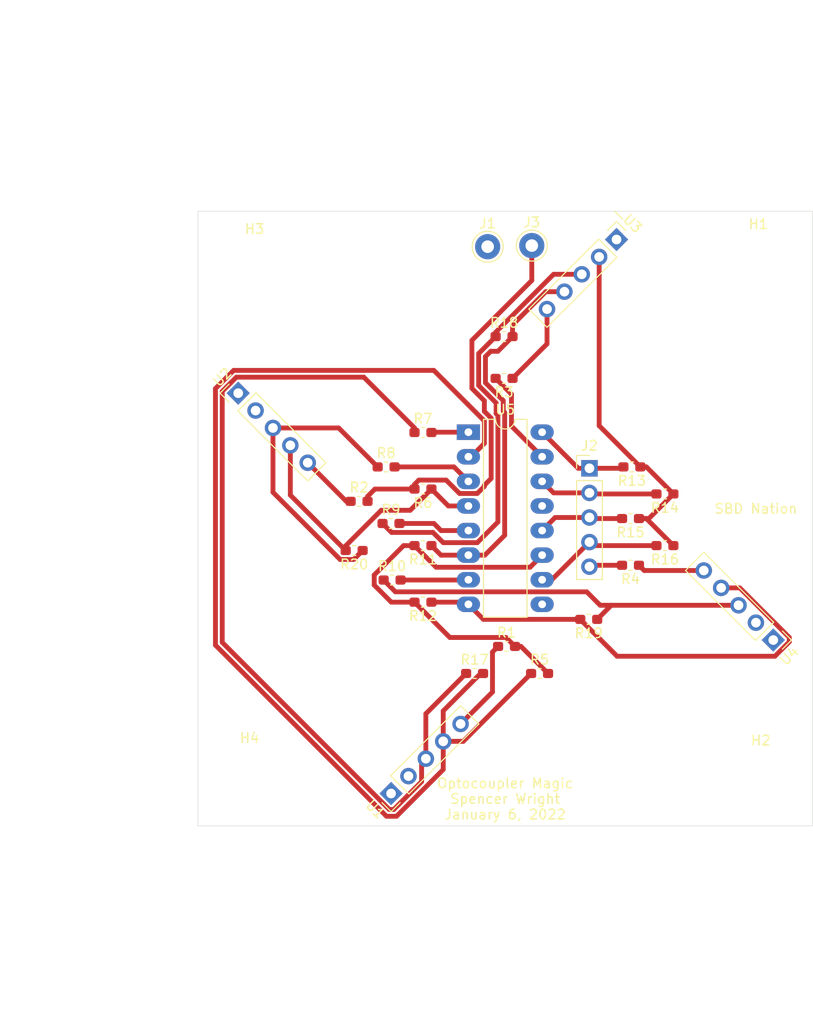
<source format=kicad_pcb>
(kicad_pcb (version 20171130) (host pcbnew "(5.1.6-0-10_14)")

  (general
    (thickness 1.6)
    (drawings 10)
    (tracks 168)
    (zones 0)
    (modules 32)
    (nets 23)
  )

  (page A4)
  (layers
    (0 F.Cu signal)
    (1 PWR power hide)
    (2 GND power hide)
    (31 B.Cu signal hide)
    (32 B.Adhes user)
    (33 F.Adhes user)
    (34 B.Paste user)
    (35 F.Paste user)
    (36 B.SilkS user)
    (37 F.SilkS user)
    (38 B.Mask user)
    (39 F.Mask user)
    (40 Dwgs.User user)
    (41 Cmts.User user)
    (42 Eco1.User user)
    (43 Eco2.User user)
    (44 Edge.Cuts user)
    (45 Margin user)
    (46 B.CrtYd user)
    (47 F.CrtYd user)
    (48 B.Fab user)
    (49 F.Fab user)
  )

  (setup
    (last_trace_width 0.5)
    (user_trace_width 0.5)
    (trace_clearance 0.2)
    (zone_clearance 0.508)
    (zone_45_only no)
    (trace_min 0.2)
    (via_size 0.8)
    (via_drill 0.4)
    (via_min_size 0.4)
    (via_min_drill 0.3)
    (user_via 1.2 0.6)
    (uvia_size 0.3)
    (uvia_drill 0.1)
    (uvias_allowed no)
    (uvia_min_size 0.2)
    (uvia_min_drill 0.1)
    (edge_width 0.05)
    (segment_width 0.2)
    (pcb_text_width 0.3)
    (pcb_text_size 1.5 1.5)
    (mod_edge_width 0.12)
    (mod_text_size 1 1)
    (mod_text_width 0.15)
    (pad_size 1.524 1.524)
    (pad_drill 0.762)
    (pad_to_mask_clearance 0.05)
    (aux_axis_origin 0 0)
    (visible_elements FFFFFF7F)
    (pcbplotparams
      (layerselection 0x010fc_ffffffff)
      (usegerberextensions true)
      (usegerberattributes false)
      (usegerberadvancedattributes false)
      (creategerberjobfile false)
      (excludeedgelayer true)
      (linewidth 0.100000)
      (plotframeref false)
      (viasonmask false)
      (mode 1)
      (useauxorigin false)
      (hpglpennumber 1)
      (hpglpenspeed 20)
      (hpglpendiameter 15.000000)
      (psnegative false)
      (psa4output false)
      (plotreference true)
      (plotvalue true)
      (plotinvisibletext false)
      (padsonsilk false)
      (subtractmaskfromsilk true)
      (outputformat 1)
      (mirror false)
      (drillshape 0)
      (scaleselection 1)
      (outputdirectory ""))
  )

  (net 0 "")
  (net 1 VCC)
  (net 2 GND)
  (net 3 /INT_0)
  (net 4 /INT_1)
  (net 5 /INT_2)
  (net 6 /INT_3)
  (net 7 "Net-(R1-Pad1)")
  (net 8 "Net-(R2-Pad1)")
  (net 9 "Net-(R3-Pad1)")
  (net 10 "Net-(R4-Pad1)")
  (net 11 /OUT_1_N)
  (net 12 /OUT_2_N)
  (net 13 "Net-(R7-Pad2)")
  (net 14 /OUT_1_P)
  (net 15 /OUT_2_P)
  (net 16 "Net-(R8-Pad2)")
  (net 17 "Net-(R9-Pad2)")
  (net 18 /OUT_3_P)
  (net 19 /OUT_4_P)
  (net 20 "Net-(R10-Pad2)")
  (net 21 /OUT_3_N)
  (net 22 /OUT_4_N)

  (net_class Default "This is the default net class."
    (clearance 0.2)
    (trace_width 0.25)
    (via_dia 0.8)
    (via_drill 0.4)
    (uvia_dia 0.3)
    (uvia_drill 0.1)
    (add_net /INT_0)
    (add_net /INT_1)
    (add_net /INT_2)
    (add_net /INT_3)
    (add_net /OUT_1_N)
    (add_net /OUT_1_P)
    (add_net /OUT_2_N)
    (add_net /OUT_2_P)
    (add_net /OUT_3_N)
    (add_net /OUT_3_P)
    (add_net /OUT_4_N)
    (add_net /OUT_4_P)
    (add_net GND)
    (add_net "Net-(R1-Pad1)")
    (add_net "Net-(R10-Pad2)")
    (add_net "Net-(R2-Pad1)")
    (add_net "Net-(R3-Pad1)")
    (add_net "Net-(R4-Pad1)")
    (add_net "Net-(R7-Pad2)")
    (add_net "Net-(R8-Pad2)")
    (add_net "Net-(R9-Pad2)")
    (add_net VCC)
  )

  (module Connector_PinHeader_2.54mm:PinHeader_1x05_P2.54mm_Vertical (layer F.Cu) (tedit 59FED5CC) (tstamp 61D80D3A)
    (at 139.78 53.73 315)
    (descr "Through hole straight pin header, 1x05, 2.54mm pitch, single row")
    (tags "Through hole pin header THT 1x05 2.54mm single row")
    (path /61D86EE7)
    (fp_text reference U3 (at 0 -2.33 135) (layer F.SilkS)
      (effects (font (size 1 1) (thickness 0.15)))
    )
    (fp_text value receiver_433MHz (at 0 12.49 135) (layer F.Fab)
      (effects (font (size 1 1) (thickness 0.15)))
    )
    (fp_line (start 1.8 -1.8) (end -1.8 -1.8) (layer F.CrtYd) (width 0.05))
    (fp_line (start 1.8 11.95) (end 1.8 -1.8) (layer F.CrtYd) (width 0.05))
    (fp_line (start -1.8 11.95) (end 1.8 11.95) (layer F.CrtYd) (width 0.05))
    (fp_line (start -1.8 -1.8) (end -1.8 11.95) (layer F.CrtYd) (width 0.05))
    (fp_line (start -1.33 -1.33) (end 0 -1.33) (layer F.SilkS) (width 0.12))
    (fp_line (start -1.33 0) (end -1.33 -1.33) (layer F.SilkS) (width 0.12))
    (fp_line (start -1.33 1.27) (end 1.33 1.27) (layer F.SilkS) (width 0.12))
    (fp_line (start 1.33 1.27) (end 1.33 11.49) (layer F.SilkS) (width 0.12))
    (fp_line (start -1.33 1.27) (end -1.33 11.49) (layer F.SilkS) (width 0.12))
    (fp_line (start -1.33 11.49) (end 1.33 11.49) (layer F.SilkS) (width 0.12))
    (fp_line (start -1.27 -0.635) (end -0.635 -1.27) (layer F.Fab) (width 0.1))
    (fp_line (start -1.27 11.43) (end -1.27 -0.635) (layer F.Fab) (width 0.1))
    (fp_line (start 1.27 11.43) (end -1.27 11.43) (layer F.Fab) (width 0.1))
    (fp_line (start 1.27 -1.27) (end 1.27 11.43) (layer F.Fab) (width 0.1))
    (fp_line (start -0.635 -1.27) (end 1.27 -1.27) (layer F.Fab) (width 0.1))
    (fp_text user %R (at 0 5.08 45) (layer F.Fab)
      (effects (font (size 1 1) (thickness 0.15)))
    )
    (pad 1 thru_hole rect (at 0 0 315) (size 1.7 1.7) (drill 1) (layers *.Cu *.Mask)
      (net 2 GND))
    (pad 2 thru_hole oval (at 0 2.54 315) (size 1.7 1.7) (drill 1) (layers *.Cu *.Mask)
      (net 1 VCC))
    (pad 3 thru_hole oval (at 0 5.08 315) (size 1.7 1.7) (drill 1) (layers *.Cu *.Mask)
      (net 18 /OUT_3_P))
    (pad 4 thru_hole oval (at 0 7.62 315) (size 1.7 1.7) (drill 1) (layers *.Cu *.Mask)
      (net 21 /OUT_3_N))
    (pad 5 thru_hole oval (at 0 10.16 315) (size 1.7 1.7) (drill 1) (layers *.Cu *.Mask)
      (net 9 "Net-(R3-Pad1)"))
    (model ${KISYS3DMOD}/Connector_PinHeader_2.54mm.3dshapes/PinHeader_1x05_P2.54mm_Vertical.wrl
      (at (xyz 0 0 0))
      (scale (xyz 1 1 1))
      (rotate (xyz 0 0 0))
    )
  )

  (module Connector_PinHeader_2.54mm:PinHeader_1x05_P2.54mm_Vertical (layer F.Cu) (tedit 59FED5CC) (tstamp 61D80BDF)
    (at 136.98 77.36)
    (descr "Through hole straight pin header, 1x05, 2.54mm pitch, single row")
    (tags "Through hole pin header THT 1x05 2.54mm single row")
    (path /61E28696)
    (fp_text reference J2 (at 0 -2.33) (layer F.SilkS)
      (effects (font (size 1 1) (thickness 0.15)))
    )
    (fp_text value Conn_01x05_Male (at 0 12.49) (layer F.Fab)
      (effects (font (size 1 1) (thickness 0.15)))
    )
    (fp_line (start 1.8 -1.8) (end -1.8 -1.8) (layer F.CrtYd) (width 0.05))
    (fp_line (start 1.8 11.95) (end 1.8 -1.8) (layer F.CrtYd) (width 0.05))
    (fp_line (start -1.8 11.95) (end 1.8 11.95) (layer F.CrtYd) (width 0.05))
    (fp_line (start -1.8 -1.8) (end -1.8 11.95) (layer F.CrtYd) (width 0.05))
    (fp_line (start -1.33 -1.33) (end 0 -1.33) (layer F.SilkS) (width 0.12))
    (fp_line (start -1.33 0) (end -1.33 -1.33) (layer F.SilkS) (width 0.12))
    (fp_line (start -1.33 1.27) (end 1.33 1.27) (layer F.SilkS) (width 0.12))
    (fp_line (start 1.33 1.27) (end 1.33 11.49) (layer F.SilkS) (width 0.12))
    (fp_line (start -1.33 1.27) (end -1.33 11.49) (layer F.SilkS) (width 0.12))
    (fp_line (start -1.33 11.49) (end 1.33 11.49) (layer F.SilkS) (width 0.12))
    (fp_line (start -1.27 -0.635) (end -0.635 -1.27) (layer F.Fab) (width 0.1))
    (fp_line (start -1.27 11.43) (end -1.27 -0.635) (layer F.Fab) (width 0.1))
    (fp_line (start 1.27 11.43) (end -1.27 11.43) (layer F.Fab) (width 0.1))
    (fp_line (start 1.27 -1.27) (end 1.27 11.43) (layer F.Fab) (width 0.1))
    (fp_line (start -0.635 -1.27) (end 1.27 -1.27) (layer F.Fab) (width 0.1))
    (fp_text user %R (at 0 5.08 90) (layer F.Fab)
      (effects (font (size 1 1) (thickness 0.15)))
    )
    (pad 1 thru_hole rect (at 0 0) (size 1.7 1.7) (drill 1) (layers *.Cu *.Mask)
      (net 3 /INT_0))
    (pad 2 thru_hole oval (at 0 2.54) (size 1.7 1.7) (drill 1) (layers *.Cu *.Mask)
      (net 4 /INT_1))
    (pad 3 thru_hole oval (at 0 5.08) (size 1.7 1.7) (drill 1) (layers *.Cu *.Mask)
      (net 5 /INT_2))
    (pad 4 thru_hole oval (at 0 7.62) (size 1.7 1.7) (drill 1) (layers *.Cu *.Mask)
      (net 6 /INT_3))
    (pad 5 thru_hole oval (at 0 10.16) (size 1.7 1.7) (drill 1) (layers *.Cu *.Mask)
      (net 2 GND))
    (model ${KISYS3DMOD}/Connector_PinHeader_2.54mm.3dshapes/PinHeader_1x05_P2.54mm_Vertical.wrl
      (at (xyz 0 0 0))
      (scale (xyz 1 1 1))
      (rotate (xyz 0 0 0))
    )
  )

  (module Resistor_SMD:R_0603_1608Metric_Pad1.05x0.95mm_HandSolder (layer F.Cu) (tedit 5B301BBD) (tstamp 61D80BF0)
    (at 128.411 95.758)
    (descr "Resistor SMD 0603 (1608 Metric), square (rectangular) end terminal, IPC_7351 nominal with elongated pad for handsoldering. (Body size source: http://www.tortai-tech.com/upload/download/2011102023233369053.pdf), generated with kicad-footprint-generator")
    (tags "resistor handsolder")
    (path /61D7F373)
    (attr smd)
    (fp_text reference R1 (at 0 -1.43) (layer F.SilkS)
      (effects (font (size 1 1) (thickness 0.15)))
    )
    (fp_text value DNI (at 0 1.43) (layer F.Fab)
      (effects (font (size 1 1) (thickness 0.15)))
    )
    (fp_line (start 1.65 0.73) (end -1.65 0.73) (layer F.CrtYd) (width 0.05))
    (fp_line (start 1.65 -0.73) (end 1.65 0.73) (layer F.CrtYd) (width 0.05))
    (fp_line (start -1.65 -0.73) (end 1.65 -0.73) (layer F.CrtYd) (width 0.05))
    (fp_line (start -1.65 0.73) (end -1.65 -0.73) (layer F.CrtYd) (width 0.05))
    (fp_line (start -0.171267 0.51) (end 0.171267 0.51) (layer F.SilkS) (width 0.12))
    (fp_line (start -0.171267 -0.51) (end 0.171267 -0.51) (layer F.SilkS) (width 0.12))
    (fp_line (start 0.8 0.4) (end -0.8 0.4) (layer F.Fab) (width 0.1))
    (fp_line (start 0.8 -0.4) (end 0.8 0.4) (layer F.Fab) (width 0.1))
    (fp_line (start -0.8 -0.4) (end 0.8 -0.4) (layer F.Fab) (width 0.1))
    (fp_line (start -0.8 0.4) (end -0.8 -0.4) (layer F.Fab) (width 0.1))
    (fp_text user %R (at 0 0) (layer F.Fab)
      (effects (font (size 0.4 0.4) (thickness 0.06)))
    )
    (pad 1 smd roundrect (at -0.875 0) (size 1.05 0.95) (layers F.Cu F.Paste F.Mask) (roundrect_rratio 0.25)
      (net 7 "Net-(R1-Pad1)"))
    (pad 2 smd roundrect (at 0.875 0) (size 1.05 0.95) (layers F.Cu F.Paste F.Mask) (roundrect_rratio 0.25)
      (net 2 GND))
    (model ${KISYS3DMOD}/Resistor_SMD.3dshapes/R_0603_1608Metric.wrl
      (at (xyz 0 0 0))
      (scale (xyz 1 1 1))
      (rotate (xyz 0 0 0))
    )
  )

  (module Resistor_SMD:R_0603_1608Metric_Pad1.05x0.95mm_HandSolder (layer F.Cu) (tedit 5B301BBD) (tstamp 61D80C01)
    (at 113.171 80.772)
    (descr "Resistor SMD 0603 (1608 Metric), square (rectangular) end terminal, IPC_7351 nominal with elongated pad for handsoldering. (Body size source: http://www.tortai-tech.com/upload/download/2011102023233369053.pdf), generated with kicad-footprint-generator")
    (tags "resistor handsolder")
    (path /61D84E72)
    (attr smd)
    (fp_text reference R2 (at 0 -1.43) (layer F.SilkS)
      (effects (font (size 1 1) (thickness 0.15)))
    )
    (fp_text value DNI (at 0 1.43) (layer F.Fab)
      (effects (font (size 1 1) (thickness 0.15)))
    )
    (fp_text user %R (at 0 0) (layer F.Fab)
      (effects (font (size 0.4 0.4) (thickness 0.06)))
    )
    (fp_line (start -0.8 0.4) (end -0.8 -0.4) (layer F.Fab) (width 0.1))
    (fp_line (start -0.8 -0.4) (end 0.8 -0.4) (layer F.Fab) (width 0.1))
    (fp_line (start 0.8 -0.4) (end 0.8 0.4) (layer F.Fab) (width 0.1))
    (fp_line (start 0.8 0.4) (end -0.8 0.4) (layer F.Fab) (width 0.1))
    (fp_line (start -0.171267 -0.51) (end 0.171267 -0.51) (layer F.SilkS) (width 0.12))
    (fp_line (start -0.171267 0.51) (end 0.171267 0.51) (layer F.SilkS) (width 0.12))
    (fp_line (start -1.65 0.73) (end -1.65 -0.73) (layer F.CrtYd) (width 0.05))
    (fp_line (start -1.65 -0.73) (end 1.65 -0.73) (layer F.CrtYd) (width 0.05))
    (fp_line (start 1.65 -0.73) (end 1.65 0.73) (layer F.CrtYd) (width 0.05))
    (fp_line (start 1.65 0.73) (end -1.65 0.73) (layer F.CrtYd) (width 0.05))
    (pad 2 smd roundrect (at 0.875 0) (size 1.05 0.95) (layers F.Cu F.Paste F.Mask) (roundrect_rratio 0.25)
      (net 2 GND))
    (pad 1 smd roundrect (at -0.875 0) (size 1.05 0.95) (layers F.Cu F.Paste F.Mask) (roundrect_rratio 0.25)
      (net 8 "Net-(R2-Pad1)"))
    (model ${KISYS3DMOD}/Resistor_SMD.3dshapes/R_0603_1608Metric.wrl
      (at (xyz 0 0 0))
      (scale (xyz 1 1 1))
      (rotate (xyz 0 0 0))
    )
  )

  (module Resistor_SMD:R_0603_1608Metric_Pad1.05x0.95mm_HandSolder (layer F.Cu) (tedit 5B301BBD) (tstamp 61D80C12)
    (at 128.157 68.072 180)
    (descr "Resistor SMD 0603 (1608 Metric), square (rectangular) end terminal, IPC_7351 nominal with elongated pad for handsoldering. (Body size source: http://www.tortai-tech.com/upload/download/2011102023233369053.pdf), generated with kicad-footprint-generator")
    (tags "resistor handsolder")
    (path /61D86EFC)
    (attr smd)
    (fp_text reference R3 (at 0 -1.43) (layer F.SilkS)
      (effects (font (size 1 1) (thickness 0.15)))
    )
    (fp_text value DNI (at 0 1.43) (layer F.Fab)
      (effects (font (size 1 1) (thickness 0.15)))
    )
    (fp_line (start 1.65 0.73) (end -1.65 0.73) (layer F.CrtYd) (width 0.05))
    (fp_line (start 1.65 -0.73) (end 1.65 0.73) (layer F.CrtYd) (width 0.05))
    (fp_line (start -1.65 -0.73) (end 1.65 -0.73) (layer F.CrtYd) (width 0.05))
    (fp_line (start -1.65 0.73) (end -1.65 -0.73) (layer F.CrtYd) (width 0.05))
    (fp_line (start -0.171267 0.51) (end 0.171267 0.51) (layer F.SilkS) (width 0.12))
    (fp_line (start -0.171267 -0.51) (end 0.171267 -0.51) (layer F.SilkS) (width 0.12))
    (fp_line (start 0.8 0.4) (end -0.8 0.4) (layer F.Fab) (width 0.1))
    (fp_line (start 0.8 -0.4) (end 0.8 0.4) (layer F.Fab) (width 0.1))
    (fp_line (start -0.8 -0.4) (end 0.8 -0.4) (layer F.Fab) (width 0.1))
    (fp_line (start -0.8 0.4) (end -0.8 -0.4) (layer F.Fab) (width 0.1))
    (fp_text user %R (at 0 0) (layer F.Fab)
      (effects (font (size 0.4 0.4) (thickness 0.06)))
    )
    (pad 1 smd roundrect (at -0.875 0 180) (size 1.05 0.95) (layers F.Cu F.Paste F.Mask) (roundrect_rratio 0.25)
      (net 9 "Net-(R3-Pad1)"))
    (pad 2 smd roundrect (at 0.875 0 180) (size 1.05 0.95) (layers F.Cu F.Paste F.Mask) (roundrect_rratio 0.25)
      (net 2 GND))
    (model ${KISYS3DMOD}/Resistor_SMD.3dshapes/R_0603_1608Metric.wrl
      (at (xyz 0 0 0))
      (scale (xyz 1 1 1))
      (rotate (xyz 0 0 0))
    )
  )

  (module Resistor_SMD:R_0603_1608Metric_Pad1.05x0.95mm_HandSolder (layer F.Cu) (tedit 5B301BBD) (tstamp 61D80C23)
    (at 141.224 87.376 180)
    (descr "Resistor SMD 0603 (1608 Metric), square (rectangular) end terminal, IPC_7351 nominal with elongated pad for handsoldering. (Body size source: http://www.tortai-tech.com/upload/download/2011102023233369053.pdf), generated with kicad-footprint-generator")
    (tags "resistor handsolder")
    (path /61D890E5)
    (attr smd)
    (fp_text reference R4 (at 0 -1.43) (layer F.SilkS)
      (effects (font (size 1 1) (thickness 0.15)))
    )
    (fp_text value DNI (at 0 1.43) (layer F.Fab)
      (effects (font (size 1 1) (thickness 0.15)))
    )
    (fp_text user %R (at 0 0) (layer F.Fab)
      (effects (font (size 0.4 0.4) (thickness 0.06)))
    )
    (fp_line (start -0.8 0.4) (end -0.8 -0.4) (layer F.Fab) (width 0.1))
    (fp_line (start -0.8 -0.4) (end 0.8 -0.4) (layer F.Fab) (width 0.1))
    (fp_line (start 0.8 -0.4) (end 0.8 0.4) (layer F.Fab) (width 0.1))
    (fp_line (start 0.8 0.4) (end -0.8 0.4) (layer F.Fab) (width 0.1))
    (fp_line (start -0.171267 -0.51) (end 0.171267 -0.51) (layer F.SilkS) (width 0.12))
    (fp_line (start -0.171267 0.51) (end 0.171267 0.51) (layer F.SilkS) (width 0.12))
    (fp_line (start -1.65 0.73) (end -1.65 -0.73) (layer F.CrtYd) (width 0.05))
    (fp_line (start -1.65 -0.73) (end 1.65 -0.73) (layer F.CrtYd) (width 0.05))
    (fp_line (start 1.65 -0.73) (end 1.65 0.73) (layer F.CrtYd) (width 0.05))
    (fp_line (start 1.65 0.73) (end -1.65 0.73) (layer F.CrtYd) (width 0.05))
    (pad 2 smd roundrect (at 0.875 0 180) (size 1.05 0.95) (layers F.Cu F.Paste F.Mask) (roundrect_rratio 0.25)
      (net 2 GND))
    (pad 1 smd roundrect (at -0.875 0 180) (size 1.05 0.95) (layers F.Cu F.Paste F.Mask) (roundrect_rratio 0.25)
      (net 10 "Net-(R4-Pad1)"))
    (model ${KISYS3DMOD}/Resistor_SMD.3dshapes/R_0603_1608Metric.wrl
      (at (xyz 0 0 0))
      (scale (xyz 1 1 1))
      (rotate (xyz 0 0 0))
    )
  )

  (module Resistor_SMD:R_0603_1608Metric_Pad1.05x0.95mm_HandSolder (layer F.Cu) (tedit 5B301BBD) (tstamp 61D80C34)
    (at 131.826 98.552)
    (descr "Resistor SMD 0603 (1608 Metric), square (rectangular) end terminal, IPC_7351 nominal with elongated pad for handsoldering. (Body size source: http://www.tortai-tech.com/upload/download/2011102023233369053.pdf), generated with kicad-footprint-generator")
    (tags "resistor handsolder")
    (path /61DAD480)
    (attr smd)
    (fp_text reference R5 (at 0 -1.43) (layer F.SilkS)
      (effects (font (size 1 1) (thickness 0.15)))
    )
    (fp_text value DNI (at 0 1.43) (layer F.Fab)
      (effects (font (size 1 1) (thickness 0.15)))
    )
    (fp_text user %R (at 0 0) (layer F.Fab)
      (effects (font (size 0.4 0.4) (thickness 0.06)))
    )
    (fp_line (start -0.8 0.4) (end -0.8 -0.4) (layer F.Fab) (width 0.1))
    (fp_line (start -0.8 -0.4) (end 0.8 -0.4) (layer F.Fab) (width 0.1))
    (fp_line (start 0.8 -0.4) (end 0.8 0.4) (layer F.Fab) (width 0.1))
    (fp_line (start 0.8 0.4) (end -0.8 0.4) (layer F.Fab) (width 0.1))
    (fp_line (start -0.171267 -0.51) (end 0.171267 -0.51) (layer F.SilkS) (width 0.12))
    (fp_line (start -0.171267 0.51) (end 0.171267 0.51) (layer F.SilkS) (width 0.12))
    (fp_line (start -1.65 0.73) (end -1.65 -0.73) (layer F.CrtYd) (width 0.05))
    (fp_line (start -1.65 -0.73) (end 1.65 -0.73) (layer F.CrtYd) (width 0.05))
    (fp_line (start 1.65 -0.73) (end 1.65 0.73) (layer F.CrtYd) (width 0.05))
    (fp_line (start 1.65 0.73) (end -1.65 0.73) (layer F.CrtYd) (width 0.05))
    (pad 2 smd roundrect (at 0.875 0) (size 1.05 0.95) (layers F.Cu F.Paste F.Mask) (roundrect_rratio 0.25)
      (net 2 GND))
    (pad 1 smd roundrect (at -0.875 0) (size 1.05 0.95) (layers F.Cu F.Paste F.Mask) (roundrect_rratio 0.25)
      (net 11 /OUT_1_N))
    (model ${KISYS3DMOD}/Resistor_SMD.3dshapes/R_0603_1608Metric.wrl
      (at (xyz 0 0 0))
      (scale (xyz 1 1 1))
      (rotate (xyz 0 0 0))
    )
  )

  (module Resistor_SMD:R_0603_1608Metric_Pad1.05x0.95mm_HandSolder (layer F.Cu) (tedit 5B301BBD) (tstamp 61D80C45)
    (at 119.775 79.502 180)
    (descr "Resistor SMD 0603 (1608 Metric), square (rectangular) end terminal, IPC_7351 nominal with elongated pad for handsoldering. (Body size source: http://www.tortai-tech.com/upload/download/2011102023233369053.pdf), generated with kicad-footprint-generator")
    (tags "resistor handsolder")
    (path /61DAC77E)
    (attr smd)
    (fp_text reference R6 (at 0 -1.43) (layer F.SilkS)
      (effects (font (size 1 1) (thickness 0.15)))
    )
    (fp_text value DNI (at 0 1.43) (layer F.Fab)
      (effects (font (size 1 1) (thickness 0.15)))
    )
    (fp_line (start 1.65 0.73) (end -1.65 0.73) (layer F.CrtYd) (width 0.05))
    (fp_line (start 1.65 -0.73) (end 1.65 0.73) (layer F.CrtYd) (width 0.05))
    (fp_line (start -1.65 -0.73) (end 1.65 -0.73) (layer F.CrtYd) (width 0.05))
    (fp_line (start -1.65 0.73) (end -1.65 -0.73) (layer F.CrtYd) (width 0.05))
    (fp_line (start -0.171267 0.51) (end 0.171267 0.51) (layer F.SilkS) (width 0.12))
    (fp_line (start -0.171267 -0.51) (end 0.171267 -0.51) (layer F.SilkS) (width 0.12))
    (fp_line (start 0.8 0.4) (end -0.8 0.4) (layer F.Fab) (width 0.1))
    (fp_line (start 0.8 -0.4) (end 0.8 0.4) (layer F.Fab) (width 0.1))
    (fp_line (start -0.8 -0.4) (end 0.8 -0.4) (layer F.Fab) (width 0.1))
    (fp_line (start -0.8 0.4) (end -0.8 -0.4) (layer F.Fab) (width 0.1))
    (fp_text user %R (at 0 0) (layer F.Fab)
      (effects (font (size 0.4 0.4) (thickness 0.06)))
    )
    (pad 1 smd roundrect (at -0.875 0 180) (size 1.05 0.95) (layers F.Cu F.Paste F.Mask) (roundrect_rratio 0.25)
      (net 12 /OUT_2_N))
    (pad 2 smd roundrect (at 0.875 0 180) (size 1.05 0.95) (layers F.Cu F.Paste F.Mask) (roundrect_rratio 0.25)
      (net 2 GND))
    (model ${KISYS3DMOD}/Resistor_SMD.3dshapes/R_0603_1608Metric.wrl
      (at (xyz 0 0 0))
      (scale (xyz 1 1 1))
      (rotate (xyz 0 0 0))
    )
  )

  (module Resistor_SMD:R_0603_1608Metric_Pad1.05x0.95mm_HandSolder (layer F.Cu) (tedit 5B301BBD) (tstamp 61D80C56)
    (at 119.775 73.66)
    (descr "Resistor SMD 0603 (1608 Metric), square (rectangular) end terminal, IPC_7351 nominal with elongated pad for handsoldering. (Body size source: http://www.tortai-tech.com/upload/download/2011102023233369053.pdf), generated with kicad-footprint-generator")
    (tags "resistor handsolder")
    (path /61D8C89F)
    (attr smd)
    (fp_text reference R7 (at 0 -1.43) (layer F.SilkS)
      (effects (font (size 1 1) (thickness 0.15)))
    )
    (fp_text value 1k (at 0 1.43) (layer F.Fab)
      (effects (font (size 1 1) (thickness 0.15)))
    )
    (fp_text user %R (at 0 0) (layer F.Fab)
      (effects (font (size 0.4 0.4) (thickness 0.06)))
    )
    (fp_line (start -0.8 0.4) (end -0.8 -0.4) (layer F.Fab) (width 0.1))
    (fp_line (start -0.8 -0.4) (end 0.8 -0.4) (layer F.Fab) (width 0.1))
    (fp_line (start 0.8 -0.4) (end 0.8 0.4) (layer F.Fab) (width 0.1))
    (fp_line (start 0.8 0.4) (end -0.8 0.4) (layer F.Fab) (width 0.1))
    (fp_line (start -0.171267 -0.51) (end 0.171267 -0.51) (layer F.SilkS) (width 0.12))
    (fp_line (start -0.171267 0.51) (end 0.171267 0.51) (layer F.SilkS) (width 0.12))
    (fp_line (start -1.65 0.73) (end -1.65 -0.73) (layer F.CrtYd) (width 0.05))
    (fp_line (start -1.65 -0.73) (end 1.65 -0.73) (layer F.CrtYd) (width 0.05))
    (fp_line (start 1.65 -0.73) (end 1.65 0.73) (layer F.CrtYd) (width 0.05))
    (fp_line (start 1.65 0.73) (end -1.65 0.73) (layer F.CrtYd) (width 0.05))
    (pad 2 smd roundrect (at 0.875 0) (size 1.05 0.95) (layers F.Cu F.Paste F.Mask) (roundrect_rratio 0.25)
      (net 13 "Net-(R7-Pad2)"))
    (pad 1 smd roundrect (at -0.875 0) (size 1.05 0.95) (layers F.Cu F.Paste F.Mask) (roundrect_rratio 0.25)
      (net 14 /OUT_1_P))
    (model ${KISYS3DMOD}/Resistor_SMD.3dshapes/R_0603_1608Metric.wrl
      (at (xyz 0 0 0))
      (scale (xyz 1 1 1))
      (rotate (xyz 0 0 0))
    )
  )

  (module Resistor_SMD:R_0603_1608Metric_Pad1.05x0.95mm_HandSolder (layer F.Cu) (tedit 5B301BBD) (tstamp 61D80C67)
    (at 115.965 77.216)
    (descr "Resistor SMD 0603 (1608 Metric), square (rectangular) end terminal, IPC_7351 nominal with elongated pad for handsoldering. (Body size source: http://www.tortai-tech.com/upload/download/2011102023233369053.pdf), generated with kicad-footprint-generator")
    (tags "resistor handsolder")
    (path /61D92C6A)
    (attr smd)
    (fp_text reference R8 (at 0 -1.43) (layer F.SilkS)
      (effects (font (size 1 1) (thickness 0.15)))
    )
    (fp_text value 1k (at 0 1.43) (layer F.Fab)
      (effects (font (size 1 1) (thickness 0.15)))
    )
    (fp_line (start 1.65 0.73) (end -1.65 0.73) (layer F.CrtYd) (width 0.05))
    (fp_line (start 1.65 -0.73) (end 1.65 0.73) (layer F.CrtYd) (width 0.05))
    (fp_line (start -1.65 -0.73) (end 1.65 -0.73) (layer F.CrtYd) (width 0.05))
    (fp_line (start -1.65 0.73) (end -1.65 -0.73) (layer F.CrtYd) (width 0.05))
    (fp_line (start -0.171267 0.51) (end 0.171267 0.51) (layer F.SilkS) (width 0.12))
    (fp_line (start -0.171267 -0.51) (end 0.171267 -0.51) (layer F.SilkS) (width 0.12))
    (fp_line (start 0.8 0.4) (end -0.8 0.4) (layer F.Fab) (width 0.1))
    (fp_line (start 0.8 -0.4) (end 0.8 0.4) (layer F.Fab) (width 0.1))
    (fp_line (start -0.8 -0.4) (end 0.8 -0.4) (layer F.Fab) (width 0.1))
    (fp_line (start -0.8 0.4) (end -0.8 -0.4) (layer F.Fab) (width 0.1))
    (fp_text user %R (at 0 0) (layer F.Fab)
      (effects (font (size 0.4 0.4) (thickness 0.06)))
    )
    (pad 1 smd roundrect (at -0.875 0) (size 1.05 0.95) (layers F.Cu F.Paste F.Mask) (roundrect_rratio 0.25)
      (net 15 /OUT_2_P))
    (pad 2 smd roundrect (at 0.875 0) (size 1.05 0.95) (layers F.Cu F.Paste F.Mask) (roundrect_rratio 0.25)
      (net 16 "Net-(R8-Pad2)"))
    (model ${KISYS3DMOD}/Resistor_SMD.3dshapes/R_0603_1608Metric.wrl
      (at (xyz 0 0 0))
      (scale (xyz 1 1 1))
      (rotate (xyz 0 0 0))
    )
  )

  (module Resistor_SMD:R_0603_1608Metric_Pad1.05x0.95mm_HandSolder (layer F.Cu) (tedit 5B301BBD) (tstamp 61D80C78)
    (at 116.473 83.058)
    (descr "Resistor SMD 0603 (1608 Metric), square (rectangular) end terminal, IPC_7351 nominal with elongated pad for handsoldering. (Body size source: http://www.tortai-tech.com/upload/download/2011102023233369053.pdf), generated with kicad-footprint-generator")
    (tags "resistor handsolder")
    (path /61D938E9)
    (attr smd)
    (fp_text reference R9 (at 0 -1.43) (layer F.SilkS)
      (effects (font (size 1 1) (thickness 0.15)))
    )
    (fp_text value 1k (at 0 1.43) (layer F.Fab)
      (effects (font (size 1 1) (thickness 0.15)))
    )
    (fp_text user %R (at 0 0) (layer F.Fab)
      (effects (font (size 0.4 0.4) (thickness 0.06)))
    )
    (fp_line (start -0.8 0.4) (end -0.8 -0.4) (layer F.Fab) (width 0.1))
    (fp_line (start -0.8 -0.4) (end 0.8 -0.4) (layer F.Fab) (width 0.1))
    (fp_line (start 0.8 -0.4) (end 0.8 0.4) (layer F.Fab) (width 0.1))
    (fp_line (start 0.8 0.4) (end -0.8 0.4) (layer F.Fab) (width 0.1))
    (fp_line (start -0.171267 -0.51) (end 0.171267 -0.51) (layer F.SilkS) (width 0.12))
    (fp_line (start -0.171267 0.51) (end 0.171267 0.51) (layer F.SilkS) (width 0.12))
    (fp_line (start -1.65 0.73) (end -1.65 -0.73) (layer F.CrtYd) (width 0.05))
    (fp_line (start -1.65 -0.73) (end 1.65 -0.73) (layer F.CrtYd) (width 0.05))
    (fp_line (start 1.65 -0.73) (end 1.65 0.73) (layer F.CrtYd) (width 0.05))
    (fp_line (start 1.65 0.73) (end -1.65 0.73) (layer F.CrtYd) (width 0.05))
    (pad 2 smd roundrect (at 0.875 0) (size 1.05 0.95) (layers F.Cu F.Paste F.Mask) (roundrect_rratio 0.25)
      (net 17 "Net-(R9-Pad2)"))
    (pad 1 smd roundrect (at -0.875 0) (size 1.05 0.95) (layers F.Cu F.Paste F.Mask) (roundrect_rratio 0.25)
      (net 18 /OUT_3_P))
    (model ${KISYS3DMOD}/Resistor_SMD.3dshapes/R_0603_1608Metric.wrl
      (at (xyz 0 0 0))
      (scale (xyz 1 1 1))
      (rotate (xyz 0 0 0))
    )
  )

  (module Resistor_SMD:R_0603_1608Metric_Pad1.05x0.95mm_HandSolder (layer F.Cu) (tedit 5B301BBD) (tstamp 61D80C89)
    (at 116.586 88.9)
    (descr "Resistor SMD 0603 (1608 Metric), square (rectangular) end terminal, IPC_7351 nominal with elongated pad for handsoldering. (Body size source: http://www.tortai-tech.com/upload/download/2011102023233369053.pdf), generated with kicad-footprint-generator")
    (tags "resistor handsolder")
    (path /61D94456)
    (attr smd)
    (fp_text reference R10 (at 0 -1.43) (layer F.SilkS)
      (effects (font (size 1 1) (thickness 0.15)))
    )
    (fp_text value 1k (at 0 1.43) (layer F.Fab)
      (effects (font (size 1 1) (thickness 0.15)))
    )
    (fp_line (start 1.65 0.73) (end -1.65 0.73) (layer F.CrtYd) (width 0.05))
    (fp_line (start 1.65 -0.73) (end 1.65 0.73) (layer F.CrtYd) (width 0.05))
    (fp_line (start -1.65 -0.73) (end 1.65 -0.73) (layer F.CrtYd) (width 0.05))
    (fp_line (start -1.65 0.73) (end -1.65 -0.73) (layer F.CrtYd) (width 0.05))
    (fp_line (start -0.171267 0.51) (end 0.171267 0.51) (layer F.SilkS) (width 0.12))
    (fp_line (start -0.171267 -0.51) (end 0.171267 -0.51) (layer F.SilkS) (width 0.12))
    (fp_line (start 0.8 0.4) (end -0.8 0.4) (layer F.Fab) (width 0.1))
    (fp_line (start 0.8 -0.4) (end 0.8 0.4) (layer F.Fab) (width 0.1))
    (fp_line (start -0.8 -0.4) (end 0.8 -0.4) (layer F.Fab) (width 0.1))
    (fp_line (start -0.8 0.4) (end -0.8 -0.4) (layer F.Fab) (width 0.1))
    (fp_text user %R (at 0 0) (layer F.Fab)
      (effects (font (size 0.4 0.4) (thickness 0.06)))
    )
    (pad 1 smd roundrect (at -0.875 0) (size 1.05 0.95) (layers F.Cu F.Paste F.Mask) (roundrect_rratio 0.25)
      (net 19 /OUT_4_P))
    (pad 2 smd roundrect (at 0.875 0) (size 1.05 0.95) (layers F.Cu F.Paste F.Mask) (roundrect_rratio 0.25)
      (net 20 "Net-(R10-Pad2)"))
    (model ${KISYS3DMOD}/Resistor_SMD.3dshapes/R_0603_1608Metric.wrl
      (at (xyz 0 0 0))
      (scale (xyz 1 1 1))
      (rotate (xyz 0 0 0))
    )
  )

  (module Resistor_SMD:R_0603_1608Metric_Pad1.05x0.95mm_HandSolder (layer F.Cu) (tedit 5B301BBD) (tstamp 61D80C9A)
    (at 119.775 85.344 180)
    (descr "Resistor SMD 0603 (1608 Metric), square (rectangular) end terminal, IPC_7351 nominal with elongated pad for handsoldering. (Body size source: http://www.tortai-tech.com/upload/download/2011102023233369053.pdf), generated with kicad-footprint-generator")
    (tags "resistor handsolder")
    (path /61DABA52)
    (attr smd)
    (fp_text reference R11 (at 0 -1.43) (layer F.SilkS)
      (effects (font (size 1 1) (thickness 0.15)))
    )
    (fp_text value DNI (at 0 1.43) (layer F.Fab)
      (effects (font (size 1 1) (thickness 0.15)))
    )
    (fp_text user %R (at 0 0) (layer F.Fab)
      (effects (font (size 0.4 0.4) (thickness 0.06)))
    )
    (fp_line (start -0.8 0.4) (end -0.8 -0.4) (layer F.Fab) (width 0.1))
    (fp_line (start -0.8 -0.4) (end 0.8 -0.4) (layer F.Fab) (width 0.1))
    (fp_line (start 0.8 -0.4) (end 0.8 0.4) (layer F.Fab) (width 0.1))
    (fp_line (start 0.8 0.4) (end -0.8 0.4) (layer F.Fab) (width 0.1))
    (fp_line (start -0.171267 -0.51) (end 0.171267 -0.51) (layer F.SilkS) (width 0.12))
    (fp_line (start -0.171267 0.51) (end 0.171267 0.51) (layer F.SilkS) (width 0.12))
    (fp_line (start -1.65 0.73) (end -1.65 -0.73) (layer F.CrtYd) (width 0.05))
    (fp_line (start -1.65 -0.73) (end 1.65 -0.73) (layer F.CrtYd) (width 0.05))
    (fp_line (start 1.65 -0.73) (end 1.65 0.73) (layer F.CrtYd) (width 0.05))
    (fp_line (start 1.65 0.73) (end -1.65 0.73) (layer F.CrtYd) (width 0.05))
    (pad 2 smd roundrect (at 0.875 0 180) (size 1.05 0.95) (layers F.Cu F.Paste F.Mask) (roundrect_rratio 0.25)
      (net 2 GND))
    (pad 1 smd roundrect (at -0.875 0 180) (size 1.05 0.95) (layers F.Cu F.Paste F.Mask) (roundrect_rratio 0.25)
      (net 21 /OUT_3_N))
    (model ${KISYS3DMOD}/Resistor_SMD.3dshapes/R_0603_1608Metric.wrl
      (at (xyz 0 0 0))
      (scale (xyz 1 1 1))
      (rotate (xyz 0 0 0))
    )
  )

  (module Resistor_SMD:R_0603_1608Metric_Pad1.05x0.95mm_HandSolder (layer F.Cu) (tedit 5B301BBD) (tstamp 61D80CAB)
    (at 119.775 91.186 180)
    (descr "Resistor SMD 0603 (1608 Metric), square (rectangular) end terminal, IPC_7351 nominal with elongated pad for handsoldering. (Body size source: http://www.tortai-tech.com/upload/download/2011102023233369053.pdf), generated with kicad-footprint-generator")
    (tags "resistor handsolder")
    (path /61DAAD7A)
    (attr smd)
    (fp_text reference R12 (at 0 -1.43) (layer F.SilkS)
      (effects (font (size 1 1) (thickness 0.15)))
    )
    (fp_text value DNI (at 0 1.43) (layer F.Fab)
      (effects (font (size 1 1) (thickness 0.15)))
    )
    (fp_line (start 1.65 0.73) (end -1.65 0.73) (layer F.CrtYd) (width 0.05))
    (fp_line (start 1.65 -0.73) (end 1.65 0.73) (layer F.CrtYd) (width 0.05))
    (fp_line (start -1.65 -0.73) (end 1.65 -0.73) (layer F.CrtYd) (width 0.05))
    (fp_line (start -1.65 0.73) (end -1.65 -0.73) (layer F.CrtYd) (width 0.05))
    (fp_line (start -0.171267 0.51) (end 0.171267 0.51) (layer F.SilkS) (width 0.12))
    (fp_line (start -0.171267 -0.51) (end 0.171267 -0.51) (layer F.SilkS) (width 0.12))
    (fp_line (start 0.8 0.4) (end -0.8 0.4) (layer F.Fab) (width 0.1))
    (fp_line (start 0.8 -0.4) (end 0.8 0.4) (layer F.Fab) (width 0.1))
    (fp_line (start -0.8 -0.4) (end 0.8 -0.4) (layer F.Fab) (width 0.1))
    (fp_line (start -0.8 0.4) (end -0.8 -0.4) (layer F.Fab) (width 0.1))
    (fp_text user %R (at 0 0) (layer F.Fab)
      (effects (font (size 0.4 0.4) (thickness 0.06)))
    )
    (pad 1 smd roundrect (at -0.875 0 180) (size 1.05 0.95) (layers F.Cu F.Paste F.Mask) (roundrect_rratio 0.25)
      (net 22 /OUT_4_N))
    (pad 2 smd roundrect (at 0.875 0 180) (size 1.05 0.95) (layers F.Cu F.Paste F.Mask) (roundrect_rratio 0.25)
      (net 2 GND))
    (model ${KISYS3DMOD}/Resistor_SMD.3dshapes/R_0603_1608Metric.wrl
      (at (xyz 0 0 0))
      (scale (xyz 1 1 1))
      (rotate (xyz 0 0 0))
    )
  )

  (module Resistor_SMD:R_0603_1608Metric_Pad1.05x0.95mm_HandSolder (layer F.Cu) (tedit 5B301BBD) (tstamp 61D80CBC)
    (at 141.365 77.216 180)
    (descr "Resistor SMD 0603 (1608 Metric), square (rectangular) end terminal, IPC_7351 nominal with elongated pad for handsoldering. (Body size source: http://www.tortai-tech.com/upload/download/2011102023233369053.pdf), generated with kicad-footprint-generator")
    (tags "resistor handsolder")
    (path /61DBC05C)
    (attr smd)
    (fp_text reference R13 (at 0 -1.43) (layer F.SilkS)
      (effects (font (size 1 1) (thickness 0.15)))
    )
    (fp_text value 10k (at 0 1.43) (layer F.Fab)
      (effects (font (size 1 1) (thickness 0.15)))
    )
    (fp_text user %R (at 0 0) (layer F.Fab)
      (effects (font (size 0.4 0.4) (thickness 0.06)))
    )
    (fp_line (start -0.8 0.4) (end -0.8 -0.4) (layer F.Fab) (width 0.1))
    (fp_line (start -0.8 -0.4) (end 0.8 -0.4) (layer F.Fab) (width 0.1))
    (fp_line (start 0.8 -0.4) (end 0.8 0.4) (layer F.Fab) (width 0.1))
    (fp_line (start 0.8 0.4) (end -0.8 0.4) (layer F.Fab) (width 0.1))
    (fp_line (start -0.171267 -0.51) (end 0.171267 -0.51) (layer F.SilkS) (width 0.12))
    (fp_line (start -0.171267 0.51) (end 0.171267 0.51) (layer F.SilkS) (width 0.12))
    (fp_line (start -1.65 0.73) (end -1.65 -0.73) (layer F.CrtYd) (width 0.05))
    (fp_line (start -1.65 -0.73) (end 1.65 -0.73) (layer F.CrtYd) (width 0.05))
    (fp_line (start 1.65 -0.73) (end 1.65 0.73) (layer F.CrtYd) (width 0.05))
    (fp_line (start 1.65 0.73) (end -1.65 0.73) (layer F.CrtYd) (width 0.05))
    (pad 2 smd roundrect (at 0.875 0 180) (size 1.05 0.95) (layers F.Cu F.Paste F.Mask) (roundrect_rratio 0.25)
      (net 3 /INT_0))
    (pad 1 smd roundrect (at -0.875 0 180) (size 1.05 0.95) (layers F.Cu F.Paste F.Mask) (roundrect_rratio 0.25)
      (net 1 VCC))
    (model ${KISYS3DMOD}/Resistor_SMD.3dshapes/R_0603_1608Metric.wrl
      (at (xyz 0 0 0))
      (scale (xyz 1 1 1))
      (rotate (xyz 0 0 0))
    )
  )

  (module Resistor_SMD:R_0603_1608Metric_Pad1.05x0.95mm_HandSolder (layer F.Cu) (tedit 5B301BBD) (tstamp 61D80CCD)
    (at 144.78 80.01 180)
    (descr "Resistor SMD 0603 (1608 Metric), square (rectangular) end terminal, IPC_7351 nominal with elongated pad for handsoldering. (Body size source: http://www.tortai-tech.com/upload/download/2011102023233369053.pdf), generated with kicad-footprint-generator")
    (tags "resistor handsolder")
    (path /61DBC056)
    (attr smd)
    (fp_text reference R14 (at 0 -1.43) (layer F.SilkS)
      (effects (font (size 1 1) (thickness 0.15)))
    )
    (fp_text value 10k (at 0 1.43) (layer F.Fab)
      (effects (font (size 1 1) (thickness 0.15)))
    )
    (fp_line (start 1.65 0.73) (end -1.65 0.73) (layer F.CrtYd) (width 0.05))
    (fp_line (start 1.65 -0.73) (end 1.65 0.73) (layer F.CrtYd) (width 0.05))
    (fp_line (start -1.65 -0.73) (end 1.65 -0.73) (layer F.CrtYd) (width 0.05))
    (fp_line (start -1.65 0.73) (end -1.65 -0.73) (layer F.CrtYd) (width 0.05))
    (fp_line (start -0.171267 0.51) (end 0.171267 0.51) (layer F.SilkS) (width 0.12))
    (fp_line (start -0.171267 -0.51) (end 0.171267 -0.51) (layer F.SilkS) (width 0.12))
    (fp_line (start 0.8 0.4) (end -0.8 0.4) (layer F.Fab) (width 0.1))
    (fp_line (start 0.8 -0.4) (end 0.8 0.4) (layer F.Fab) (width 0.1))
    (fp_line (start -0.8 -0.4) (end 0.8 -0.4) (layer F.Fab) (width 0.1))
    (fp_line (start -0.8 0.4) (end -0.8 -0.4) (layer F.Fab) (width 0.1))
    (fp_text user %R (at 0 0) (layer F.Fab)
      (effects (font (size 0.4 0.4) (thickness 0.06)))
    )
    (pad 1 smd roundrect (at -0.875 0 180) (size 1.05 0.95) (layers F.Cu F.Paste F.Mask) (roundrect_rratio 0.25)
      (net 1 VCC))
    (pad 2 smd roundrect (at 0.875 0 180) (size 1.05 0.95) (layers F.Cu F.Paste F.Mask) (roundrect_rratio 0.25)
      (net 4 /INT_1))
    (model ${KISYS3DMOD}/Resistor_SMD.3dshapes/R_0603_1608Metric.wrl
      (at (xyz 0 0 0))
      (scale (xyz 1 1 1))
      (rotate (xyz 0 0 0))
    )
  )

  (module Resistor_SMD:R_0603_1608Metric_Pad1.05x0.95mm_HandSolder (layer F.Cu) (tedit 5B301BBD) (tstamp 61D80CDE)
    (at 141.224 82.55 180)
    (descr "Resistor SMD 0603 (1608 Metric), square (rectangular) end terminal, IPC_7351 nominal with elongated pad for handsoldering. (Body size source: http://www.tortai-tech.com/upload/download/2011102023233369053.pdf), generated with kicad-footprint-generator")
    (tags "resistor handsolder")
    (path /61DBC050)
    (attr smd)
    (fp_text reference R15 (at 0 -1.43) (layer F.SilkS)
      (effects (font (size 1 1) (thickness 0.15)))
    )
    (fp_text value 10k (at 0 1.43) (layer F.Fab)
      (effects (font (size 1 1) (thickness 0.15)))
    )
    (fp_text user %R (at 0 0) (layer F.Fab)
      (effects (font (size 0.4 0.4) (thickness 0.06)))
    )
    (fp_line (start -0.8 0.4) (end -0.8 -0.4) (layer F.Fab) (width 0.1))
    (fp_line (start -0.8 -0.4) (end 0.8 -0.4) (layer F.Fab) (width 0.1))
    (fp_line (start 0.8 -0.4) (end 0.8 0.4) (layer F.Fab) (width 0.1))
    (fp_line (start 0.8 0.4) (end -0.8 0.4) (layer F.Fab) (width 0.1))
    (fp_line (start -0.171267 -0.51) (end 0.171267 -0.51) (layer F.SilkS) (width 0.12))
    (fp_line (start -0.171267 0.51) (end 0.171267 0.51) (layer F.SilkS) (width 0.12))
    (fp_line (start -1.65 0.73) (end -1.65 -0.73) (layer F.CrtYd) (width 0.05))
    (fp_line (start -1.65 -0.73) (end 1.65 -0.73) (layer F.CrtYd) (width 0.05))
    (fp_line (start 1.65 -0.73) (end 1.65 0.73) (layer F.CrtYd) (width 0.05))
    (fp_line (start 1.65 0.73) (end -1.65 0.73) (layer F.CrtYd) (width 0.05))
    (pad 2 smd roundrect (at 0.875 0 180) (size 1.05 0.95) (layers F.Cu F.Paste F.Mask) (roundrect_rratio 0.25)
      (net 5 /INT_2))
    (pad 1 smd roundrect (at -0.875 0 180) (size 1.05 0.95) (layers F.Cu F.Paste F.Mask) (roundrect_rratio 0.25)
      (net 1 VCC))
    (model ${KISYS3DMOD}/Resistor_SMD.3dshapes/R_0603_1608Metric.wrl
      (at (xyz 0 0 0))
      (scale (xyz 1 1 1))
      (rotate (xyz 0 0 0))
    )
  )

  (module Resistor_SMD:R_0603_1608Metric_Pad1.05x0.95mm_HandSolder (layer F.Cu) (tedit 5B301BBD) (tstamp 61D80CEF)
    (at 144.78 85.344 180)
    (descr "Resistor SMD 0603 (1608 Metric), square (rectangular) end terminal, IPC_7351 nominal with elongated pad for handsoldering. (Body size source: http://www.tortai-tech.com/upload/download/2011102023233369053.pdf), generated with kicad-footprint-generator")
    (tags "resistor handsolder")
    (path /61DBC04A)
    (attr smd)
    (fp_text reference R16 (at 0 -1.43) (layer F.SilkS)
      (effects (font (size 1 1) (thickness 0.15)))
    )
    (fp_text value 10k (at 0 1.43) (layer F.Fab)
      (effects (font (size 1 1) (thickness 0.15)))
    )
    (fp_line (start 1.65 0.73) (end -1.65 0.73) (layer F.CrtYd) (width 0.05))
    (fp_line (start 1.65 -0.73) (end 1.65 0.73) (layer F.CrtYd) (width 0.05))
    (fp_line (start -1.65 -0.73) (end 1.65 -0.73) (layer F.CrtYd) (width 0.05))
    (fp_line (start -1.65 0.73) (end -1.65 -0.73) (layer F.CrtYd) (width 0.05))
    (fp_line (start -0.171267 0.51) (end 0.171267 0.51) (layer F.SilkS) (width 0.12))
    (fp_line (start -0.171267 -0.51) (end 0.171267 -0.51) (layer F.SilkS) (width 0.12))
    (fp_line (start 0.8 0.4) (end -0.8 0.4) (layer F.Fab) (width 0.1))
    (fp_line (start 0.8 -0.4) (end 0.8 0.4) (layer F.Fab) (width 0.1))
    (fp_line (start -0.8 -0.4) (end 0.8 -0.4) (layer F.Fab) (width 0.1))
    (fp_line (start -0.8 0.4) (end -0.8 -0.4) (layer F.Fab) (width 0.1))
    (fp_text user %R (at 0 0) (layer F.Fab)
      (effects (font (size 0.4 0.4) (thickness 0.06)))
    )
    (pad 1 smd roundrect (at -0.875 0 180) (size 1.05 0.95) (layers F.Cu F.Paste F.Mask) (roundrect_rratio 0.25)
      (net 1 VCC))
    (pad 2 smd roundrect (at 0.875 0 180) (size 1.05 0.95) (layers F.Cu F.Paste F.Mask) (roundrect_rratio 0.25)
      (net 6 /INT_3))
    (model ${KISYS3DMOD}/Resistor_SMD.3dshapes/R_0603_1608Metric.wrl
      (at (xyz 0 0 0))
      (scale (xyz 1 1 1))
      (rotate (xyz 0 0 0))
    )
  )

  (module Connector_PinHeader_2.54mm:PinHeader_1x05_P2.54mm_Vertical (layer F.Cu) (tedit 59FED5CC) (tstamp 61D80D08)
    (at 116.48 110.95 135)
    (descr "Through hole straight pin header, 1x05, 2.54mm pitch, single row")
    (tags "Through hole pin header THT 1x05 2.54mm single row")
    (path /61D7B760)
    (fp_text reference U1 (at 0 -2.33 135) (layer F.SilkS)
      (effects (font (size 1 1) (thickness 0.15)))
    )
    (fp_text value receiver_433MHz (at 0 12.49 135) (layer F.Fab)
      (effects (font (size 1 1) (thickness 0.15)))
    )
    (fp_line (start 1.8 -1.8) (end -1.8 -1.8) (layer F.CrtYd) (width 0.05))
    (fp_line (start 1.8 11.95) (end 1.8 -1.8) (layer F.CrtYd) (width 0.05))
    (fp_line (start -1.8 11.95) (end 1.8 11.95) (layer F.CrtYd) (width 0.05))
    (fp_line (start -1.8 -1.8) (end -1.8 11.95) (layer F.CrtYd) (width 0.05))
    (fp_line (start -1.33 -1.33) (end 0 -1.33) (layer F.SilkS) (width 0.12))
    (fp_line (start -1.33 0) (end -1.33 -1.33) (layer F.SilkS) (width 0.12))
    (fp_line (start -1.33 1.27) (end 1.33 1.27) (layer F.SilkS) (width 0.12))
    (fp_line (start 1.33 1.27) (end 1.33 11.49) (layer F.SilkS) (width 0.12))
    (fp_line (start -1.33 1.27) (end -1.33 11.49) (layer F.SilkS) (width 0.12))
    (fp_line (start -1.33 11.49) (end 1.33 11.49) (layer F.SilkS) (width 0.12))
    (fp_line (start -1.27 -0.635) (end -0.635 -1.27) (layer F.Fab) (width 0.1))
    (fp_line (start -1.27 11.43) (end -1.27 -0.635) (layer F.Fab) (width 0.1))
    (fp_line (start 1.27 11.43) (end -1.27 11.43) (layer F.Fab) (width 0.1))
    (fp_line (start 1.27 -1.27) (end 1.27 11.43) (layer F.Fab) (width 0.1))
    (fp_line (start -0.635 -1.27) (end 1.27 -1.27) (layer F.Fab) (width 0.1))
    (fp_text user %R (at 0 5.08 45) (layer F.Fab)
      (effects (font (size 1 1) (thickness 0.15)))
    )
    (pad 1 thru_hole rect (at 0 0 135) (size 1.7 1.7) (drill 1) (layers *.Cu *.Mask)
      (net 2 GND))
    (pad 2 thru_hole oval (at 0 2.54 135) (size 1.7 1.7) (drill 1) (layers *.Cu *.Mask)
      (net 1 VCC))
    (pad 3 thru_hole oval (at 0 5.08 135) (size 1.7 1.7) (drill 1) (layers *.Cu *.Mask)
      (net 14 /OUT_1_P))
    (pad 4 thru_hole oval (at 0 7.62 135) (size 1.7 1.7) (drill 1) (layers *.Cu *.Mask)
      (net 11 /OUT_1_N))
    (pad 5 thru_hole oval (at 0 10.16 135) (size 1.7 1.7) (drill 1) (layers *.Cu *.Mask)
      (net 7 "Net-(R1-Pad1)"))
    (model ${KISYS3DMOD}/Connector_PinHeader_2.54mm.3dshapes/PinHeader_1x05_P2.54mm_Vertical.wrl
      (at (xyz 0 0 0))
      (scale (xyz 1 1 1))
      (rotate (xyz 0 0 0))
    )
  )

  (module Connector_PinHeader_2.54mm:PinHeader_1x05_P2.54mm_Vertical (layer F.Cu) (tedit 59FED5CC) (tstamp 61D80D21)
    (at 100.68 69.6 45)
    (descr "Through hole straight pin header, 1x05, 2.54mm pitch, single row")
    (tags "Through hole pin header THT 1x05 2.54mm single row")
    (path /61D84E5D)
    (fp_text reference U2 (at 0 -2.33 45) (layer F.SilkS)
      (effects (font (size 1 1) (thickness 0.15)))
    )
    (fp_text value receiver_433MHz (at 0 12.49 45) (layer F.Fab)
      (effects (font (size 1 1) (thickness 0.15)))
    )
    (fp_text user %R (at 0 5.08 135) (layer F.Fab)
      (effects (font (size 1 1) (thickness 0.15)))
    )
    (fp_line (start -0.635 -1.27) (end 1.27 -1.27) (layer F.Fab) (width 0.1))
    (fp_line (start 1.27 -1.27) (end 1.27 11.43) (layer F.Fab) (width 0.1))
    (fp_line (start 1.27 11.43) (end -1.27 11.43) (layer F.Fab) (width 0.1))
    (fp_line (start -1.27 11.43) (end -1.27 -0.635) (layer F.Fab) (width 0.1))
    (fp_line (start -1.27 -0.635) (end -0.635 -1.27) (layer F.Fab) (width 0.1))
    (fp_line (start -1.33 11.49) (end 1.33 11.49) (layer F.SilkS) (width 0.12))
    (fp_line (start -1.33 1.27) (end -1.33 11.49) (layer F.SilkS) (width 0.12))
    (fp_line (start 1.33 1.27) (end 1.33 11.49) (layer F.SilkS) (width 0.12))
    (fp_line (start -1.33 1.27) (end 1.33 1.27) (layer F.SilkS) (width 0.12))
    (fp_line (start -1.33 0) (end -1.33 -1.33) (layer F.SilkS) (width 0.12))
    (fp_line (start -1.33 -1.33) (end 0 -1.33) (layer F.SilkS) (width 0.12))
    (fp_line (start -1.8 -1.8) (end -1.8 11.95) (layer F.CrtYd) (width 0.05))
    (fp_line (start -1.8 11.95) (end 1.8 11.95) (layer F.CrtYd) (width 0.05))
    (fp_line (start 1.8 11.95) (end 1.8 -1.8) (layer F.CrtYd) (width 0.05))
    (fp_line (start 1.8 -1.8) (end -1.8 -1.8) (layer F.CrtYd) (width 0.05))
    (pad 5 thru_hole oval (at 0 10.16 45) (size 1.7 1.7) (drill 1) (layers *.Cu *.Mask)
      (net 8 "Net-(R2-Pad1)"))
    (pad 4 thru_hole oval (at 0 7.62 45) (size 1.7 1.7) (drill 1) (layers *.Cu *.Mask)
      (net 12 /OUT_2_N))
    (pad 3 thru_hole oval (at 0 5.08 45) (size 1.7 1.7) (drill 1) (layers *.Cu *.Mask)
      (net 15 /OUT_2_P))
    (pad 2 thru_hole oval (at 0 2.54 45) (size 1.7 1.7) (drill 1) (layers *.Cu *.Mask)
      (net 1 VCC))
    (pad 1 thru_hole rect (at 0 0 45) (size 1.7 1.7) (drill 1) (layers *.Cu *.Mask)
      (net 2 GND))
    (model ${KISYS3DMOD}/Connector_PinHeader_2.54mm.3dshapes/PinHeader_1x05_P2.54mm_Vertical.wrl
      (at (xyz 0 0 0))
      (scale (xyz 1 1 1))
      (rotate (xyz 0 0 0))
    )
  )

  (module Connector_PinHeader_2.54mm:PinHeader_1x05_P2.54mm_Vertical (layer F.Cu) (tedit 59FED5CC) (tstamp 61D80D53)
    (at 155.98 95.1 225)
    (descr "Through hole straight pin header, 1x05, 2.54mm pitch, single row")
    (tags "Through hole pin header THT 1x05 2.54mm single row")
    (path /61D890D0)
    (fp_text reference U4 (at 0 -2.33 45) (layer F.SilkS)
      (effects (font (size 1 1) (thickness 0.15)))
    )
    (fp_text value receiver_433MHz (at 0 12.49 45) (layer F.Fab)
      (effects (font (size 1 1) (thickness 0.15)))
    )
    (fp_line (start 1.8 -1.8) (end -1.8 -1.8) (layer F.CrtYd) (width 0.05))
    (fp_line (start 1.8 11.95) (end 1.8 -1.8) (layer F.CrtYd) (width 0.05))
    (fp_line (start -1.8 11.95) (end 1.8 11.95) (layer F.CrtYd) (width 0.05))
    (fp_line (start -1.8 -1.8) (end -1.8 11.95) (layer F.CrtYd) (width 0.05))
    (fp_line (start -1.33 -1.33) (end 0 -1.33) (layer F.SilkS) (width 0.12))
    (fp_line (start -1.33 0) (end -1.33 -1.33) (layer F.SilkS) (width 0.12))
    (fp_line (start -1.33 1.27) (end 1.33 1.27) (layer F.SilkS) (width 0.12))
    (fp_line (start 1.33 1.27) (end 1.33 11.49) (layer F.SilkS) (width 0.12))
    (fp_line (start -1.33 1.27) (end -1.33 11.49) (layer F.SilkS) (width 0.12))
    (fp_line (start -1.33 11.49) (end 1.33 11.49) (layer F.SilkS) (width 0.12))
    (fp_line (start -1.27 -0.635) (end -0.635 -1.27) (layer F.Fab) (width 0.1))
    (fp_line (start -1.27 11.43) (end -1.27 -0.635) (layer F.Fab) (width 0.1))
    (fp_line (start 1.27 11.43) (end -1.27 11.43) (layer F.Fab) (width 0.1))
    (fp_line (start 1.27 -1.27) (end 1.27 11.43) (layer F.Fab) (width 0.1))
    (fp_line (start -0.635 -1.27) (end 1.27 -1.27) (layer F.Fab) (width 0.1))
    (fp_text user %R (at 0 5.08 135) (layer F.Fab)
      (effects (font (size 1 1) (thickness 0.15)))
    )
    (pad 1 thru_hole rect (at 0 0 225) (size 1.7 1.7) (drill 1) (layers *.Cu *.Mask)
      (net 2 GND))
    (pad 2 thru_hole oval (at 0 2.54 225) (size 1.7 1.7) (drill 1) (layers *.Cu *.Mask)
      (net 1 VCC))
    (pad 3 thru_hole oval (at 0 5.08 225) (size 1.7 1.7) (drill 1) (layers *.Cu *.Mask)
      (net 19 /OUT_4_P))
    (pad 4 thru_hole oval (at 0 7.62 225) (size 1.7 1.7) (drill 1) (layers *.Cu *.Mask)
      (net 22 /OUT_4_N))
    (pad 5 thru_hole oval (at 0 10.16 225) (size 1.7 1.7) (drill 1) (layers *.Cu *.Mask)
      (net 10 "Net-(R4-Pad1)"))
    (model ${KISYS3DMOD}/Connector_PinHeader_2.54mm.3dshapes/PinHeader_1x05_P2.54mm_Vertical.wrl
      (at (xyz 0 0 0))
      (scale (xyz 1 1 1))
      (rotate (xyz 0 0 0))
    )
  )

  (module Package_DIP:DIP-16_W7.62mm_LongPads (layer F.Cu) (tedit 5A02E8C5) (tstamp 61D80D77)
    (at 124.47 73.63)
    (descr "16-lead though-hole mounted DIP package, row spacing 7.62 mm (300 mils), LongPads")
    (tags "THT DIP DIL PDIP 2.54mm 7.62mm 300mil LongPads")
    (path /61D7A6B6)
    (fp_text reference U5 (at 3.81 -2.33) (layer F.SilkS)
      (effects (font (size 1 1) (thickness 0.15)))
    )
    (fp_text value PS2501-4 (at 3.81 20.11) (layer F.Fab)
      (effects (font (size 1 1) (thickness 0.15)))
    )
    (fp_line (start 9.1 -1.55) (end -1.45 -1.55) (layer F.CrtYd) (width 0.05))
    (fp_line (start 9.1 19.3) (end 9.1 -1.55) (layer F.CrtYd) (width 0.05))
    (fp_line (start -1.45 19.3) (end 9.1 19.3) (layer F.CrtYd) (width 0.05))
    (fp_line (start -1.45 -1.55) (end -1.45 19.3) (layer F.CrtYd) (width 0.05))
    (fp_line (start 6.06 -1.33) (end 4.81 -1.33) (layer F.SilkS) (width 0.12))
    (fp_line (start 6.06 19.11) (end 6.06 -1.33) (layer F.SilkS) (width 0.12))
    (fp_line (start 1.56 19.11) (end 6.06 19.11) (layer F.SilkS) (width 0.12))
    (fp_line (start 1.56 -1.33) (end 1.56 19.11) (layer F.SilkS) (width 0.12))
    (fp_line (start 2.81 -1.33) (end 1.56 -1.33) (layer F.SilkS) (width 0.12))
    (fp_line (start 0.635 -0.27) (end 1.635 -1.27) (layer F.Fab) (width 0.1))
    (fp_line (start 0.635 19.05) (end 0.635 -0.27) (layer F.Fab) (width 0.1))
    (fp_line (start 6.985 19.05) (end 0.635 19.05) (layer F.Fab) (width 0.1))
    (fp_line (start 6.985 -1.27) (end 6.985 19.05) (layer F.Fab) (width 0.1))
    (fp_line (start 1.635 -1.27) (end 6.985 -1.27) (layer F.Fab) (width 0.1))
    (fp_arc (start 3.81 -1.33) (end 2.81 -1.33) (angle -180) (layer F.SilkS) (width 0.12))
    (fp_text user %R (at 3.81 8.89) (layer F.Fab)
      (effects (font (size 1 1) (thickness 0.15)))
    )
    (pad 1 thru_hole rect (at 0 0) (size 2.4 1.6) (drill 0.8) (layers *.Cu *.Mask)
      (net 13 "Net-(R7-Pad2)"))
    (pad 9 thru_hole oval (at 7.62 17.78) (size 2.4 1.6) (drill 0.8) (layers *.Cu *.Mask)
      (net 2 GND))
    (pad 2 thru_hole oval (at 0 2.54) (size 2.4 1.6) (drill 0.8) (layers *.Cu *.Mask)
      (net 11 /OUT_1_N))
    (pad 10 thru_hole oval (at 7.62 15.24) (size 2.4 1.6) (drill 0.8) (layers *.Cu *.Mask)
      (net 6 /INT_3))
    (pad 3 thru_hole oval (at 0 5.08) (size 2.4 1.6) (drill 0.8) (layers *.Cu *.Mask)
      (net 16 "Net-(R8-Pad2)"))
    (pad 11 thru_hole oval (at 7.62 12.7) (size 2.4 1.6) (drill 0.8) (layers *.Cu *.Mask)
      (net 2 GND))
    (pad 4 thru_hole oval (at 0 7.62) (size 2.4 1.6) (drill 0.8) (layers *.Cu *.Mask)
      (net 12 /OUT_2_N))
    (pad 12 thru_hole oval (at 7.62 10.16) (size 2.4 1.6) (drill 0.8) (layers *.Cu *.Mask)
      (net 5 /INT_2))
    (pad 5 thru_hole oval (at 0 10.16) (size 2.4 1.6) (drill 0.8) (layers *.Cu *.Mask)
      (net 17 "Net-(R9-Pad2)"))
    (pad 13 thru_hole oval (at 7.62 7.62) (size 2.4 1.6) (drill 0.8) (layers *.Cu *.Mask)
      (net 2 GND))
    (pad 6 thru_hole oval (at 0 12.7) (size 2.4 1.6) (drill 0.8) (layers *.Cu *.Mask)
      (net 21 /OUT_3_N))
    (pad 14 thru_hole oval (at 7.62 5.08) (size 2.4 1.6) (drill 0.8) (layers *.Cu *.Mask)
      (net 4 /INT_1))
    (pad 7 thru_hole oval (at 0 15.24) (size 2.4 1.6) (drill 0.8) (layers *.Cu *.Mask)
      (net 20 "Net-(R10-Pad2)"))
    (pad 15 thru_hole oval (at 7.62 2.54) (size 2.4 1.6) (drill 0.8) (layers *.Cu *.Mask)
      (net 2 GND))
    (pad 8 thru_hole oval (at 0 17.78) (size 2.4 1.6) (drill 0.8) (layers *.Cu *.Mask)
      (net 22 /OUT_4_N))
    (pad 16 thru_hole oval (at 7.62 0) (size 2.4 1.6) (drill 0.8) (layers *.Cu *.Mask)
      (net 3 /INT_0))
    (model ${KISYS3DMOD}/Package_DIP.3dshapes/DIP-16_W7.62mm.wrl
      (at (xyz 0 0 0))
      (scale (xyz 1 1 1))
      (rotate (xyz 0 0 0))
    )
  )

  (module Connector_Pin:Pin_D1.3mm_L11.0mm (layer F.Cu) (tedit 5A1DC085) (tstamp 61D82333)
    (at 126.46 54.47 180)
    (descr "solder Pin_ diameter 1.3mm, hole diameter 1.3mm, length 11.0mm")
    (tags "solder Pin_ pressfit")
    (path /61E581D4)
    (fp_text reference J1 (at 0 2.4) (layer F.SilkS)
      (effects (font (size 1 1) (thickness 0.15)))
    )
    (fp_text value Conn_01x01_Male (at 0 -2.05) (layer F.Fab)
      (effects (font (size 1 1) (thickness 0.15)))
    )
    (fp_circle (center 0 0) (end 1.6 0.05) (layer F.SilkS) (width 0.12))
    (fp_circle (center 0 0) (end 1.25 -0.05) (layer F.Fab) (width 0.12))
    (fp_circle (center 0 0) (end 0.65 -0.05) (layer F.Fab) (width 0.12))
    (fp_circle (center 0 0) (end 1.8 0) (layer F.CrtYd) (width 0.05))
    (fp_text user %R (at 0 2.4) (layer F.Fab)
      (effects (font (size 1 1) (thickness 0.15)))
    )
    (pad 1 thru_hole circle (at 0 0 180) (size 2.6 2.6) (drill 1.3) (layers *.Cu *.Mask)
      (net 1 VCC))
    (model ${KISYS3DMOD}/Connector_Pin.3dshapes/Pin_D1.3mm_L11.0mm.wrl
      (at (xyz 0 0 0))
      (scale (xyz 1 1 1))
      (rotate (xyz 0 0 0))
    )
  )

  (module Connector_Pin:Pin_D1.3mm_L11.0mm (layer F.Cu) (tedit 5A1DC085) (tstamp 61D8233D)
    (at 131.02 54.356 180)
    (descr "solder Pin_ diameter 1.3mm, hole diameter 1.3mm, length 11.0mm")
    (tags "solder Pin_ pressfit")
    (path /61E58E5F)
    (fp_text reference J3 (at 0 2.4) (layer F.SilkS)
      (effects (font (size 1 1) (thickness 0.15)))
    )
    (fp_text value Conn_01x01_Male (at 0 -2.05) (layer F.Fab)
      (effects (font (size 1 1) (thickness 0.15)))
    )
    (fp_text user %R (at 0 2.4) (layer F.Fab)
      (effects (font (size 1 1) (thickness 0.15)))
    )
    (fp_circle (center 0 0) (end 1.8 0) (layer F.CrtYd) (width 0.05))
    (fp_circle (center 0 0) (end 0.65 -0.05) (layer F.Fab) (width 0.12))
    (fp_circle (center 0 0) (end 1.25 -0.05) (layer F.Fab) (width 0.12))
    (fp_circle (center 0 0) (end 1.6 0.05) (layer F.SilkS) (width 0.12))
    (pad 1 thru_hole circle (at 0 0 180) (size 2.6 2.6) (drill 1.3) (layers *.Cu *.Mask)
      (net 2 GND))
    (model ${KISYS3DMOD}/Connector_Pin.3dshapes/Pin_D1.3mm_L11.0mm.wrl
      (at (xyz 0 0 0))
      (scale (xyz 1 1 1))
      (rotate (xyz 0 0 0))
    )
  )

  (module Resistor_SMD:R_0603_1608Metric_Pad1.05x0.95mm_HandSolder (layer F.Cu) (tedit 5B301BBD) (tstamp 61D84523)
    (at 125.109 98.552)
    (descr "Resistor SMD 0603 (1608 Metric), square (rectangular) end terminal, IPC_7351 nominal with elongated pad for handsoldering. (Body size source: http://www.tortai-tech.com/upload/download/2011102023233369053.pdf), generated with kicad-footprint-generator")
    (tags "resistor handsolder")
    (path /61EC7671)
    (attr smd)
    (fp_text reference R17 (at 0 -1.43) (layer F.SilkS)
      (effects (font (size 1 1) (thickness 0.15)))
    )
    (fp_text value DNI (at 0 1.43) (layer F.Fab)
      (effects (font (size 1 1) (thickness 0.15)))
    )
    (fp_text user %R (at 0 0) (layer F.Fab)
      (effects (font (size 0.4 0.4) (thickness 0.06)))
    )
    (fp_line (start -0.8 0.4) (end -0.8 -0.4) (layer F.Fab) (width 0.1))
    (fp_line (start -0.8 -0.4) (end 0.8 -0.4) (layer F.Fab) (width 0.1))
    (fp_line (start 0.8 -0.4) (end 0.8 0.4) (layer F.Fab) (width 0.1))
    (fp_line (start 0.8 0.4) (end -0.8 0.4) (layer F.Fab) (width 0.1))
    (fp_line (start -0.171267 -0.51) (end 0.171267 -0.51) (layer F.SilkS) (width 0.12))
    (fp_line (start -0.171267 0.51) (end 0.171267 0.51) (layer F.SilkS) (width 0.12))
    (fp_line (start -1.65 0.73) (end -1.65 -0.73) (layer F.CrtYd) (width 0.05))
    (fp_line (start -1.65 -0.73) (end 1.65 -0.73) (layer F.CrtYd) (width 0.05))
    (fp_line (start 1.65 -0.73) (end 1.65 0.73) (layer F.CrtYd) (width 0.05))
    (fp_line (start 1.65 0.73) (end -1.65 0.73) (layer F.CrtYd) (width 0.05))
    (pad 2 smd roundrect (at 0.875 0) (size 1.05 0.95) (layers F.Cu F.Paste F.Mask) (roundrect_rratio 0.25)
      (net 11 /OUT_1_N))
    (pad 1 smd roundrect (at -0.875 0) (size 1.05 0.95) (layers F.Cu F.Paste F.Mask) (roundrect_rratio 0.25)
      (net 14 /OUT_1_P))
    (model ${KISYS3DMOD}/Resistor_SMD.3dshapes/R_0603_1608Metric.wrl
      (at (xyz 0 0 0))
      (scale (xyz 1 1 1))
      (rotate (xyz 0 0 0))
    )
  )

  (module Resistor_SMD:R_0603_1608Metric_Pad1.05x0.95mm_HandSolder (layer F.Cu) (tedit 5B301BBD) (tstamp 61D84534)
    (at 128.157 63.754)
    (descr "Resistor SMD 0603 (1608 Metric), square (rectangular) end terminal, IPC_7351 nominal with elongated pad for handsoldering. (Body size source: http://www.tortai-tech.com/upload/download/2011102023233369053.pdf), generated with kicad-footprint-generator")
    (tags "resistor handsolder")
    (path /61ED09E3)
    (attr smd)
    (fp_text reference R18 (at 0 -1.43) (layer F.SilkS)
      (effects (font (size 1 1) (thickness 0.15)))
    )
    (fp_text value DNI (at 0 1.43) (layer F.Fab)
      (effects (font (size 1 1) (thickness 0.15)))
    )
    (fp_line (start 1.65 0.73) (end -1.65 0.73) (layer F.CrtYd) (width 0.05))
    (fp_line (start 1.65 -0.73) (end 1.65 0.73) (layer F.CrtYd) (width 0.05))
    (fp_line (start -1.65 -0.73) (end 1.65 -0.73) (layer F.CrtYd) (width 0.05))
    (fp_line (start -1.65 0.73) (end -1.65 -0.73) (layer F.CrtYd) (width 0.05))
    (fp_line (start -0.171267 0.51) (end 0.171267 0.51) (layer F.SilkS) (width 0.12))
    (fp_line (start -0.171267 -0.51) (end 0.171267 -0.51) (layer F.SilkS) (width 0.12))
    (fp_line (start 0.8 0.4) (end -0.8 0.4) (layer F.Fab) (width 0.1))
    (fp_line (start 0.8 -0.4) (end 0.8 0.4) (layer F.Fab) (width 0.1))
    (fp_line (start -0.8 -0.4) (end 0.8 -0.4) (layer F.Fab) (width 0.1))
    (fp_line (start -0.8 0.4) (end -0.8 -0.4) (layer F.Fab) (width 0.1))
    (fp_text user %R (at 0 0) (layer F.Fab)
      (effects (font (size 0.4 0.4) (thickness 0.06)))
    )
    (pad 1 smd roundrect (at -0.875 0) (size 1.05 0.95) (layers F.Cu F.Paste F.Mask) (roundrect_rratio 0.25)
      (net 18 /OUT_3_P))
    (pad 2 smd roundrect (at 0.875 0) (size 1.05 0.95) (layers F.Cu F.Paste F.Mask) (roundrect_rratio 0.25)
      (net 21 /OUT_3_N))
    (model ${KISYS3DMOD}/Resistor_SMD.3dshapes/R_0603_1608Metric.wrl
      (at (xyz 0 0 0))
      (scale (xyz 1 1 1))
      (rotate (xyz 0 0 0))
    )
  )

  (module Resistor_SMD:R_0603_1608Metric_Pad1.05x0.95mm_HandSolder (layer F.Cu) (tedit 5B301BBD) (tstamp 61D84545)
    (at 136.906 92.964 180)
    (descr "Resistor SMD 0603 (1608 Metric), square (rectangular) end terminal, IPC_7351 nominal with elongated pad for handsoldering. (Body size source: http://www.tortai-tech.com/upload/download/2011102023233369053.pdf), generated with kicad-footprint-generator")
    (tags "resistor handsolder")
    (path /61EDBB1D)
    (attr smd)
    (fp_text reference R19 (at 0 -1.43) (layer F.SilkS)
      (effects (font (size 1 1) (thickness 0.15)))
    )
    (fp_text value DNI (at 0 1.43) (layer F.Fab)
      (effects (font (size 1 1) (thickness 0.15)))
    )
    (fp_text user %R (at 0 0) (layer F.Fab)
      (effects (font (size 0.4 0.4) (thickness 0.06)))
    )
    (fp_line (start -0.8 0.4) (end -0.8 -0.4) (layer F.Fab) (width 0.1))
    (fp_line (start -0.8 -0.4) (end 0.8 -0.4) (layer F.Fab) (width 0.1))
    (fp_line (start 0.8 -0.4) (end 0.8 0.4) (layer F.Fab) (width 0.1))
    (fp_line (start 0.8 0.4) (end -0.8 0.4) (layer F.Fab) (width 0.1))
    (fp_line (start -0.171267 -0.51) (end 0.171267 -0.51) (layer F.SilkS) (width 0.12))
    (fp_line (start -0.171267 0.51) (end 0.171267 0.51) (layer F.SilkS) (width 0.12))
    (fp_line (start -1.65 0.73) (end -1.65 -0.73) (layer F.CrtYd) (width 0.05))
    (fp_line (start -1.65 -0.73) (end 1.65 -0.73) (layer F.CrtYd) (width 0.05))
    (fp_line (start 1.65 -0.73) (end 1.65 0.73) (layer F.CrtYd) (width 0.05))
    (fp_line (start 1.65 0.73) (end -1.65 0.73) (layer F.CrtYd) (width 0.05))
    (pad 2 smd roundrect (at 0.875 0 180) (size 1.05 0.95) (layers F.Cu F.Paste F.Mask) (roundrect_rratio 0.25)
      (net 22 /OUT_4_N))
    (pad 1 smd roundrect (at -0.875 0 180) (size 1.05 0.95) (layers F.Cu F.Paste F.Mask) (roundrect_rratio 0.25)
      (net 19 /OUT_4_P))
    (model ${KISYS3DMOD}/Resistor_SMD.3dshapes/R_0603_1608Metric.wrl
      (at (xyz 0 0 0))
      (scale (xyz 1 1 1))
      (rotate (xyz 0 0 0))
    )
  )

  (module Resistor_SMD:R_0603_1608Metric_Pad1.05x0.95mm_HandSolder (layer F.Cu) (tedit 5B301BBD) (tstamp 61D84556)
    (at 112.663 85.852 180)
    (descr "Resistor SMD 0603 (1608 Metric), square (rectangular) end terminal, IPC_7351 nominal with elongated pad for handsoldering. (Body size source: http://www.tortai-tech.com/upload/download/2011102023233369053.pdf), generated with kicad-footprint-generator")
    (tags "resistor handsolder")
    (path /61E9E753)
    (attr smd)
    (fp_text reference R20 (at 0 -1.43) (layer F.SilkS)
      (effects (font (size 1 1) (thickness 0.15)))
    )
    (fp_text value DNI (at 0 1.43) (layer F.Fab)
      (effects (font (size 1 1) (thickness 0.15)))
    )
    (fp_line (start 1.65 0.73) (end -1.65 0.73) (layer F.CrtYd) (width 0.05))
    (fp_line (start 1.65 -0.73) (end 1.65 0.73) (layer F.CrtYd) (width 0.05))
    (fp_line (start -1.65 -0.73) (end 1.65 -0.73) (layer F.CrtYd) (width 0.05))
    (fp_line (start -1.65 0.73) (end -1.65 -0.73) (layer F.CrtYd) (width 0.05))
    (fp_line (start -0.171267 0.51) (end 0.171267 0.51) (layer F.SilkS) (width 0.12))
    (fp_line (start -0.171267 -0.51) (end 0.171267 -0.51) (layer F.SilkS) (width 0.12))
    (fp_line (start 0.8 0.4) (end -0.8 0.4) (layer F.Fab) (width 0.1))
    (fp_line (start 0.8 -0.4) (end 0.8 0.4) (layer F.Fab) (width 0.1))
    (fp_line (start -0.8 -0.4) (end 0.8 -0.4) (layer F.Fab) (width 0.1))
    (fp_line (start -0.8 0.4) (end -0.8 -0.4) (layer F.Fab) (width 0.1))
    (fp_text user %R (at 0 0) (layer F.Fab)
      (effects (font (size 0.4 0.4) (thickness 0.06)))
    )
    (pad 1 smd roundrect (at -0.875 0 180) (size 1.05 0.95) (layers F.Cu F.Paste F.Mask) (roundrect_rratio 0.25)
      (net 15 /OUT_2_P))
    (pad 2 smd roundrect (at 0.875 0 180) (size 1.05 0.95) (layers F.Cu F.Paste F.Mask) (roundrect_rratio 0.25)
      (net 12 /OUT_2_N))
    (model ${KISYS3DMOD}/Resistor_SMD.3dshapes/R_0603_1608Metric.wrl
      (at (xyz 0 0 0))
      (scale (xyz 1 1 1))
      (rotate (xyz 0 0 0))
    )
  )

  (module MountingHole:MountingHole_3mm (layer F.Cu) (tedit 56D1B4CB) (tstamp 61D87571)
    (at 154.432 56.134)
    (descr "Mounting Hole 3mm, no annular")
    (tags "mounting hole 3mm no annular")
    (path /61F0B0F4)
    (attr virtual)
    (fp_text reference H1 (at 0 -4) (layer F.SilkS)
      (effects (font (size 1 1) (thickness 0.15)))
    )
    (fp_text value MountingHole (at 0 4) (layer F.Fab)
      (effects (font (size 1 1) (thickness 0.15)))
    )
    (fp_text user %R (at 0.3 0) (layer F.Fab)
      (effects (font (size 1 1) (thickness 0.15)))
    )
    (fp_circle (center 0 0) (end 3 0) (layer Cmts.User) (width 0.15))
    (fp_circle (center 0 0) (end 3.25 0) (layer F.CrtYd) (width 0.05))
    (pad 1 np_thru_hole circle (at 0 0) (size 3 3) (drill 3) (layers *.Cu *.Mask))
  )

  (module MountingHole:MountingHole_3mm (layer F.Cu) (tedit 56D1B4CB) (tstamp 61D87579)
    (at 154.686 109.474)
    (descr "Mounting Hole 3mm, no annular")
    (tags "mounting hole 3mm no annular")
    (path /61F04D81)
    (attr virtual)
    (fp_text reference H2 (at 0 -4) (layer F.SilkS)
      (effects (font (size 1 1) (thickness 0.15)))
    )
    (fp_text value MountingHole (at 0 4) (layer F.Fab)
      (effects (font (size 1 1) (thickness 0.15)))
    )
    (fp_text user %R (at 0.3 0) (layer F.Fab)
      (effects (font (size 1 1) (thickness 0.15)))
    )
    (fp_circle (center 0 0) (end 3 0) (layer Cmts.User) (width 0.15))
    (fp_circle (center 0 0) (end 3.25 0) (layer F.CrtYd) (width 0.05))
    (pad 1 np_thru_hole circle (at 0 0) (size 3 3) (drill 3) (layers *.Cu *.Mask))
  )

  (module MountingHole:MountingHole_3mm (layer F.Cu) (tedit 56D1B4CB) (tstamp 61D87581)
    (at 102.362 56.642)
    (descr "Mounting Hole 3mm, no annular")
    (tags "mounting hole 3mm no annular")
    (path /61F03C2E)
    (attr virtual)
    (fp_text reference H3 (at 0 -4) (layer F.SilkS)
      (effects (font (size 1 1) (thickness 0.15)))
    )
    (fp_text value MountingHole (at 0 4) (layer F.Fab)
      (effects (font (size 1 1) (thickness 0.15)))
    )
    (fp_circle (center 0 0) (end 3.25 0) (layer F.CrtYd) (width 0.05))
    (fp_circle (center 0 0) (end 3 0) (layer Cmts.User) (width 0.15))
    (fp_text user %R (at 0.3 0) (layer F.Fab)
      (effects (font (size 1 1) (thickness 0.15)))
    )
    (pad 1 np_thru_hole circle (at 0 0) (size 3 3) (drill 3) (layers *.Cu *.Mask))
  )

  (module MountingHole:MountingHole_3mm (layer F.Cu) (tedit 56D1B4CB) (tstamp 61D87589)
    (at 101.854 109.22)
    (descr "Mounting Hole 3mm, no annular")
    (tags "mounting hole 3mm no annular")
    (path /61F05247)
    (attr virtual)
    (fp_text reference H4 (at 0 -4) (layer F.SilkS)
      (effects (font (size 1 1) (thickness 0.15)))
    )
    (fp_text value MountingHole (at 0 4) (layer F.Fab)
      (effects (font (size 1 1) (thickness 0.15)))
    )
    (fp_circle (center 0 0) (end 3.25 0) (layer F.CrtYd) (width 0.05))
    (fp_circle (center 0 0) (end 3 0) (layer Cmts.User) (width 0.15))
    (fp_text user %R (at 0.3 0) (layer F.Fab)
      (effects (font (size 1 1) (thickness 0.15)))
    )
    (pad 1 np_thru_hole circle (at 0 0) (size 3 3) (drill 3) (layers *.Cu *.Mask))
  )

  (gr_text "SBD Nation" (at 154.178 81.534) (layer F.SilkS) (tstamp 61D876B4)
    (effects (font (size 1 1) (thickness 0.15)))
  )
  (gr_text "Optocoupler Magic\nSpencer Wright\nJanuary 6, 2022" (at 128.27 111.506) (layer F.SilkS)
    (effects (font (size 1 1) (thickness 0.15)))
  )
  (gr_line (start 140.4 51.62) (end 139.57 50.79) (layer F.SilkS) (width 0.12))
  (gr_line (start 96.52 114.3) (end 96.52 50.8) (layer Edge.Cuts) (width 0.05))
  (gr_line (start 160.02 114.3) (end 96.52 114.3) (layer Edge.Cuts) (width 0.05))
  (gr_line (start 160.02 50.8) (end 160.02 114.3) (layer Edge.Cuts) (width 0.05))
  (gr_line (start 96.52 50.8) (end 160.02 50.8) (layer Edge.Cuts) (width 0.05))
  (dimension 63.5 (width 0.15) (layer Dwgs.User)
    (gr_text "2.5000 in" (at 79.726 82.55 270) (layer Dwgs.User)
      (effects (font (size 1 1) (thickness 0.15)))
    )
    (feature1 (pts (xy 96.52 114.3) (xy 80.439579 114.3)))
    (feature2 (pts (xy 96.52 50.8) (xy 80.439579 50.8)))
    (crossbar (pts (xy 81.026 50.8) (xy 81.026 114.3)))
    (arrow1a (pts (xy 81.026 114.3) (xy 80.439579 113.173496)))
    (arrow1b (pts (xy 81.026 114.3) (xy 81.612421 113.173496)))
    (arrow2a (pts (xy 81.026 50.8) (xy 80.439579 51.926504)))
    (arrow2b (pts (xy 81.026 50.8) (xy 81.612421 51.926504)))
  )
  (dimension 63.5 (width 0.15) (layer Dwgs.User) (tstamp 61D829DF)
    (gr_text "2.5000 in" (at 128.27 135.412) (layer Dwgs.User) (tstamp 61D82DF4)
      (effects (font (size 1 1) (thickness 0.15)))
    )
    (feature1 (pts (xy 96.52 114.3) (xy 96.52 134.698421)))
    (feature2 (pts (xy 160.02 114.3) (xy 160.02 134.698421)))
    (crossbar (pts (xy 160.02 134.112) (xy 96.52 134.112)))
    (arrow1a (pts (xy 96.52 134.112) (xy 97.646504 133.525579)))
    (arrow1b (pts (xy 96.52 134.112) (xy 97.646504 134.698421)))
    (arrow2a (pts (xy 160.02 134.112) (xy 158.893496 133.525579)))
    (arrow2b (pts (xy 160.02 134.112) (xy 158.893496 134.698421)))
  )
  (dimension 63.5 (width 0.15) (layer Dwgs.User)
    (gr_text "2.5000 in" (at 128.27 29.688) (layer Dwgs.User)
      (effects (font (size 1 1) (thickness 0.15)))
    )
    (feature1 (pts (xy 160.02 50.8) (xy 160.02 30.401579)))
    (feature2 (pts (xy 96.52 50.8) (xy 96.52 30.401579)))
    (crossbar (pts (xy 96.52 30.988) (xy 160.02 30.988)))
    (arrow1a (pts (xy 160.02 30.988) (xy 158.893496 31.574421)))
    (arrow1b (pts (xy 160.02 30.988) (xy 158.893496 30.401579)))
    (arrow2a (pts (xy 96.52 30.988) (xy 97.646504 31.574421)))
    (arrow2b (pts (xy 96.52 30.988) (xy 97.646504 30.401579)))
  )

  (segment (start 142.861 77.216) (end 142.24 77.216) (width 0.5) (layer F.Cu) (net 1))
  (segment (start 145.655 80.01) (end 144.0745 78.4295) (width 0.5) (layer F.Cu) (net 1))
  (segment (start 144.0745 78.4295) (end 142.861 77.216) (width 0.5) (layer F.Cu) (net 1) (tstamp 61D85C3D))
  (segment (start 142.861 82.55) (end 144.2015 83.8905) (width 0.5) (layer F.Cu) (net 1))
  (segment (start 142.099 82.55) (end 142.861 82.55) (width 0.5) (layer F.Cu) (net 1))
  (segment (start 144.2015 83.8905) (end 145.655 85.344) (width 0.5) (layer F.Cu) (net 1) (tstamp 61D85C8F))
  (segment (start 143.115 82.55) (end 145.655 80.01) (width 0.5) (layer F.Cu) (net 1))
  (segment (start 142.099 82.55) (end 143.115 82.55) (width 0.5) (layer F.Cu) (net 1))
  (segment (start 137.983949 72.959949) (end 142.24 77.216) (width 0.5) (layer F.Cu) (net 1))
  (segment (start 137.983949 55.526051) (end 137.983949 72.959949) (width 0.5) (layer F.Cu) (net 1))
  (segment (start 129.907 95.758) (end 129.286 95.758) (width 0.5) (layer F.Cu) (net 2))
  (segment (start 114.046 80.772) (end 114.046 80.264) (width 0.5) (layer F.Cu) (net 2))
  (segment (start 114.808 79.502) (end 118.9 79.502) (width 0.5) (layer F.Cu) (net 2))
  (segment (start 114.046 80.264) (end 114.808 79.502) (width 0.5) (layer F.Cu) (net 2))
  (segment (start 120.37401 92.66001) (end 118.9 91.186) (width 0.5) (layer F.Cu) (net 2))
  (segment (start 130.83999 87.58001) (end 132.09 86.33) (width 0.5) (layer F.Cu) (net 2))
  (segment (start 121.13601 87.58001) (end 130.83999 87.58001) (width 0.5) (layer F.Cu) (net 2))
  (segment (start 118.9 85.344) (end 121.13601 87.58001) (width 0.5) (layer F.Cu) (net 2))
  (segment (start 124.831979 69.099193) (end 124.831979 64.144021) (width 0.5) (layer F.Cu) (net 2))
  (segment (start 119.35001 78.57699) (end 122.169209 78.57699) (width 0.5) (layer F.Cu) (net 2))
  (segment (start 118.9 79.027) (end 119.35001 78.57699) (width 0.5) (layer F.Cu) (net 2))
  (segment (start 123.552229 79.96001) (end 125.387771 79.96001) (width 0.5) (layer F.Cu) (net 2))
  (segment (start 125.387771 79.96001) (end 126.12001 79.227771) (width 0.5) (layer F.Cu) (net 2))
  (segment (start 122.169209 78.57699) (end 123.552229 79.96001) (width 0.5) (layer F.Cu) (net 2))
  (segment (start 126.12001 70.387223) (end 124.831979 69.099193) (width 0.5) (layer F.Cu) (net 2))
  (segment (start 118.9 79.502) (end 118.9 79.027) (width 0.5) (layer F.Cu) (net 2))
  (segment (start 131.02 57.956) (end 131.02 54.356) (width 0.5) (layer F.Cu) (net 2))
  (segment (start 124.831979 64.144021) (end 131.02 57.956) (width 0.5) (layer F.Cu) (net 2))
  (segment (start 126.820011 72.180046) (end 126.820011 78.411989) (width 0.5) (layer F.Cu) (net 2))
  (segment (start 126.12001 71.480046) (end 126.820011 72.180046) (width 0.5) (layer F.Cu) (net 2))
  (segment (start 126.12001 70.387223) (end 126.12001 71.480046) (width 0.5) (layer F.Cu) (net 2))
  (segment (start 126.12001 79.11199) (end 126.12001 79.227771) (width 0.5) (layer F.Cu) (net 2))
  (segment (start 126.820011 78.411989) (end 126.12001 79.11199) (width 0.5) (layer F.Cu) (net 2))
  (segment (start 128.920041 73.000041) (end 132.09 76.17) (width 0.5) (layer F.Cu) (net 2))
  (segment (start 128.920041 69.710041) (end 128.920041 73.000041) (width 0.5) (layer F.Cu) (net 2))
  (segment (start 127.282 68.072) (end 128.920041 69.710041) (width 0.5) (layer F.Cu) (net 2))
  (segment (start 122.54699 94.83299) (end 120.37401 92.66001) (width 0.5) (layer F.Cu) (net 2))
  (segment (start 128.36099 94.83299) (end 122.54699 94.83299) (width 0.5) (layer F.Cu) (net 2))
  (segment (start 129.286 95.758) (end 128.36099 94.83299) (width 0.5) (layer F.Cu) (net 2))
  (segment (start 137.124 87.376) (end 136.98 87.52) (width 0.5) (layer F.Cu) (net 2))
  (segment (start 140.349 87.376) (end 137.124 87.376) (width 0.5) (layer F.Cu) (net 2))
  (segment (start 129.907 95.758) (end 132.701 98.552) (width 0.5) (layer F.Cu) (net 2))
  (segment (start 117.769712 85.344) (end 118.9 85.344) (width 0.5) (layer F.Cu) (net 2))
  (segment (start 114.73599 89.422278) (end 114.73599 88.377722) (width 0.5) (layer F.Cu) (net 2))
  (segment (start 116.499712 91.186) (end 114.73599 89.422278) (width 0.5) (layer F.Cu) (net 2))
  (segment (start 114.73599 88.377722) (end 117.769712 85.344) (width 0.5) (layer F.Cu) (net 2))
  (segment (start 118.9 91.186) (end 116.499712 91.186) (width 0.5) (layer F.Cu) (net 2))
  (segment (start 140.346 77.36) (end 140.49 77.216) (width 0.5) (layer F.Cu) (net 3))
  (segment (start 136.98 77.36) (end 140.346 77.36) (width 0.5) (layer F.Cu) (net 3))
  (segment (start 135.82 77.36) (end 132.09 73.63) (width 0.5) (layer F.Cu) (net 3))
  (segment (start 136.98 77.36) (end 135.82 77.36) (width 0.5) (layer F.Cu) (net 3))
  (segment (start 137.09 80.01) (end 136.98 79.9) (width 0.5) (layer F.Cu) (net 4))
  (segment (start 143.905 80.01) (end 137.09 80.01) (width 0.5) (layer F.Cu) (net 4))
  (segment (start 133.28 79.9) (end 132.09 78.71) (width 0.5) (layer F.Cu) (net 4))
  (segment (start 136.98 79.9) (end 133.28 79.9) (width 0.5) (layer F.Cu) (net 4))
  (segment (start 137.09 82.55) (end 136.98 82.44) (width 0.5) (layer F.Cu) (net 5))
  (segment (start 140.349 82.55) (end 137.09 82.55) (width 0.5) (layer F.Cu) (net 5))
  (segment (start 133.44 82.44) (end 132.09 83.79) (width 0.5) (layer F.Cu) (net 5))
  (segment (start 136.98 82.44) (end 133.44 82.44) (width 0.5) (layer F.Cu) (net 5))
  (segment (start 137.344 85.344) (end 136.98 84.98) (width 0.5) (layer F.Cu) (net 6))
  (segment (start 143.905 85.344) (end 137.344 85.344) (width 0.5) (layer F.Cu) (net 6))
  (segment (start 133.09 88.87) (end 136.98 84.98) (width 0.5) (layer F.Cu) (net 6))
  (segment (start 132.09 88.87) (end 133.09 88.87) (width 0.5) (layer F.Cu) (net 6))
  (segment (start 126.95901 96.33499) (end 127.536 95.758) (width 0.5) (layer F.Cu) (net 7))
  (segment (start 126.95901 100.47099) (end 126.95901 96.33499) (width 0.5) (layer F.Cu) (net 7))
  (segment (start 123.664205 103.765795) (end 126.95901 100.47099) (width 0.5) (layer F.Cu) (net 7))
  (segment (start 111.852 80.772) (end 112.296 80.772) (width 0.5) (layer F.Cu) (net 8))
  (segment (start 107.864205 76.784205) (end 111.852 80.772) (width 0.5) (layer F.Cu) (net 8))
  (segment (start 132.595795 64.508205) (end 129.032 68.072) (width 0.5) (layer F.Cu) (net 9))
  (segment (start 132.595795 60.914205) (end 132.595795 64.508205) (width 0.5) (layer F.Cu) (net 9))
  (segment (start 142.638795 87.915795) (end 142.099 87.376) (width 0.5) (layer F.Cu) (net 10))
  (segment (start 148.795795 87.915795) (end 142.638795 87.915795) (width 0.5) (layer F.Cu) (net 10))
  (segment (start 125.731288 98.552) (end 125.984 98.552) (width 0.5) (layer F.Cu) (net 11))
  (segment (start 121.868154 102.415134) (end 125.731288 98.552) (width 0.5) (layer F.Cu) (net 11))
  (segment (start 121.868154 105.561846) (end 121.868154 102.415134) (width 0.5) (layer F.Cu) (net 11))
  (segment (start 123.941154 105.561846) (end 121.868154 105.561846) (width 0.5) (layer F.Cu) (net 11))
  (segment (start 130.951 98.552) (end 123.941154 105.561846) (width 0.5) (layer F.Cu) (net 11))
  (segment (start 121.868154 108.475811) (end 121.868154 105.561846) (width 0.5) (layer F.Cu) (net 11))
  (segment (start 117.041863 113.302102) (end 121.868154 108.475811) (width 0.5) (layer F.Cu) (net 11))
  (segment (start 98.327898 95.626355) (end 116.003645 113.302102) (width 0.5) (layer F.Cu) (net 11))
  (segment (start 100.203645 67.247898) (end 98.327898 69.123645) (width 0.5) (layer F.Cu) (net 11))
  (segment (start 98.327898 69.123645) (end 98.327898 95.626355) (width 0.5) (layer F.Cu) (net 11))
  (segment (start 126.120001 72.469999) (end 120.8979 67.247898) (width 0.5) (layer F.Cu) (net 11))
  (segment (start 120.8979 67.247898) (end 100.203645 67.247898) (width 0.5) (layer F.Cu) (net 11))
  (segment (start 116.003645 113.302102) (end 117.041863 113.302102) (width 0.5) (layer F.Cu) (net 11))
  (segment (start 126.120001 74.790001) (end 126.120001 72.469999) (width 0.5) (layer F.Cu) (net 11))
  (segment (start 124.740002 76.17) (end 126.120001 74.790001) (width 0.5) (layer F.Cu) (net 11))
  (segment (start 124.47 76.17) (end 124.740002 76.17) (width 0.5) (layer F.Cu) (net 11))
  (segment (start 122.398 81.25) (end 120.65 79.502) (width 0.5) (layer F.Cu) (net 12))
  (segment (start 124.47 81.25) (end 122.398 81.25) (width 0.5) (layer F.Cu) (net 12))
  (segment (start 106.068154 80.132154) (end 111.788 85.852) (width 0.5) (layer F.Cu) (net 12))
  (segment (start 106.068154 74.988154) (end 106.068154 80.132154) (width 0.5) (layer F.Cu) (net 12))
  (segment (start 111.788 85.370712) (end 111.788 85.852) (width 0.5) (layer F.Cu) (net 12))
  (segment (start 115.461702 81.69701) (end 111.788 85.370712) (width 0.5) (layer F.Cu) (net 12))
  (segment (start 118.45499 81.69701) (end 115.461702 81.69701) (width 0.5) (layer F.Cu) (net 12))
  (segment (start 120.65 79.502) (end 118.45499 81.69701) (width 0.5) (layer F.Cu) (net 12))
  (segment (start 120.68 73.63) (end 120.65 73.66) (width 0.5) (layer F.Cu) (net 13))
  (segment (start 124.47 73.63) (end 120.68 73.63) (width 0.5) (layer F.Cu) (net 13))
  (segment (start 120.072102 102.713898) (end 124.234 98.552) (width 0.5) (layer F.Cu) (net 14))
  (segment (start 120.072102 107.357898) (end 120.072102 102.713898) (width 0.5) (layer F.Cu) (net 14))
  (segment (start 119.634 107.796) (end 120.072102 107.357898) (width 0.5) (layer F.Cu) (net 14))
  (segment (start 119.634 109.720002) (end 119.634 107.796) (width 0.5) (layer F.Cu) (net 14))
  (segment (start 116.75191 112.602092) (end 119.634 109.720002) (width 0.5) (layer F.Cu) (net 14))
  (segment (start 99.027908 95.336402) (end 116.293598 112.602092) (width 0.5) (layer F.Cu) (net 14))
  (segment (start 99.027908 69.413598) (end 99.027908 95.336402) (width 0.5) (layer F.Cu) (net 14))
  (segment (start 100.493598 67.947908) (end 99.027908 69.413598) (width 0.5) (layer F.Cu) (net 14))
  (segment (start 116.293598 112.602092) (end 116.75191 112.602092) (width 0.5) (layer F.Cu) (net 14))
  (segment (start 113.662908 67.947908) (end 100.493598 67.947908) (width 0.5) (layer F.Cu) (net 14))
  (segment (start 118.9 73.185) (end 113.662908 67.947908) (width 0.5) (layer F.Cu) (net 14))
  (segment (start 118.9 73.66) (end 118.9 73.185) (width 0.5) (layer F.Cu) (net 14))
  (segment (start 111.066102 73.192102) (end 115.09 77.216) (width 0.5) (layer F.Cu) (net 15))
  (segment (start 104.272102 73.192102) (end 111.066102 73.192102) (width 0.5) (layer F.Cu) (net 15))
  (segment (start 104.272102 79.83339) (end 104.272102 73.192102) (width 0.5) (layer F.Cu) (net 15))
  (segment (start 111.215722 86.77701) (end 104.272102 79.83339) (width 0.5) (layer F.Cu) (net 15))
  (segment (start 112.61299 86.77701) (end 111.215722 86.77701) (width 0.5) (layer F.Cu) (net 15))
  (segment (start 113.538 85.852) (end 112.61299 86.77701) (width 0.5) (layer F.Cu) (net 15))
  (segment (start 122.976 77.216) (end 116.84 77.216) (width 0.5) (layer F.Cu) (net 16))
  (segment (start 124.47 78.71) (end 122.976 77.216) (width 0.5) (layer F.Cu) (net 16))
  (segment (start 117.348 83.058) (end 120.904 83.058) (width 0.5) (layer F.Cu) (net 17))
  (segment (start 121.636 83.79) (end 124.47 83.79) (width 0.5) (layer F.Cu) (net 17))
  (segment (start 120.904 83.058) (end 121.636 83.79) (width 0.5) (layer F.Cu) (net 17))
  (segment (start 127.282 63.314036) (end 127.282 63.754) (width 0.5) (layer F.Cu) (net 18))
  (segment (start 133.273934 57.322102) (end 127.282 63.314036) (width 0.5) (layer F.Cu) (net 18))
  (segment (start 136.187898 57.322102) (end 133.273934 57.322102) (width 0.5) (layer F.Cu) (net 18))
  (segment (start 121.87001 85.04001) (end 120.81301 83.98301) (width 0.5) (layer F.Cu) (net 18))
  (segment (start 125.387771 85.04001) (end 121.87001 85.04001) (width 0.5) (layer F.Cu) (net 18))
  (segment (start 127.520021 71.890093) (end 127.520021 82.90776) (width 0.5) (layer F.Cu) (net 18))
  (segment (start 120.81301 83.98301) (end 116.52301 83.98301) (width 0.5) (layer F.Cu) (net 18))
  (segment (start 127.520021 82.90776) (end 125.387771 85.04001) (width 0.5) (layer F.Cu) (net 18))
  (segment (start 127.33475 70.612) (end 127.33475 71.704822) (width 0.5) (layer F.Cu) (net 18))
  (segment (start 125.531989 68.80924) (end 127.33475 70.612) (width 0.5) (layer F.Cu) (net 18))
  (segment (start 125.531989 65.504011) (end 125.531989 68.80924) (width 0.5) (layer F.Cu) (net 18))
  (segment (start 116.52301 83.98301) (end 115.598 83.058) (width 0.5) (layer F.Cu) (net 18))
  (segment (start 127.33475 71.704822) (end 127.520021 71.890093) (width 0.5) (layer F.Cu) (net 18))
  (segment (start 127.282 63.754) (end 125.531989 65.504011) (width 0.5) (layer F.Cu) (net 18))
  (segment (start 139.237102 91.507898) (end 137.781 92.964) (width 0.5) (layer F.Cu) (net 19))
  (segment (start 152.387898 91.507898) (end 139.237102 91.507898) (width 0.5) (layer F.Cu) (net 19))
  (segment (start 116.93101 90.12001) (end 115.711 88.9) (width 0.5) (layer F.Cu) (net 19))
  (segment (start 136.70199 90.12001) (end 116.93101 90.12001) (width 0.5) (layer F.Cu) (net 19))
  (segment (start 138.089878 91.507898) (end 136.70199 90.12001) (width 0.5) (layer F.Cu) (net 19))
  (segment (start 139.237102 91.507898) (end 138.089878 91.507898) (width 0.5) (layer F.Cu) (net 19))
  (segment (start 124.44 88.9) (end 124.47 88.87) (width 0.5) (layer F.Cu) (net 20))
  (segment (start 117.461 88.9) (end 124.44 88.9) (width 0.5) (layer F.Cu) (net 20))
  (segment (start 121.636 86.33) (end 120.65 85.344) (width 0.5) (layer F.Cu) (net 21))
  (segment (start 124.47 86.33) (end 121.636 86.33) (width 0.5) (layer F.Cu) (net 21))
  (segment (start 129.032 62.553998) (end 129.032 63.754) (width 0.5) (layer F.Cu) (net 21))
  (segment (start 132.467844 59.118154) (end 129.032 62.553998) (width 0.5) (layer F.Cu) (net 21))
  (segment (start 134.391846 59.118154) (end 132.467844 59.118154) (width 0.5) (layer F.Cu) (net 21))
  (segment (start 126.231999 68.519287) (end 128.070712 70.358) (width 0.5) (layer F.Cu) (net 21))
  (segment (start 126.231999 65.817999) (end 126.231999 68.519287) (width 0.5) (layer F.Cu) (net 21))
  (segment (start 127.514001 65.271999) (end 126.777999 65.271999) (width 0.5) (layer F.Cu) (net 21))
  (segment (start 126.777999 65.271999) (end 126.231999 65.817999) (width 0.5) (layer F.Cu) (net 21))
  (segment (start 129.032 63.754) (end 127.514001 65.271999) (width 0.5) (layer F.Cu) (net 21))
  (segment (start 128.220031 84.279969) (end 126.17 86.33) (width 0.5) (layer F.Cu) (net 21))
  (segment (start 126.17 86.33) (end 124.47 86.33) (width 0.5) (layer F.Cu) (net 21))
  (segment (start 128.220031 71.60014) (end 128.220031 84.279969) (width 0.5) (layer F.Cu) (net 21))
  (segment (start 128.070712 71.450821) (end 128.220031 71.60014) (width 0.5) (layer F.Cu) (net 21))
  (segment (start 128.070712 70.358) (end 128.070712 71.450821) (width 0.5) (layer F.Cu) (net 21))
  (segment (start 124.246 91.186) (end 124.47 91.41) (width 0.5) (layer F.Cu) (net 22))
  (segment (start 120.65 91.186) (end 124.246 91.186) (width 0.5) (layer F.Cu) (net 22))
  (segment (start 126.024 92.964) (end 124.47 91.41) (width 0.5) (layer F.Cu) (net 22))
  (segment (start 136.031 92.964) (end 126.024 92.964) (width 0.5) (layer F.Cu) (net 22))
  (segment (start 157.632092 94.82809) (end 157.632092 95.286402) (width 0.5) (layer F.Cu) (net 22))
  (segment (start 157.632092 95.286402) (end 156.144494 96.774) (width 0.5) (layer F.Cu) (net 22))
  (segment (start 152.515848 89.711846) (end 157.632092 94.82809) (width 0.5) (layer F.Cu) (net 22))
  (segment (start 150.591846 89.711846) (end 152.515848 89.711846) (width 0.5) (layer F.Cu) (net 22))
  (segment (start 139.841 96.774) (end 136.031 92.964) (width 0.5) (layer F.Cu) (net 22))
  (segment (start 156.144494 96.774) (end 139.841 96.774) (width 0.5) (layer F.Cu) (net 22))

  (zone (net 1) (net_name VCC) (layer PWR) (tstamp 61D877EE) (hatch edge 0.508)
    (connect_pads (clearance 0.508))
    (min_thickness 0.254)
    (fill yes (arc_segments 32) (thermal_gap 0.508) (thermal_bridge_width 0.508))
    (polygon
      (pts
        (xy 160.02 114.3) (xy 96.52 114.3) (xy 96.52 50.8) (xy 160.02 50.8)
      )
    )
    (filled_polygon
      (pts
        (xy 159.360001 113.64) (xy 97.18 113.64) (xy 97.18 109.009721) (xy 99.719 109.009721) (xy 99.719 109.430279)
        (xy 99.801047 109.842756) (xy 99.961988 110.231302) (xy 100.195637 110.580983) (xy 100.493017 110.878363) (xy 100.842698 111.112012)
        (xy 101.231244 111.272953) (xy 101.643721 111.355) (xy 102.064279 111.355) (xy 102.476756 111.272953) (xy 102.865302 111.112012)
        (xy 103.10777 110.95) (xy 114.639846 110.95) (xy 114.652106 111.074482) (xy 114.688416 111.19418) (xy 114.747381 111.304494)
        (xy 114.826733 111.401185) (xy 116.028815 112.603267) (xy 116.125506 112.682619) (xy 116.23582 112.741584) (xy 116.355518 112.777894)
        (xy 116.48 112.790154) (xy 116.604482 112.777894) (xy 116.72418 112.741584) (xy 116.834494 112.682619) (xy 116.931185 112.603267)
        (xy 118.133267 111.401185) (xy 118.212619 111.304494) (xy 118.271584 111.19418) (xy 118.307894 111.074482) (xy 118.320154 110.95)
        (xy 118.307894 110.825518) (xy 118.271584 110.70582) (xy 118.231857 110.631497) (xy 118.344866 110.637358) (xy 118.632943 110.595429)
        (xy 118.907304 110.498105) (xy 119.042969 110.425586) (xy 119.119739 110.177242) (xy 118.276051 109.333554) (xy 118.261909 109.347697)
        (xy 118.082304 109.168092) (xy 118.096446 109.153949) (xy 117.252758 108.310261) (xy 117.004414 108.387031) (xy 116.931895 108.522696)
        (xy 116.834571 108.797057) (xy 116.792642 109.085134) (xy 116.798503 109.198143) (xy 116.72418 109.158416) (xy 116.604482 109.122106)
        (xy 116.48 109.109846) (xy 116.355518 109.122106) (xy 116.23582 109.158416) (xy 116.125506 109.217381) (xy 116.028815 109.296733)
        (xy 114.826733 110.498815) (xy 114.747381 110.595506) (xy 114.688416 110.70582) (xy 114.652106 110.825518) (xy 114.639846 110.95)
        (xy 103.10777 110.95) (xy 103.214983 110.878363) (xy 103.512363 110.580983) (xy 103.746012 110.231302) (xy 103.906953 109.842756)
        (xy 103.989 109.430279) (xy 103.989 109.009721) (xy 103.906953 108.597244) (xy 103.746012 108.208698) (xy 103.693867 108.130656)
        (xy 117.432363 108.130656) (xy 118.276051 108.974344) (xy 118.290194 108.960202) (xy 118.469799 109.139807) (xy 118.455656 109.153949)
        (xy 119.299344 109.997637) (xy 119.547688 109.920867) (xy 119.620207 109.785202) (xy 119.717531 109.510841) (xy 119.753498 109.263721)
        (xy 152.551 109.263721) (xy 152.551 109.684279) (xy 152.633047 110.096756) (xy 152.793988 110.485302) (xy 153.027637 110.834983)
        (xy 153.325017 111.132363) (xy 153.674698 111.366012) (xy 154.063244 111.526953) (xy 154.475721 111.609) (xy 154.896279 111.609)
        (xy 155.308756 111.526953) (xy 155.697302 111.366012) (xy 156.046983 111.132363) (xy 156.344363 110.834983) (xy 156.578012 110.485302)
        (xy 156.738953 110.096756) (xy 156.821 109.684279) (xy 156.821 109.263721) (xy 156.738953 108.851244) (xy 156.578012 108.462698)
        (xy 156.344363 108.113017) (xy 156.046983 107.815637) (xy 155.697302 107.581988) (xy 155.308756 107.421047) (xy 154.896279 107.339)
        (xy 154.475721 107.339) (xy 154.063244 107.421047) (xy 153.674698 107.581988) (xy 153.325017 107.815637) (xy 153.027637 108.113017)
        (xy 152.793988 108.462698) (xy 152.633047 108.851244) (xy 152.551 109.263721) (xy 119.753498 109.263721) (xy 119.75946 109.222764)
        (xy 119.744382 108.932043) (xy 119.710963 108.800156) (xy 119.925842 108.842898) (xy 120.218362 108.842898) (xy 120.50526 108.78583)
        (xy 120.775513 108.673888) (xy 121.018734 108.511373) (xy 121.225577 108.30453) (xy 121.388092 108.061309) (xy 121.500034 107.791056)
        (xy 121.557102 107.504158) (xy 121.557102 107.211638) (xy 121.516183 107.005927) (xy 121.721894 107.046846) (xy 122.014414 107.046846)
        (xy 122.301312 106.989778) (xy 122.571565 106.877836) (xy 122.814786 106.715321) (xy 123.021629 106.508478) (xy 123.184144 106.265257)
        (xy 123.296086 105.995004) (xy 123.353154 105.708106) (xy 123.353154 105.415586) (xy 123.312236 105.209877) (xy 123.517945 105.250795)
        (xy 123.810465 105.250795) (xy 124.097363 105.193727) (xy 124.367616 105.081785) (xy 124.610837 104.91927) (xy 124.81768 104.712427)
        (xy 124.980195 104.469206) (xy 125.092137 104.198953) (xy 125.149205 103.912055) (xy 125.149205 103.619535) (xy 125.092137 103.332637)
        (xy 124.980195 103.062384) (xy 124.81768 102.819163) (xy 124.610837 102.61232) (xy 124.367616 102.449805) (xy 124.097363 102.337863)
        (xy 123.810465 102.280795) (xy 123.517945 102.280795) (xy 123.231047 102.337863) (xy 122.960794 102.449805) (xy 122.717573 102.61232)
        (xy 122.51073 102.819163) (xy 122.348215 103.062384) (xy 122.236273 103.332637) (xy 122.179205 103.619535) (xy 122.179205 103.912055)
        (xy 122.220123 104.117764) (xy 122.014414 104.076846) (xy 121.721894 104.076846) (xy 121.434996 104.133914) (xy 121.164743 104.245856)
        (xy 120.921522 104.408371) (xy 120.714679 104.615214) (xy 120.552164 104.858435) (xy 120.440222 105.128688) (xy 120.383154 105.415586)
        (xy 120.383154 105.708106) (xy 120.424073 105.913817) (xy 120.218362 105.872898) (xy 119.925842 105.872898) (xy 119.638944 105.929966)
        (xy 119.368691 106.041908) (xy 119.12547 106.204423) (xy 118.918627 106.411266) (xy 118.756112 106.654487) (xy 118.64417 106.92474)
        (xy 118.587102 107.211638) (xy 118.587102 107.504158) (xy 118.629844 107.719037) (xy 118.497957 107.685618) (xy 118.207236 107.67054)
        (xy 117.919159 107.712469) (xy 117.644798 107.809793) (xy 117.509133 107.882312) (xy 117.432363 108.130656) (xy 103.693867 108.130656)
        (xy 103.512363 107.859017) (xy 103.214983 107.561637) (xy 102.865302 107.327988) (xy 102.476756 107.167047) (xy 102.064279 107.085)
        (xy 101.643721 107.085) (xy 101.231244 107.167047) (xy 100.842698 107.327988) (xy 100.493017 107.561637) (xy 100.195637 107.859017)
        (xy 99.961988 108.208698) (xy 99.801047 108.597244) (xy 99.719 109.009721) (xy 97.18 109.009721) (xy 97.18 94.327242)
        (xy 153.340261 94.327242) (xy 153.417031 94.575586) (xy 153.552696 94.648105) (xy 153.827057 94.745429) (xy 154.115134 94.787358)
        (xy 154.228143 94.781497) (xy 154.188416 94.85582) (xy 154.152106 94.975518) (xy 154.139846 95.1) (xy 154.152106 95.224482)
        (xy 154.188416 95.34418) (xy 154.247381 95.454494) (xy 154.326733 95.551185) (xy 155.528815 96.753267) (xy 155.625506 96.832619)
        (xy 155.73582 96.891584) (xy 155.855518 96.927894) (xy 155.98 96.940154) (xy 156.104482 96.927894) (xy 156.22418 96.891584)
        (xy 156.334494 96.832619) (xy 156.431185 96.753267) (xy 157.633267 95.551185) (xy 157.712619 95.454494) (xy 157.771584 95.34418)
        (xy 157.807894 95.224482) (xy 157.820154 95.1) (xy 157.807894 94.975518) (xy 157.771584 94.85582) (xy 157.712619 94.745506)
        (xy 157.633267 94.648815) (xy 156.431185 93.446733) (xy 156.334494 93.367381) (xy 156.22418 93.308416) (xy 156.104482 93.272106)
        (xy 155.98 93.259846) (xy 155.855518 93.272106) (xy 155.73582 93.308416) (xy 155.661497 93.348143) (xy 155.667358 93.235134)
        (xy 155.625429 92.947057) (xy 155.528105 92.672696) (xy 155.455586 92.537031) (xy 155.207242 92.460261) (xy 154.363554 93.303949)
        (xy 154.377697 93.318092) (xy 154.198092 93.497697) (xy 154.183949 93.483554) (xy 153.340261 94.327242) (xy 97.18 94.327242)
        (xy 97.18 72.419344) (xy 101.632363 72.419344) (xy 101.709133 72.667688) (xy 101.844798 72.740207) (xy 102.119159 72.837531)
        (xy 102.407236 72.87946) (xy 102.697957 72.864382) (xy 102.829844 72.830963) (xy 102.787102 73.045842) (xy 102.787102 73.338362)
        (xy 102.84417 73.62526) (xy 102.956112 73.895513) (xy 103.118627 74.138734) (xy 103.32547 74.345577) (xy 103.568691 74.508092)
        (xy 103.838944 74.620034) (xy 104.125842 74.677102) (xy 104.418362 74.677102) (xy 104.624073 74.636183) (xy 104.583154 74.841894)
        (xy 104.583154 75.134414) (xy 104.640222 75.421312) (xy 104.752164 75.691565) (xy 104.914679 75.934786) (xy 105.121522 76.141629)
        (xy 105.364743 76.304144) (xy 105.634996 76.416086) (xy 105.921894 76.473154) (xy 106.214414 76.473154) (xy 106.420123 76.432236)
        (xy 106.379205 76.637945) (xy 106.379205 76.930465) (xy 106.436273 77.217363) (xy 106.548215 77.487616) (xy 106.71073 77.730837)
        (xy 106.917573 77.93768) (xy 107.160794 78.100195) (xy 107.431047 78.212137) (xy 107.717945 78.269205) (xy 108.010465 78.269205)
        (xy 108.297363 78.212137) (xy 108.567616 78.100195) (xy 108.810837 77.93768) (xy 109.01768 77.730837) (xy 109.180195 77.487616)
        (xy 109.292137 77.217363) (xy 109.349205 76.930465) (xy 109.349205 76.637945) (xy 109.292137 76.351047) (xy 109.217146 76.17)
        (xy 122.628057 76.17) (xy 122.655764 76.451309) (xy 122.737818 76.721808) (xy 122.871068 76.971101) (xy 123.050392 77.189608)
        (xy 123.268899 77.368932) (xy 123.401858 77.44) (xy 123.268899 77.511068) (xy 123.050392 77.690392) (xy 122.871068 77.908899)
        (xy 122.737818 78.158192) (xy 122.655764 78.428691) (xy 122.628057 78.71) (xy 122.655764 78.991309) (xy 122.737818 79.261808)
        (xy 122.871068 79.511101) (xy 123.050392 79.729608) (xy 123.268899 79.908932) (xy 123.401858 79.98) (xy 123.268899 80.051068)
        (xy 123.050392 80.230392) (xy 122.871068 80.448899) (xy 122.737818 80.698192) (xy 122.655764 80.968691) (xy 122.628057 81.25)
        (xy 122.655764 81.531309) (xy 122.737818 81.801808) (xy 122.871068 82.051101) (xy 123.050392 82.269608) (xy 123.268899 82.448932)
        (xy 123.401858 82.52) (xy 123.268899 82.591068) (xy 123.050392 82.770392) (xy 122.871068 82.988899) (xy 122.737818 83.238192)
        (xy 122.655764 83.508691) (xy 122.628057 83.79) (xy 122.655764 84.071309) (xy 122.737818 84.341808) (xy 122.871068 84.591101)
        (xy 123.050392 84.809608) (xy 123.268899 84.988932) (xy 123.401858 85.06) (xy 123.268899 85.131068) (xy 123.050392 85.310392)
        (xy 122.871068 85.528899) (xy 122.737818 85.778192) (xy 122.655764 86.048691) (xy 122.628057 86.33) (xy 122.655764 86.611309)
        (xy 122.737818 86.881808) (xy 122.871068 87.131101) (xy 123.050392 87.349608) (xy 123.268899 87.528932) (xy 123.401858 87.6)
        (xy 123.268899 87.671068) (xy 123.050392 87.850392) (xy 122.871068 88.068899) (xy 122.737818 88.318192) (xy 122.655764 88.588691)
        (xy 122.628057 88.87) (xy 122.655764 89.151309) (xy 122.737818 89.421808) (xy 122.871068 89.671101) (xy 123.050392 89.889608)
        (xy 123.268899 90.068932) (xy 123.401858 90.14) (xy 123.268899 90.211068) (xy 123.050392 90.390392) (xy 122.871068 90.608899)
        (xy 122.737818 90.858192) (xy 122.655764 91.128691) (xy 122.628057 91.41) (xy 122.655764 91.691309) (xy 122.737818 91.961808)
        (xy 122.871068 92.211101) (xy 123.050392 92.429608) (xy 123.268899 92.608932) (xy 123.518192 92.742182) (xy 123.788691 92.824236)
        (xy 123.999508 92.845) (xy 124.940492 92.845) (xy 125.151309 92.824236) (xy 125.421808 92.742182) (xy 125.671101 92.608932)
        (xy 125.889608 92.429608) (xy 126.068932 92.211101) (xy 126.202182 91.961808) (xy 126.284236 91.691309) (xy 126.311943 91.41)
        (xy 126.284236 91.128691) (xy 126.202182 90.858192) (xy 126.068932 90.608899) (xy 125.889608 90.390392) (xy 125.671101 90.211068)
        (xy 125.538142 90.14) (xy 125.671101 90.068932) (xy 125.889608 89.889608) (xy 126.068932 89.671101) (xy 126.202182 89.421808)
        (xy 126.284236 89.151309) (xy 126.311943 88.87) (xy 126.284236 88.588691) (xy 126.202182 88.318192) (xy 126.068932 88.068899)
        (xy 125.889608 87.850392) (xy 125.671101 87.671068) (xy 125.538142 87.6) (xy 125.671101 87.528932) (xy 125.889608 87.349608)
        (xy 126.068932 87.131101) (xy 126.202182 86.881808) (xy 126.284236 86.611309) (xy 126.311943 86.33) (xy 126.284236 86.048691)
        (xy 126.202182 85.778192) (xy 126.068932 85.528899) (xy 125.889608 85.310392) (xy 125.671101 85.131068) (xy 125.538142 85.06)
        (xy 125.671101 84.988932) (xy 125.889608 84.809608) (xy 126.068932 84.591101) (xy 126.202182 84.341808) (xy 126.284236 84.071309)
        (xy 126.311943 83.79) (xy 126.284236 83.508691) (xy 126.202182 83.238192) (xy 126.068932 82.988899) (xy 125.889608 82.770392)
        (xy 125.671101 82.591068) (xy 125.538142 82.52) (xy 125.671101 82.448932) (xy 125.889608 82.269608) (xy 126.068932 82.051101)
        (xy 126.202182 81.801808) (xy 126.284236 81.531309) (xy 126.311943 81.25) (xy 126.284236 80.968691) (xy 126.202182 80.698192)
        (xy 126.068932 80.448899) (xy 125.889608 80.230392) (xy 125.671101 80.051068) (xy 125.538142 79.98) (xy 125.671101 79.908932)
        (xy 125.889608 79.729608) (xy 126.068932 79.511101) (xy 126.202182 79.261808) (xy 126.284236 78.991309) (xy 126.311943 78.71)
        (xy 126.284236 78.428691) (xy 126.202182 78.158192) (xy 126.068932 77.908899) (xy 125.889608 77.690392) (xy 125.671101 77.511068)
        (xy 125.538142 77.44) (xy 125.671101 77.368932) (xy 125.889608 77.189608) (xy 126.068932 76.971101) (xy 126.202182 76.721808)
        (xy 126.284236 76.451309) (xy 126.311943 76.17) (xy 126.284236 75.888691) (xy 126.202182 75.618192) (xy 126.068932 75.368899)
        (xy 125.889608 75.150392) (xy 125.776518 75.057581) (xy 125.794482 75.055812) (xy 125.91418 75.019502) (xy 126.024494 74.960537)
        (xy 126.121185 74.881185) (xy 126.200537 74.784494) (xy 126.259502 74.67418) (xy 126.295812 74.554482) (xy 126.308072 74.43)
        (xy 126.308072 73.63) (xy 130.248057 73.63) (xy 130.275764 73.911309) (xy 130.357818 74.181808) (xy 130.491068 74.431101)
        (xy 130.670392 74.649608) (xy 130.888899 74.828932) (xy 131.021858 74.9) (xy 130.888899 74.971068) (xy 130.670392 75.150392)
        (xy 130.491068 75.368899) (xy 130.357818 75.618192) (xy 130.275764 75.888691) (xy 130.248057 76.17) (xy 130.275764 76.451309)
        (xy 130.357818 76.721808) (xy 130.491068 76.971101) (xy 130.670392 77.189608) (xy 130.888899 77.368932) (xy 131.021858 77.44)
        (xy 130.888899 77.511068) (xy 130.670392 77.690392) (xy 130.491068 77.908899) (xy 130.357818 78.158192) (xy 130.275764 78.428691)
        (xy 130.248057 78.71) (xy 130.275764 78.991309) (xy 130.357818 79.261808) (xy 130.491068 79.511101) (xy 130.670392 79.729608)
        (xy 130.888899 79.908932) (xy 131.021858 79.98) (xy 130.888899 80.051068) (xy 130.670392 80.230392) (xy 130.491068 80.448899)
        (xy 130.357818 80.698192) (xy 130.275764 80.968691) (xy 130.248057 81.25) (xy 130.275764 81.531309) (xy 130.357818 81.801808)
        (xy 130.491068 82.051101) (xy 130.670392 82.269608) (xy 130.888899 82.448932) (xy 131.021858 82.52) (xy 130.888899 82.591068)
        (xy 130.670392 82.770392) (xy 130.491068 82.988899) (xy 130.357818 83.238192) (xy 130.275764 83.508691) (xy 130.248057 83.79)
        (xy 130.275764 84.071309) (xy 130.357818 84.341808) (xy 130.491068 84.591101) (xy 130.670392 84.809608) (xy 130.888899 84.988932)
        (xy 131.021858 85.06) (xy 130.888899 85.131068) (xy 130.670392 85.310392) (xy 130.491068 85.528899) (xy 130.357818 85.778192)
        (xy 130.275764 86.048691) (xy 130.248057 86.33) (xy 130.275764 86.611309) (xy 130.357818 86.881808) (xy 130.491068 87.131101)
        (xy 130.670392 87.349608) (xy 130.888899 87.528932) (xy 131.021858 87.6) (xy 130.888899 87.671068) (xy 130.670392 87.850392)
        (xy 130.491068 88.068899) (xy 130.357818 88.318192) (xy 130.275764 88.588691) (xy 130.248057 88.87) (xy 130.275764 89.151309)
        (xy 130.357818 89.421808) (xy 130.491068 89.671101) (xy 130.670392 89.889608) (xy 130.888899 90.068932) (xy 131.021858 90.14)
        (xy 130.888899 90.211068) (xy 130.670392 90.390392) (xy 130.491068 90.608899) (xy 130.357818 90.858192) (xy 130.275764 91.128691)
        (xy 130.248057 91.41) (xy 130.275764 91.691309) (xy 130.357818 91.961808) (xy 130.491068 92.211101) (xy 130.670392 92.429608)
        (xy 130.888899 92.608932) (xy 131.138192 92.742182) (xy 131.408691 92.824236) (xy 131.619508 92.845) (xy 132.560492 92.845)
        (xy 132.771309 92.824236) (xy 133.041808 92.742182) (xy 133.291101 92.608932) (xy 133.509608 92.429608) (xy 133.688932 92.211101)
        (xy 133.822182 91.961808) (xy 133.904236 91.691309) (xy 133.931943 91.41) (xy 133.904236 91.128691) (xy 133.822182 90.858192)
        (xy 133.688932 90.608899) (xy 133.509608 90.390392) (xy 133.291101 90.211068) (xy 133.158142 90.14) (xy 133.291101 90.068932)
        (xy 133.509608 89.889608) (xy 133.688932 89.671101) (xy 133.822182 89.421808) (xy 133.904236 89.151309) (xy 133.931943 88.87)
        (xy 133.904236 88.588691) (xy 133.822182 88.318192) (xy 133.688932 88.068899) (xy 133.509608 87.850392) (xy 133.291101 87.671068)
        (xy 133.158142 87.6) (xy 133.291101 87.528932) (xy 133.509608 87.349608) (xy 133.688932 87.131101) (xy 133.822182 86.881808)
        (xy 133.904236 86.611309) (xy 133.931943 86.33) (xy 133.904236 86.048691) (xy 133.822182 85.778192) (xy 133.688932 85.528899)
        (xy 133.509608 85.310392) (xy 133.291101 85.131068) (xy 133.158142 85.06) (xy 133.291101 84.988932) (xy 133.509608 84.809608)
        (xy 133.688932 84.591101) (xy 133.822182 84.341808) (xy 133.904236 84.071309) (xy 133.931943 83.79) (xy 133.904236 83.508691)
        (xy 133.822182 83.238192) (xy 133.688932 82.988899) (xy 133.509608 82.770392) (xy 133.291101 82.591068) (xy 133.158142 82.52)
        (xy 133.291101 82.448932) (xy 133.509608 82.269608) (xy 133.688932 82.051101) (xy 133.822182 81.801808) (xy 133.904236 81.531309)
        (xy 133.931943 81.25) (xy 133.904236 80.968691) (xy 133.822182 80.698192) (xy 133.688932 80.448899) (xy 133.509608 80.230392)
        (xy 133.291101 80.051068) (xy 133.158142 79.98) (xy 133.291101 79.908932) (xy 133.509608 79.729608) (xy 133.688932 79.511101)
        (xy 133.822182 79.261808) (xy 133.904236 78.991309) (xy 133.931943 78.71) (xy 133.904236 78.428691) (xy 133.822182 78.158192)
        (xy 133.688932 77.908899) (xy 133.509608 77.690392) (xy 133.291101 77.511068) (xy 133.158142 77.44) (xy 133.291101 77.368932)
        (xy 133.509608 77.189608) (xy 133.688932 76.971101) (xy 133.822182 76.721808) (xy 133.886432 76.51) (xy 135.491928 76.51)
        (xy 135.491928 78.21) (xy 135.504188 78.334482) (xy 135.540498 78.45418) (xy 135.599463 78.564494) (xy 135.678815 78.661185)
        (xy 135.775506 78.740537) (xy 135.88582 78.799502) (xy 135.95838 78.821513) (xy 135.826525 78.953368) (xy 135.66401 79.196589)
        (xy 135.552068 79.466842) (xy 135.495 79.75374) (xy 135.495 80.04626) (xy 135.552068 80.333158) (xy 135.66401 80.603411)
        (xy 135.826525 80.846632) (xy 136.033368 81.053475) (xy 136.20776 81.17) (xy 136.033368 81.286525) (xy 135.826525 81.493368)
        (xy 135.66401 81.736589) (xy 135.552068 82.006842) (xy 135.495 82.29374) (xy 135.495 82.58626) (xy 135.552068 82.873158)
        (xy 135.66401 83.143411) (xy 135.826525 83.386632) (xy 136.033368 83.593475) (xy 136.20776 83.71) (xy 136.033368 83.826525)
        (xy 135.826525 84.033368) (xy 135.66401 84.276589) (xy 135.552068 84.546842) (xy 135.495 84.83374) (xy 135.495 85.12626)
        (xy 135.552068 85.413158) (xy 135.66401 85.683411) (xy 135.826525 85.926632) (xy 136.033368 86.133475) (xy 136.20776 86.25)
        (xy 136.033368 86.366525) (xy 135.826525 86.573368) (xy 135.66401 86.816589) (xy 135.552068 87.086842) (xy 135.495 87.37374)
        (xy 135.495 87.66626) (xy 135.552068 87.953158) (xy 135.66401 88.223411) (xy 135.826525 88.466632) (xy 136.033368 88.673475)
        (xy 136.276589 88.83599) (xy 136.546842 88.947932) (xy 136.83374 89.005) (xy 137.12626 89.005) (xy 137.413158 88.947932)
        (xy 137.683411 88.83599) (xy 137.926632 88.673475) (xy 138.133475 88.466632) (xy 138.29599 88.223411) (xy 138.407932 87.953158)
        (xy 138.444457 87.769535) (xy 147.310795 87.769535) (xy 147.310795 88.062055) (xy 147.367863 88.348953) (xy 147.479805 88.619206)
        (xy 147.64232 88.862427) (xy 147.849163 89.06927) (xy 148.092384 89.231785) (xy 148.362637 89.343727) (xy 148.649535 89.400795)
        (xy 148.942055 89.400795) (xy 149.147764 89.359877) (xy 149.106846 89.565586) (xy 149.106846 89.858106) (xy 149.163914 90.145004)
        (xy 149.275856 90.415257) (xy 149.438371 90.658478) (xy 149.645214 90.865321) (xy 149.888435 91.027836) (xy 150.158688 91.139778)
        (xy 150.445586 91.196846) (xy 150.738106 91.196846) (xy 150.943817 91.155927) (xy 150.902898 91.361638) (xy 150.902898 91.654158)
        (xy 150.959966 91.941056) (xy 151.071908 92.211309) (xy 151.234423 92.45453) (xy 151.441266 92.661373) (xy 151.684487 92.823888)
        (xy 151.95474 92.93583) (xy 152.241638 92.992898) (xy 152.534158 92.992898) (xy 152.749037 92.950156) (xy 152.715618 93.082043)
        (xy 152.70054 93.372764) (xy 152.742469 93.660841) (xy 152.839793 93.935202) (xy 152.912312 94.070867) (xy 153.160656 94.147637)
        (xy 154.004344 93.303949) (xy 153.990202 93.289807) (xy 154.169807 93.110202) (xy 154.183949 93.124344) (xy 155.027637 92.280656)
        (xy 154.950867 92.032312) (xy 154.815202 91.959793) (xy 154.540841 91.862469) (xy 154.252764 91.82054) (xy 153.962043 91.835618)
        (xy 153.830156 91.869037) (xy 153.872898 91.654158) (xy 153.872898 91.361638) (xy 153.81583 91.07474) (xy 153.703888 90.804487)
        (xy 153.541373 90.561266) (xy 153.33453 90.354423) (xy 153.091309 90.191908) (xy 152.821056 90.079966) (xy 152.534158 90.022898)
        (xy 152.241638 90.022898) (xy 152.035927 90.063817) (xy 152.076846 89.858106) (xy 152.076846 89.565586) (xy 152.019778 89.278688)
        (xy 151.907836 89.008435) (xy 151.745321 88.765214) (xy 151.538478 88.558371) (xy 151.295257 88.395856) (xy 151.025004 88.283914)
        (xy 150.738106 88.226846) (xy 150.445586 88.226846) (xy 150.239877 88.267764) (xy 150.280795 88.062055) (xy 150.280795 87.769535)
        (xy 150.223727 87.482637) (xy 150.111785 87.212384) (xy 149.94927 86.969163) (xy 149.742427 86.76232) (xy 149.499206 86.599805)
        (xy 149.228953 86.487863) (xy 148.942055 86.430795) (xy 148.649535 86.430795) (xy 148.362637 86.487863) (xy 148.092384 86.599805)
        (xy 147.849163 86.76232) (xy 147.64232 86.969163) (xy 147.479805 87.212384) (xy 147.367863 87.482637) (xy 147.310795 87.769535)
        (xy 138.444457 87.769535) (xy 138.465 87.66626) (xy 138.465 87.37374) (xy 138.407932 87.086842) (xy 138.29599 86.816589)
        (xy 138.133475 86.573368) (xy 137.926632 86.366525) (xy 137.75224 86.25) (xy 137.926632 86.133475) (xy 138.133475 85.926632)
        (xy 138.29599 85.683411) (xy 138.407932 85.413158) (xy 138.465 85.12626) (xy 138.465 84.83374) (xy 138.407932 84.546842)
        (xy 138.29599 84.276589) (xy 138.133475 84.033368) (xy 137.926632 83.826525) (xy 137.75224 83.71) (xy 137.926632 83.593475)
        (xy 138.133475 83.386632) (xy 138.29599 83.143411) (xy 138.407932 82.873158) (xy 138.465 82.58626) (xy 138.465 82.29374)
        (xy 138.407932 82.006842) (xy 138.29599 81.736589) (xy 138.133475 81.493368) (xy 137.926632 81.286525) (xy 137.75224 81.17)
        (xy 137.926632 81.053475) (xy 138.133475 80.846632) (xy 138.29599 80.603411) (xy 138.407932 80.333158) (xy 138.465 80.04626)
        (xy 138.465 79.75374) (xy 138.407932 79.466842) (xy 138.29599 79.196589) (xy 138.133475 78.953368) (xy 138.00162 78.821513)
        (xy 138.07418 78.799502) (xy 138.184494 78.740537) (xy 138.281185 78.661185) (xy 138.360537 78.564494) (xy 138.419502 78.45418)
        (xy 138.455812 78.334482) (xy 138.468072 78.21) (xy 138.468072 76.51) (xy 138.455812 76.385518) (xy 138.419502 76.26582)
        (xy 138.360537 76.155506) (xy 138.281185 76.058815) (xy 138.184494 75.979463) (xy 138.07418 75.920498) (xy 137.954482 75.884188)
        (xy 137.83 75.871928) (xy 136.13 75.871928) (xy 136.005518 75.884188) (xy 135.88582 75.920498) (xy 135.775506 75.979463)
        (xy 135.678815 76.058815) (xy 135.599463 76.155506) (xy 135.540498 76.26582) (xy 135.504188 76.385518) (xy 135.491928 76.51)
        (xy 133.886432 76.51) (xy 133.904236 76.451309) (xy 133.931943 76.17) (xy 133.904236 75.888691) (xy 133.822182 75.618192)
        (xy 133.688932 75.368899) (xy 133.509608 75.150392) (xy 133.291101 74.971068) (xy 133.158142 74.9) (xy 133.291101 74.828932)
        (xy 133.509608 74.649608) (xy 133.688932 74.431101) (xy 133.822182 74.181808) (xy 133.904236 73.911309) (xy 133.931943 73.63)
        (xy 133.904236 73.348691) (xy 133.822182 73.078192) (xy 133.688932 72.828899) (xy 133.509608 72.610392) (xy 133.291101 72.431068)
        (xy 133.041808 72.297818) (xy 132.771309 72.215764) (xy 132.560492 72.195) (xy 131.619508 72.195) (xy 131.408691 72.215764)
        (xy 131.138192 72.297818) (xy 130.888899 72.431068) (xy 130.670392 72.610392) (xy 130.491068 72.828899) (xy 130.357818 73.078192)
        (xy 130.275764 73.348691) (xy 130.248057 73.63) (xy 126.308072 73.63) (xy 126.308072 72.83) (xy 126.295812 72.705518)
        (xy 126.259502 72.58582) (xy 126.200537 72.475506) (xy 126.121185 72.378815) (xy 126.024494 72.299463) (xy 125.91418 72.240498)
        (xy 125.794482 72.204188) (xy 125.67 72.191928) (xy 123.27 72.191928) (xy 123.145518 72.204188) (xy 123.02582 72.240498)
        (xy 122.915506 72.299463) (xy 122.818815 72.378815) (xy 122.739463 72.475506) (xy 122.680498 72.58582) (xy 122.644188 72.705518)
        (xy 122.631928 72.83) (xy 122.631928 74.43) (xy 122.644188 74.554482) (xy 122.680498 74.67418) (xy 122.739463 74.784494)
        (xy 122.818815 74.881185) (xy 122.915506 74.960537) (xy 123.02582 75.019502) (xy 123.145518 75.055812) (xy 123.163482 75.057581)
        (xy 123.050392 75.150392) (xy 122.871068 75.368899) (xy 122.737818 75.618192) (xy 122.655764 75.888691) (xy 122.628057 76.17)
        (xy 109.217146 76.17) (xy 109.180195 76.080794) (xy 109.01768 75.837573) (xy 108.810837 75.63073) (xy 108.567616 75.468215)
        (xy 108.297363 75.356273) (xy 108.010465 75.299205) (xy 107.717945 75.299205) (xy 107.512236 75.340123) (xy 107.553154 75.134414)
        (xy 107.553154 74.841894) (xy 107.496086 74.554996) (xy 107.384144 74.284743) (xy 107.221629 74.041522) (xy 107.014786 73.834679)
        (xy 106.771565 73.672164) (xy 106.501312 73.560222) (xy 106.214414 73.503154) (xy 105.921894 73.503154) (xy 105.716183 73.544073)
        (xy 105.757102 73.338362) (xy 105.757102 73.045842) (xy 105.700034 72.758944) (xy 105.588092 72.488691) (xy 105.425577 72.24547)
        (xy 105.218734 72.038627) (xy 104.975513 71.876112) (xy 104.70526 71.76417) (xy 104.418362 71.707102) (xy 104.125842 71.707102)
        (xy 103.910963 71.749844) (xy 103.944382 71.617957) (xy 103.95946 71.327236) (xy 103.917531 71.039159) (xy 103.820207 70.764798)
        (xy 103.747688 70.629133) (xy 103.499344 70.552363) (xy 102.655656 71.396051) (xy 102.669799 71.410194) (xy 102.490194 71.589799)
        (xy 102.476051 71.575656) (xy 101.632363 72.419344) (xy 97.18 72.419344) (xy 97.18 69.6) (xy 98.839846 69.6)
        (xy 98.852106 69.724482) (xy 98.888416 69.84418) (xy 98.947381 69.954494) (xy 99.026733 70.051185) (xy 100.228815 71.253267)
        (xy 100.325506 71.332619) (xy 100.43582 71.391584) (xy 100.555518 71.427894) (xy 100.68 71.440154) (xy 100.804482 71.427894)
        (xy 100.92418 71.391584) (xy 100.998503 71.351857) (xy 100.992642 71.464866) (xy 101.034571 71.752943) (xy 101.131895 72.027304)
        (xy 101.204414 72.162969) (xy 101.452758 72.239739) (xy 102.296446 71.396051) (xy 102.282304 71.381909) (xy 102.461909 71.202304)
        (xy 102.476051 71.216446) (xy 103.319739 70.372758) (xy 103.242969 70.124414) (xy 103.107304 70.051895) (xy 102.832943 69.954571)
        (xy 102.544866 69.912642) (xy 102.431857 69.918503) (xy 102.471584 69.84418) (xy 102.507894 69.724482) (xy 102.520154 69.6)
        (xy 102.507894 69.475518) (xy 102.471584 69.35582) (xy 102.412619 69.245506) (xy 102.333267 69.148815) (xy 101.131185 67.946733)
        (xy 101.034494 67.867381) (xy 100.92418 67.808416) (xy 100.804482 67.772106) (xy 100.68 67.759846) (xy 100.555518 67.772106)
        (xy 100.43582 67.808416) (xy 100.325506 67.867381) (xy 100.228815 67.946733) (xy 99.026733 69.148815) (xy 98.947381 69.245506)
        (xy 98.888416 69.35582) (xy 98.852106 69.475518) (xy 98.839846 69.6) (xy 97.18 69.6) (xy 97.18 60.767945)
        (xy 131.110795 60.767945) (xy 131.110795 61.060465) (xy 131.167863 61.347363) (xy 131.279805 61.617616) (xy 131.44232 61.860837)
        (xy 131.649163 62.06768) (xy 131.892384 62.230195) (xy 132.162637 62.342137) (xy 132.449535 62.399205) (xy 132.742055 62.399205)
        (xy 133.028953 62.342137) (xy 133.299206 62.230195) (xy 133.542427 62.06768) (xy 133.74927 61.860837) (xy 133.911785 61.617616)
        (xy 134.023727 61.347363) (xy 134.080795 61.060465) (xy 134.080795 60.767945) (xy 134.039877 60.562236) (xy 134.245586 60.603154)
        (xy 134.538106 60.603154) (xy 134.825004 60.546086) (xy 135.095257 60.434144) (xy 135.338478 60.271629) (xy 135.545321 60.064786)
        (xy 135.707836 59.821565) (xy 135.819778 59.551312) (xy 135.876846 59.264414) (xy 135.876846 58.971894) (xy 135.835927 58.766183)
        (xy 136.041638 58.807102) (xy 136.334158 58.807102) (xy 136.621056 58.750034) (xy 136.891309 58.638092) (xy 137.13453 58.475577)
        (xy 137.341373 58.268734) (xy 137.503888 58.025513) (xy 137.61583 57.75526) (xy 137.672898 57.468362) (xy 137.672898 57.175842)
        (xy 137.630156 56.960963) (xy 137.762043 56.994382) (xy 138.052764 57.00946) (xy 138.340841 56.967531) (xy 138.615202 56.870207)
        (xy 138.750867 56.797688) (xy 138.827637 56.549344) (xy 137.983949 55.705656) (xy 137.969807 55.719799) (xy 137.790202 55.540194)
        (xy 137.804344 55.526051) (xy 136.960656 54.682363) (xy 136.712312 54.759133) (xy 136.639793 54.894798) (xy 136.542469 55.169159)
        (xy 136.50054 55.457236) (xy 136.515618 55.747957) (xy 136.549037 55.879844) (xy 136.334158 55.837102) (xy 136.041638 55.837102)
        (xy 135.75474 55.89417) (xy 135.484487 56.006112) (xy 135.241266 56.168627) (xy 135.034423 56.37547) (xy 134.871908 56.618691)
        (xy 134.759966 56.888944) (xy 134.702898 57.175842) (xy 134.702898 57.468362) (xy 134.743817 57.674073) (xy 134.538106 57.633154)
        (xy 134.245586 57.633154) (xy 133.958688 57.690222) (xy 133.688435 57.802164) (xy 133.445214 57.964679) (xy 133.238371 58.171522)
        (xy 133.075856 58.414743) (xy 132.963914 58.684996) (xy 132.906846 58.971894) (xy 132.906846 59.264414) (xy 132.947764 59.470123)
        (xy 132.742055 59.429205) (xy 132.449535 59.429205) (xy 132.162637 59.486273) (xy 131.892384 59.598215) (xy 131.649163 59.76073)
        (xy 131.44232 59.967573) (xy 131.279805 60.210794) (xy 131.167863 60.481047) (xy 131.110795 60.767945) (xy 97.18 60.767945)
        (xy 97.18 56.431721) (xy 100.227 56.431721) (xy 100.227 56.852279) (xy 100.309047 57.264756) (xy 100.469988 57.653302)
        (xy 100.703637 58.002983) (xy 101.001017 58.300363) (xy 101.350698 58.534012) (xy 101.739244 58.694953) (xy 102.151721 58.777)
        (xy 102.572279 58.777) (xy 102.984756 58.694953) (xy 103.373302 58.534012) (xy 103.722983 58.300363) (xy 104.020363 58.002983)
        (xy 104.254012 57.653302) (xy 104.414953 57.264756) (xy 104.497 56.852279) (xy 104.497 56.431721) (xy 104.414953 56.019244)
        (xy 104.332103 55.819224) (xy 125.290381 55.819224) (xy 125.422317 56.114312) (xy 125.763045 56.285159) (xy 126.130557 56.38625)
        (xy 126.510729 56.413701) (xy 126.888951 56.366457) (xy 127.25069 56.246333) (xy 127.497683 56.114312) (xy 127.629619 55.819224)
        (xy 126.46 54.649605) (xy 125.290381 55.819224) (xy 104.332103 55.819224) (xy 104.254012 55.630698) (xy 104.020363 55.281017)
        (xy 103.722983 54.983637) (xy 103.373302 54.749988) (xy 102.984756 54.589047) (xy 102.6413 54.520729) (xy 124.516299 54.520729)
        (xy 124.563543 54.898951) (xy 124.683667 55.26069) (xy 124.815688 55.507683) (xy 125.110776 55.639619) (xy 126.280395 54.47)
        (xy 126.639605 54.47) (xy 127.809224 55.639619) (xy 128.104312 55.507683) (xy 128.275159 55.166955) (xy 128.37625 54.799443)
        (xy 128.403701 54.419271) (xy 128.371993 54.165419) (xy 129.085 54.165419) (xy 129.085 54.546581) (xy 129.159361 54.920419)
        (xy 129.305225 55.272566) (xy 129.516987 55.589491) (xy 129.786509 55.859013) (xy 130.103434 56.070775) (xy 130.455581 56.216639)
        (xy 130.829419 56.291) (xy 131.210581 56.291) (xy 131.584419 56.216639) (xy 131.936566 56.070775) (xy 132.253491 55.859013)
        (xy 132.523013 55.589491) (xy 132.734775 55.272566) (xy 132.880639 54.920419) (xy 132.955 54.546581) (xy 132.955 54.502758)
        (xy 137.140261 54.502758) (xy 137.983949 55.346446) (xy 137.998092 55.332304) (xy 138.177697 55.511909) (xy 138.163554 55.526051)
        (xy 139.007242 56.369739) (xy 139.255586 56.292969) (xy 139.328105 56.157304) (xy 139.410963 55.923721) (xy 152.297 55.923721)
        (xy 152.297 56.344279) (xy 152.379047 56.756756) (xy 152.539988 57.145302) (xy 152.773637 57.494983) (xy 153.071017 57.792363)
        (xy 153.420698 58.026012) (xy 153.809244 58.186953) (xy 154.221721 58.269) (xy 154.642279 58.269) (xy 155.054756 58.186953)
        (xy 155.443302 58.026012) (xy 155.792983 57.792363) (xy 156.090363 57.494983) (xy 156.324012 57.145302) (xy 156.484953 56.756756)
        (xy 156.567 56.344279) (xy 156.567 55.923721) (xy 156.484953 55.511244) (xy 156.324012 55.122698) (xy 156.090363 54.773017)
        (xy 155.792983 54.475637) (xy 155.443302 54.241988) (xy 155.054756 54.081047) (xy 154.642279 53.999) (xy 154.221721 53.999)
        (xy 153.809244 54.081047) (xy 153.420698 54.241988) (xy 153.071017 54.475637) (xy 152.773637 54.773017) (xy 152.539988 55.122698)
        (xy 152.379047 55.511244) (xy 152.297 55.923721) (xy 139.410963 55.923721) (xy 139.425429 55.882943) (xy 139.467358 55.594866)
        (xy 139.461497 55.481857) (xy 139.53582 55.521584) (xy 139.655518 55.557894) (xy 139.78 55.570154) (xy 139.904482 55.557894)
        (xy 140.02418 55.521584) (xy 140.134494 55.462619) (xy 140.231185 55.383267) (xy 141.433267 54.181185) (xy 141.512619 54.084494)
        (xy 141.571584 53.97418) (xy 141.607894 53.854482) (xy 141.620154 53.73) (xy 141.607894 53.605518) (xy 141.571584 53.48582)
        (xy 141.512619 53.375506) (xy 141.433267 53.278815) (xy 140.231185 52.076733) (xy 140.134494 51.997381) (xy 140.02418 51.938416)
        (xy 139.904482 51.902106) (xy 139.78 51.889846) (xy 139.655518 51.902106) (xy 139.53582 51.938416) (xy 139.425506 51.997381)
        (xy 139.328815 52.076733) (xy 138.126733 53.278815) (xy 138.047381 53.375506) (xy 137.988416 53.48582) (xy 137.952106 53.605518)
        (xy 137.939846 53.73) (xy 137.952106 53.854482) (xy 137.988416 53.97418) (xy 138.028143 54.048503) (xy 137.915134 54.042642)
        (xy 137.627057 54.084571) (xy 137.352696 54.181895) (xy 137.217031 54.254414) (xy 137.140261 54.502758) (xy 132.955 54.502758)
        (xy 132.955 54.165419) (xy 132.880639 53.791581) (xy 132.734775 53.439434) (xy 132.523013 53.122509) (xy 132.253491 52.852987)
        (xy 131.936566 52.641225) (xy 131.584419 52.495361) (xy 131.210581 52.421) (xy 130.829419 52.421) (xy 130.455581 52.495361)
        (xy 130.103434 52.641225) (xy 129.786509 52.852987) (xy 129.516987 53.122509) (xy 129.305225 53.439434) (xy 129.159361 53.791581)
        (xy 129.085 54.165419) (xy 128.371993 54.165419) (xy 128.356457 54.041049) (xy 128.236333 53.67931) (xy 128.104312 53.432317)
        (xy 127.809224 53.300381) (xy 126.639605 54.47) (xy 126.280395 54.47) (xy 125.110776 53.300381) (xy 124.815688 53.432317)
        (xy 124.644841 53.773045) (xy 124.54375 54.140557) (xy 124.516299 54.520729) (xy 102.6413 54.520729) (xy 102.572279 54.507)
        (xy 102.151721 54.507) (xy 101.739244 54.589047) (xy 101.350698 54.749988) (xy 101.001017 54.983637) (xy 100.703637 55.281017)
        (xy 100.469988 55.630698) (xy 100.309047 56.019244) (xy 100.227 56.431721) (xy 97.18 56.431721) (xy 97.18 53.120776)
        (xy 125.290381 53.120776) (xy 126.46 54.290395) (xy 127.629619 53.120776) (xy 127.497683 52.825688) (xy 127.156955 52.654841)
        (xy 126.789443 52.55375) (xy 126.409271 52.526299) (xy 126.031049 52.573543) (xy 125.66931 52.693667) (xy 125.422317 52.825688)
        (xy 125.290381 53.120776) (xy 97.18 53.120776) (xy 97.18 51.46) (xy 159.36 51.46)
      )
    )
  )
  (zone (net 2) (net_name GND) (layer GND) (tstamp 61D877EB) (hatch edge 0.508)
    (connect_pads (clearance 0.508))
    (min_thickness 0.254)
    (fill yes (arc_segments 32) (thermal_gap 0.508) (thermal_bridge_width 0.508))
    (polygon
      (pts
        (xy 160.02 114.3) (xy 96.52 114.3) (xy 96.52 50.8) (xy 160.02 50.8)
      )
    )
    (filled_polygon
      (pts
        (xy 159.360001 113.64) (xy 97.18 113.64) (xy 97.18 111.977603) (xy 115.632002 111.977603) (xy 115.632002 112.202109)
        (xy 116.028815 112.603267) (xy 116.125506 112.68262) (xy 116.23582 112.741584) (xy 116.355519 112.777893) (xy 116.48 112.790153)
        (xy 116.604481 112.777893) (xy 116.72418 112.741584) (xy 116.834494 112.68262) (xy 116.931185 112.603267) (xy 117.327998 112.202109)
        (xy 117.327998 111.977603) (xy 116.48 111.129605) (xy 115.632002 111.977603) (xy 97.18 111.977603) (xy 97.18 109.009721)
        (xy 99.719 109.009721) (xy 99.719 109.430279) (xy 99.801047 109.842756) (xy 99.961988 110.231302) (xy 100.195637 110.580983)
        (xy 100.493017 110.878363) (xy 100.842698 111.112012) (xy 101.231244 111.272953) (xy 101.643721 111.355) (xy 102.064279 111.355)
        (xy 102.476756 111.272953) (xy 102.865302 111.112012) (xy 103.10777 110.95) (xy 114.639847 110.95) (xy 114.652107 111.074481)
        (xy 114.688416 111.19418) (xy 114.74738 111.304494) (xy 114.826733 111.401185) (xy 115.227891 111.797998) (xy 115.452397 111.797998)
        (xy 116.300395 110.95) (xy 115.452397 110.102002) (xy 115.227891 110.102002) (xy 114.826733 110.498815) (xy 114.74738 110.595506)
        (xy 114.688416 110.70582) (xy 114.652107 110.825519) (xy 114.639847 110.95) (xy 103.10777 110.95) (xy 103.214983 110.878363)
        (xy 103.512363 110.580983) (xy 103.746012 110.231302) (xy 103.906953 109.842756) (xy 103.935768 109.697891) (xy 115.632002 109.697891)
        (xy 115.632002 109.922397) (xy 116.48 110.770395) (xy 116.494143 110.756253) (xy 116.673748 110.935858) (xy 116.659605 110.95)
        (xy 117.507603 111.797998) (xy 117.732109 111.797998) (xy 118.133267 111.401185) (xy 118.21262 111.304494) (xy 118.271584 111.19418)
        (xy 118.307893 111.074481) (xy 118.320153 110.95) (xy 118.307893 110.825519) (xy 118.271584 110.70582) (xy 118.235841 110.638949)
        (xy 118.422311 110.638949) (xy 118.709209 110.581881) (xy 118.979462 110.469939) (xy 119.222683 110.307424) (xy 119.429526 110.100581)
        (xy 119.592041 109.85736) (xy 119.703983 109.587107) (xy 119.761051 109.300209) (xy 119.761051 109.263721) (xy 152.551 109.263721)
        (xy 152.551 109.684279) (xy 152.633047 110.096756) (xy 152.793988 110.485302) (xy 153.027637 110.834983) (xy 153.325017 111.132363)
        (xy 153.674698 111.366012) (xy 154.063244 111.526953) (xy 154.475721 111.609) (xy 154.896279 111.609) (xy 155.308756 111.526953)
        (xy 155.697302 111.366012) (xy 156.046983 111.132363) (xy 156.344363 110.834983) (xy 156.578012 110.485302) (xy 156.738953 110.096756)
        (xy 156.821 109.684279) (xy 156.821 109.263721) (xy 156.738953 108.851244) (xy 156.578012 108.462698) (xy 156.344363 108.113017)
        (xy 156.046983 107.815637) (xy 155.697302 107.581988) (xy 155.308756 107.421047) (xy 154.896279 107.339) (xy 154.475721 107.339)
        (xy 154.063244 107.421047) (xy 153.674698 107.581988) (xy 153.325017 107.815637) (xy 153.027637 108.113017) (xy 152.793988 108.462698)
        (xy 152.633047 108.851244) (xy 152.551 109.263721) (xy 119.761051 109.263721) (xy 119.761051 109.007689) (xy 119.720133 108.80198)
        (xy 119.925842 108.842898) (xy 120.218362 108.842898) (xy 120.50526 108.78583) (xy 120.775513 108.673888) (xy 121.018734 108.511373)
        (xy 121.225577 108.30453) (xy 121.388092 108.061309) (xy 121.500034 107.791056) (xy 121.557102 107.504158) (xy 121.557102 107.211638)
        (xy 121.516183 107.005927) (xy 121.721894 107.046846) (xy 122.014414 107.046846) (xy 122.301312 106.989778) (xy 122.571565 106.877836)
        (xy 122.814786 106.715321) (xy 123.021629 106.508478) (xy 123.184144 106.265257) (xy 123.296086 105.995004) (xy 123.353154 105.708106)
        (xy 123.353154 105.415586) (xy 123.312236 105.209877) (xy 123.517945 105.250795) (xy 123.810465 105.250795) (xy 124.097363 105.193727)
        (xy 124.367616 105.081785) (xy 124.610837 104.91927) (xy 124.81768 104.712427) (xy 124.980195 104.469206) (xy 125.092137 104.198953)
        (xy 125.149205 103.912055) (xy 125.149205 103.619535) (xy 125.092137 103.332637) (xy 124.980195 103.062384) (xy 124.81768 102.819163)
        (xy 124.610837 102.61232) (xy 124.367616 102.449805) (xy 124.097363 102.337863) (xy 123.810465 102.280795) (xy 123.517945 102.280795)
        (xy 123.231047 102.337863) (xy 122.960794 102.449805) (xy 122.717573 102.61232) (xy 122.51073 102.819163) (xy 122.348215 103.062384)
        (xy 122.236273 103.332637) (xy 122.179205 103.619535) (xy 122.179205 103.912055) (xy 122.220123 104.117764) (xy 122.014414 104.076846)
        (xy 121.721894 104.076846) (xy 121.434996 104.133914) (xy 121.164743 104.245856) (xy 120.921522 104.408371) (xy 120.714679 104.615214)
        (xy 120.552164 104.858435) (xy 120.440222 105.128688) (xy 120.383154 105.415586) (xy 120.383154 105.708106) (xy 120.424073 105.913817)
        (xy 120.218362 105.872898) (xy 119.925842 105.872898) (xy 119.638944 105.929966) (xy 119.368691 106.041908) (xy 119.12547 106.204423)
        (xy 118.918627 106.411266) (xy 118.756112 106.654487) (xy 118.64417 106.92474) (xy 118.587102 107.211638) (xy 118.587102 107.504158)
        (xy 118.62802 107.709867) (xy 118.422311 107.668949) (xy 118.129791 107.668949) (xy 117.842893 107.726017) (xy 117.57264 107.837959)
        (xy 117.329419 108.000474) (xy 117.122576 108.207317) (xy 116.960061 108.450538) (xy 116.848119 108.720791) (xy 116.791051 109.007689)
        (xy 116.791051 109.194159) (xy 116.72418 109.158416) (xy 116.604481 109.122107) (xy 116.48 109.109847) (xy 116.355519 109.122107)
        (xy 116.23582 109.158416) (xy 116.125506 109.21738) (xy 116.028815 109.296733) (xy 115.632002 109.697891) (xy 103.935768 109.697891)
        (xy 103.989 109.430279) (xy 103.989 109.009721) (xy 103.906953 108.597244) (xy 103.746012 108.208698) (xy 103.512363 107.859017)
        (xy 103.214983 107.561637) (xy 102.865302 107.327988) (xy 102.476756 107.167047) (xy 102.064279 107.085) (xy 101.643721 107.085)
        (xy 101.231244 107.167047) (xy 100.842698 107.327988) (xy 100.493017 107.561637) (xy 100.195637 107.859017) (xy 99.961988 108.208698)
        (xy 99.801047 108.597244) (xy 99.719 109.009721) (xy 97.18 109.009721) (xy 97.18 96.127603) (xy 155.132002 96.127603)
        (xy 155.132002 96.352109) (xy 155.528815 96.753267) (xy 155.625506 96.83262) (xy 155.73582 96.891584) (xy 155.855519 96.927893)
        (xy 155.98 96.940153) (xy 156.104481 96.927893) (xy 156.22418 96.891584) (xy 156.334494 96.83262) (xy 156.431185 96.753267)
        (xy 156.827998 96.352109) (xy 156.827998 96.127603) (xy 155.98 95.279605) (xy 155.132002 96.127603) (xy 97.18 96.127603)
        (xy 97.18 70.627603) (xy 99.832002 70.627603) (xy 99.832002 70.852109) (xy 100.228815 71.253267) (xy 100.325506 71.33262)
        (xy 100.43582 71.391584) (xy 100.555519 71.427893) (xy 100.68 71.440153) (xy 100.804481 71.427893) (xy 100.92418 71.391584)
        (xy 100.991051 71.355841) (xy 100.991051 71.542311) (xy 101.048119 71.829209) (xy 101.160061 72.099462) (xy 101.322576 72.342683)
        (xy 101.529419 72.549526) (xy 101.77264 72.712041) (xy 102.042893 72.823983) (xy 102.329791 72.881051) (xy 102.622311 72.881051)
        (xy 102.82802 72.840133) (xy 102.787102 73.045842) (xy 102.787102 73.338362) (xy 102.84417 73.62526) (xy 102.956112 73.895513)
        (xy 103.118627 74.138734) (xy 103.32547 74.345577) (xy 103.568691 74.508092) (xy 103.838944 74.620034) (xy 104.125842 74.677102)
        (xy 104.418362 74.677102) (xy 104.624073 74.636183) (xy 104.583154 74.841894) (xy 104.583154 75.134414) (xy 104.640222 75.421312)
        (xy 104.752164 75.691565) (xy 104.914679 75.934786) (xy 105.121522 76.141629) (xy 105.364743 76.304144) (xy 105.634996 76.416086)
        (xy 105.921894 76.473154) (xy 106.214414 76.473154) (xy 106.420123 76.432236) (xy 106.379205 76.637945) (xy 106.379205 76.930465)
        (xy 106.436273 77.217363) (xy 106.548215 77.487616) (xy 106.71073 77.730837) (xy 106.917573 77.93768) (xy 107.160794 78.100195)
        (xy 107.431047 78.212137) (xy 107.717945 78.269205) (xy 108.010465 78.269205) (xy 108.297363 78.212137) (xy 108.567616 78.100195)
        (xy 108.810837 77.93768) (xy 109.01768 77.730837) (xy 109.180195 77.487616) (xy 109.292137 77.217363) (xy 109.349205 76.930465)
        (xy 109.349205 76.637945) (xy 109.292137 76.351047) (xy 109.217146 76.17) (xy 122.628057 76.17) (xy 122.655764 76.451309)
        (xy 122.737818 76.721808) (xy 122.871068 76.971101) (xy 123.050392 77.189608) (xy 123.268899 77.368932) (xy 123.401858 77.44)
        (xy 123.268899 77.511068) (xy 123.050392 77.690392) (xy 122.871068 77.908899) (xy 122.737818 78.158192) (xy 122.655764 78.428691)
        (xy 122.628057 78.71) (xy 122.655764 78.991309) (xy 122.737818 79.261808) (xy 122.871068 79.511101) (xy 123.050392 79.729608)
        (xy 123.268899 79.908932) (xy 123.401858 79.98) (xy 123.268899 80.051068) (xy 123.050392 80.230392) (xy 122.871068 80.448899)
        (xy 122.737818 80.698192) (xy 122.655764 80.968691) (xy 122.628057 81.25) (xy 122.655764 81.531309) (xy 122.737818 81.801808)
        (xy 122.871068 82.051101) (xy 123.050392 82.269608) (xy 123.268899 82.448932) (xy 123.401858 82.52) (xy 123.268899 82.591068)
        (xy 123.050392 82.770392) (xy 122.871068 82.988899) (xy 122.737818 83.238192) (xy 122.655764 83.508691) (xy 122.628057 83.79)
        (xy 122.655764 84.071309) (xy 122.737818 84.341808) (xy 122.871068 84.591101) (xy 123.050392 84.809608) (xy 123.268899 84.988932)
        (xy 123.401858 85.06) (xy 123.268899 85.131068) (xy 123.050392 85.310392) (xy 122.871068 85.528899) (xy 122.737818 85.778192)
        (xy 122.655764 86.048691) (xy 122.628057 86.33) (xy 122.655764 86.611309) (xy 122.737818 86.881808) (xy 122.871068 87.131101)
        (xy 123.050392 87.349608) (xy 123.268899 87.528932) (xy 123.401858 87.6) (xy 123.268899 87.671068) (xy 123.050392 87.850392)
        (xy 122.871068 88.068899) (xy 122.737818 88.318192) (xy 122.655764 88.588691) (xy 122.628057 88.87) (xy 122.655764 89.151309)
        (xy 122.737818 89.421808) (xy 122.871068 89.671101) (xy 123.050392 89.889608) (xy 123.268899 90.068932) (xy 123.401858 90.14)
        (xy 123.268899 90.211068) (xy 123.050392 90.390392) (xy 122.871068 90.608899) (xy 122.737818 90.858192) (xy 122.655764 91.128691)
        (xy 122.628057 91.41) (xy 122.655764 91.691309) (xy 122.737818 91.961808) (xy 122.871068 92.211101) (xy 123.050392 92.429608)
        (xy 123.268899 92.608932) (xy 123.518192 92.742182) (xy 123.788691 92.824236) (xy 123.999508 92.845) (xy 124.940492 92.845)
        (xy 125.151309 92.824236) (xy 125.421808 92.742182) (xy 125.671101 92.608932) (xy 125.889608 92.429608) (xy 126.068932 92.211101)
        (xy 126.202182 91.961808) (xy 126.26369 91.759039) (xy 130.298096 91.759039) (xy 130.315633 91.841818) (xy 130.426285 92.101646)
        (xy 130.5855 92.334895) (xy 130.787161 92.532601) (xy 131.023517 92.687166) (xy 131.285486 92.79265) (xy 131.563 92.845)
        (xy 131.963 92.845) (xy 131.963 91.537) (xy 132.217 91.537) (xy 132.217 92.845) (xy 132.617 92.845)
        (xy 132.894514 92.79265) (xy 133.156483 92.687166) (xy 133.392839 92.532601) (xy 133.5945 92.334895) (xy 133.753715 92.101646)
        (xy 133.864367 91.841818) (xy 133.881904 91.759039) (xy 133.759915 91.537) (xy 132.217 91.537) (xy 131.963 91.537)
        (xy 130.420085 91.537) (xy 130.298096 91.759039) (xy 126.26369 91.759039) (xy 126.284236 91.691309) (xy 126.311943 91.41)
        (xy 126.284236 91.128691) (xy 126.202182 90.858192) (xy 126.068932 90.608899) (xy 125.889608 90.390392) (xy 125.671101 90.211068)
        (xy 125.538142 90.14) (xy 125.671101 90.068932) (xy 125.889608 89.889608) (xy 126.068932 89.671101) (xy 126.202182 89.421808)
        (xy 126.284236 89.151309) (xy 126.311943 88.87) (xy 130.248057 88.87) (xy 130.275764 89.151309) (xy 130.357818 89.421808)
        (xy 130.491068 89.671101) (xy 130.670392 89.889608) (xy 130.888899 90.068932) (xy 131.016741 90.137265) (xy 130.787161 90.287399)
        (xy 130.5855 90.485105) (xy 130.426285 90.718354) (xy 130.315633 90.978182) (xy 130.298096 91.060961) (xy 130.420085 91.283)
        (xy 131.963 91.283) (xy 131.963 91.263) (xy 132.217 91.263) (xy 132.217 91.283) (xy 133.759915 91.283)
        (xy 133.881904 91.060961) (xy 133.864367 90.978182) (xy 133.753715 90.718354) (xy 133.5945 90.485105) (xy 133.392839 90.287399)
        (xy 133.163259 90.137265) (xy 133.291101 90.068932) (xy 133.509608 89.889608) (xy 133.688932 89.671101) (xy 133.822182 89.421808)
        (xy 133.904236 89.151309) (xy 133.931943 88.87) (xy 133.904236 88.588691) (xy 133.822182 88.318192) (xy 133.688932 88.068899)
        (xy 133.531355 87.87689) (xy 135.538524 87.87689) (xy 135.583175 88.024099) (xy 135.708359 88.28692) (xy 135.882412 88.520269)
        (xy 136.098645 88.715178) (xy 136.348748 88.864157) (xy 136.623109 88.961481) (xy 136.853 88.840814) (xy 136.853 87.647)
        (xy 137.107 87.647) (xy 137.107 88.840814) (xy 137.336891 88.961481) (xy 137.611252 88.864157) (xy 137.861355 88.715178)
        (xy 138.077588 88.520269) (xy 138.251641 88.28692) (xy 138.376825 88.024099) (xy 138.421476 87.87689) (xy 138.364822 87.769535)
        (xy 147.310795 87.769535) (xy 147.310795 88.062055) (xy 147.367863 88.348953) (xy 147.479805 88.619206) (xy 147.64232 88.862427)
        (xy 147.849163 89.06927) (xy 148.092384 89.231785) (xy 148.362637 89.343727) (xy 148.649535 89.400795) (xy 148.942055 89.400795)
        (xy 149.147764 89.359877) (xy 149.106846 89.565586) (xy 149.106846 89.858106) (xy 149.163914 90.145004) (xy 149.275856 90.415257)
        (xy 149.438371 90.658478) (xy 149.645214 90.865321) (xy 149.888435 91.027836) (xy 150.158688 91.139778) (xy 150.445586 91.196846)
        (xy 150.738106 91.196846) (xy 150.943817 91.155927) (xy 150.902898 91.361638) (xy 150.902898 91.654158) (xy 150.959966 91.941056)
        (xy 151.071908 92.211309) (xy 151.234423 92.45453) (xy 151.441266 92.661373) (xy 151.684487 92.823888) (xy 151.95474 92.93583)
        (xy 152.241638 92.992898) (xy 152.534158 92.992898) (xy 152.739867 92.95198) (xy 152.698949 93.157689) (xy 152.698949 93.450209)
        (xy 152.756017 93.737107) (xy 152.867959 94.00736) (xy 153.030474 94.250581) (xy 153.237317 94.457424) (xy 153.480538 94.619939)
        (xy 153.750791 94.731881) (xy 154.037689 94.788949) (xy 154.224159 94.788949) (xy 154.188416 94.85582) (xy 154.152107 94.975519)
        (xy 154.139847 95.1) (xy 154.152107 95.224481) (xy 154.188416 95.34418) (xy 154.24738 95.454494) (xy 154.326733 95.551185)
        (xy 154.727891 95.947998) (xy 154.952397 95.947998) (xy 155.800395 95.1) (xy 156.159605 95.1) (xy 157.007603 95.947998)
        (xy 157.232109 95.947998) (xy 157.633267 95.551185) (xy 157.71262 95.454494) (xy 157.771584 95.34418) (xy 157.807893 95.224481)
        (xy 157.820153 95.1) (xy 157.807893 94.975519) (xy 157.771584 94.85582) (xy 157.71262 94.745506) (xy 157.633267 94.648815)
        (xy 157.232109 94.252002) (xy 157.007603 94.252002) (xy 156.159605 95.1) (xy 155.800395 95.1) (xy 155.786253 95.085858)
        (xy 155.965858 94.906253) (xy 155.98 94.920395) (xy 156.827998 94.072397) (xy 156.827998 93.847891) (xy 156.431185 93.446733)
        (xy 156.334494 93.36738) (xy 156.22418 93.308416) (xy 156.104481 93.272107) (xy 155.98 93.259847) (xy 155.855519 93.272107)
        (xy 155.73582 93.308416) (xy 155.668949 93.344159) (xy 155.668949 93.157689) (xy 155.611881 92.870791) (xy 155.499939 92.600538)
        (xy 155.337424 92.357317) (xy 155.130581 92.150474) (xy 154.88736 91.987959) (xy 154.617107 91.876017) (xy 154.330209 91.818949)
        (xy 154.037689 91.818949) (xy 153.83198 91.859867) (xy 153.872898 91.654158) (xy 153.872898 91.361638) (xy 153.81583 91.07474)
        (xy 153.703888 90.804487) (xy 153.541373 90.561266) (xy 153.33453 90.354423) (xy 153.091309 90.191908) (xy 152.821056 90.079966)
        (xy 152.534158 90.022898) (xy 152.241638 90.022898) (xy 152.035927 90.063817) (xy 152.076846 89.858106) (xy 152.076846 89.565586)
        (xy 152.019778 89.278688) (xy 151.907836 89.008435) (xy 151.745321 88.765214) (xy 151.538478 88.558371) (xy 151.295257 88.395856)
        (xy 151.025004 88.283914) (xy 150.738106 88.226846) (xy 150.445586 88.226846) (xy 150.239877 88.267764) (xy 150.280795 88.062055)
        (xy 150.280795 87.769535) (xy 150.223727 87.482637) (xy 150.111785 87.212384) (xy 149.94927 86.969163) (xy 149.742427 86.76232)
        (xy 149.499206 86.599805) (xy 149.228953 86.487863) (xy 148.942055 86.430795) (xy 148.649535 86.430795) (xy 148.362637 86.487863)
        (xy 148.092384 86.599805) (xy 147.849163 86.76232) (xy 147.64232 86.969163) (xy 147.479805 87.212384) (xy 147.367863 87.482637)
        (xy 147.310795 87.769535) (xy 138.364822 87.769535) (xy 138.300155 87.647) (xy 137.107 87.647) (xy 136.853 87.647)
        (xy 135.659845 87.647) (xy 135.538524 87.87689) (xy 133.531355 87.87689) (xy 133.509608 87.850392) (xy 133.291101 87.671068)
        (xy 133.163259 87.602735) (xy 133.392839 87.452601) (xy 133.5945 87.254895) (xy 133.753715 87.021646) (xy 133.864367 86.761818)
        (xy 133.881904 86.679039) (xy 133.759915 86.457) (xy 132.217 86.457) (xy 132.217 86.477) (xy 131.963 86.477)
        (xy 131.963 86.457) (xy 130.420085 86.457) (xy 130.298096 86.679039) (xy 130.315633 86.761818) (xy 130.426285 87.021646)
        (xy 130.5855 87.254895) (xy 130.787161 87.452601) (xy 131.016741 87.602735) (xy 130.888899 87.671068) (xy 130.670392 87.850392)
        (xy 130.491068 88.068899) (xy 130.357818 88.318192) (xy 130.275764 88.588691) (xy 130.248057 88.87) (xy 126.311943 88.87)
        (xy 126.284236 88.588691) (xy 126.202182 88.318192) (xy 126.068932 88.068899) (xy 125.889608 87.850392) (xy 125.671101 87.671068)
        (xy 125.538142 87.6) (xy 125.671101 87.528932) (xy 125.889608 87.349608) (xy 126.068932 87.131101) (xy 126.202182 86.881808)
        (xy 126.284236 86.611309) (xy 126.311943 86.33) (xy 126.284236 86.048691) (xy 126.202182 85.778192) (xy 126.068932 85.528899)
        (xy 125.889608 85.310392) (xy 125.671101 85.131068) (xy 125.538142 85.06) (xy 125.671101 84.988932) (xy 125.889608 84.809608)
        (xy 126.068932 84.591101) (xy 126.202182 84.341808) (xy 126.284236 84.071309) (xy 126.311943 83.79) (xy 130.248057 83.79)
        (xy 130.275764 84.071309) (xy 130.357818 84.341808) (xy 130.491068 84.591101) (xy 130.670392 84.809608) (xy 130.888899 84.988932)
        (xy 131.016741 85.057265) (xy 130.787161 85.207399) (xy 130.5855 85.405105) (xy 130.426285 85.638354) (xy 130.315633 85.898182)
        (xy 130.298096 85.980961) (xy 130.420085 86.203) (xy 131.963 86.203) (xy 131.963 86.183) (xy 132.217 86.183)
        (xy 132.217 86.203) (xy 133.759915 86.203) (xy 133.881904 85.980961) (xy 133.864367 85.898182) (xy 133.753715 85.638354)
        (xy 133.5945 85.405105) (xy 133.392839 85.207399) (xy 133.163259 85.057265) (xy 133.291101 84.988932) (xy 133.509608 84.809608)
        (xy 133.688932 84.591101) (xy 133.822182 84.341808) (xy 133.904236 84.071309) (xy 133.931943 83.79) (xy 133.904236 83.508691)
        (xy 133.822182 83.238192) (xy 133.688932 82.988899) (xy 133.509608 82.770392) (xy 133.291101 82.591068) (xy 133.163259 82.522735)
        (xy 133.392839 82.372601) (xy 133.5945 82.174895) (xy 133.753715 81.941646) (xy 133.864367 81.681818) (xy 133.881904 81.599039)
        (xy 133.759915 81.377) (xy 132.217 81.377) (xy 132.217 81.397) (xy 131.963 81.397) (xy 131.963 81.377)
        (xy 130.420085 81.377) (xy 130.298096 81.599039) (xy 130.315633 81.681818) (xy 130.426285 81.941646) (xy 130.5855 82.174895)
        (xy 130.787161 82.372601) (xy 131.016741 82.522735) (xy 130.888899 82.591068) (xy 130.670392 82.770392) (xy 130.491068 82.988899)
        (xy 130.357818 83.238192) (xy 130.275764 83.508691) (xy 130.248057 83.79) (xy 126.311943 83.79) (xy 126.284236 83.508691)
        (xy 126.202182 83.238192) (xy 126.068932 82.988899) (xy 125.889608 82.770392) (xy 125.671101 82.591068) (xy 125.538142 82.52)
        (xy 125.671101 82.448932) (xy 125.889608 82.269608) (xy 126.068932 82.051101) (xy 126.202182 81.801808) (xy 126.284236 81.531309)
        (xy 126.311943 81.25) (xy 126.284236 80.968691) (xy 126.202182 80.698192) (xy 126.068932 80.448899) (xy 125.889608 80.230392)
        (xy 125.671101 80.051068) (xy 125.538142 79.98) (xy 125.671101 79.908932) (xy 125.889608 79.729608) (xy 126.068932 79.511101)
        (xy 126.202182 79.261808) (xy 126.284236 78.991309) (xy 126.311943 78.71) (xy 130.248057 78.71) (xy 130.275764 78.991309)
        (xy 130.357818 79.261808) (xy 130.491068 79.511101) (xy 130.670392 79.729608) (xy 130.888899 79.908932) (xy 131.016741 79.977265)
        (xy 130.787161 80.127399) (xy 130.5855 80.325105) (xy 130.426285 80.558354) (xy 130.315633 80.818182) (xy 130.298096 80.900961)
        (xy 130.420085 81.123) (xy 131.963 81.123) (xy 131.963 81.103) (xy 132.217 81.103) (xy 132.217 81.123)
        (xy 133.759915 81.123) (xy 133.881904 80.900961) (xy 133.864367 80.818182) (xy 133.753715 80.558354) (xy 133.5945 80.325105)
        (xy 133.392839 80.127399) (xy 133.163259 79.977265) (xy 133.291101 79.908932) (xy 133.509608 79.729608) (xy 133.688932 79.511101)
        (xy 133.822182 79.261808) (xy 133.904236 78.991309) (xy 133.931943 78.71) (xy 133.904236 78.428691) (xy 133.822182 78.158192)
        (xy 133.688932 77.908899) (xy 133.509608 77.690392) (xy 133.291101 77.511068) (xy 133.163259 77.442735) (xy 133.392839 77.292601)
        (xy 133.5945 77.094895) (xy 133.753715 76.861646) (xy 133.864367 76.601818) (xy 133.881904 76.519039) (xy 133.876938 76.51)
        (xy 135.491928 76.51) (xy 135.491928 78.21) (xy 135.504188 78.334482) (xy 135.540498 78.45418) (xy 135.599463 78.564494)
        (xy 135.678815 78.661185) (xy 135.775506 78.740537) (xy 135.88582 78.799502) (xy 135.95838 78.821513) (xy 135.826525 78.953368)
        (xy 135.66401 79.196589) (xy 135.552068 79.466842) (xy 135.495 79.75374) (xy 135.495 80.04626) (xy 135.552068 80.333158)
        (xy 135.66401 80.603411) (xy 135.826525 80.846632) (xy 136.033368 81.053475) (xy 136.20776 81.17) (xy 136.033368 81.286525)
        (xy 135.826525 81.493368) (xy 135.66401 81.736589) (xy 135.552068 82.006842) (xy 135.495 82.29374) (xy 135.495 82.58626)
        (xy 135.552068 82.873158) (xy 135.66401 83.143411) (xy 135.826525 83.386632) (xy 136.033368 83.593475) (xy 136.20776 83.71)
        (xy 136.033368 83.826525) (xy 135.826525 84.033368) (xy 135.66401 84.276589) (xy 135.552068 84.546842) (xy 135.495 84.83374)
        (xy 135.495 85.12626) (xy 135.552068 85.413158) (xy 135.66401 85.683411) (xy 135.826525 85.926632) (xy 136.033368 86.133475)
        (xy 136.215534 86.255195) (xy 136.098645 86.324822) (xy 135.882412 86.519731) (xy 135.708359 86.75308) (xy 135.583175 87.015901)
        (xy 135.538524 87.16311) (xy 135.659845 87.393) (xy 136.853 87.393) (xy 136.853 87.373) (xy 137.107 87.373)
        (xy 137.107 87.393) (xy 138.300155 87.393) (xy 138.421476 87.16311) (xy 138.376825 87.015901) (xy 138.251641 86.75308)
        (xy 138.077588 86.519731) (xy 137.861355 86.324822) (xy 137.744466 86.255195) (xy 137.926632 86.133475) (xy 138.133475 85.926632)
        (xy 138.29599 85.683411) (xy 138.407932 85.413158) (xy 138.465 85.12626) (xy 138.465 84.83374) (xy 138.407932 84.546842)
        (xy 138.29599 84.276589) (xy 138.133475 84.033368) (xy 137.926632 83.826525) (xy 137.75224 83.71) (xy 137.926632 83.593475)
        (xy 138.133475 83.386632) (xy 138.29599 83.143411) (xy 138.407932 82.873158) (xy 138.465 82.58626) (xy 138.465 82.29374)
        (xy 138.407932 82.006842) (xy 138.29599 81.736589) (xy 138.133475 81.493368) (xy 137.926632 81.286525) (xy 137.75224 81.17)
        (xy 137.926632 81.053475) (xy 138.133475 80.846632) (xy 138.29599 80.603411) (xy 138.407932 80.333158) (xy 138.465 80.04626)
        (xy 138.465 79.75374) (xy 138.407932 79.466842) (xy 138.29599 79.196589) (xy 138.133475 78.953368) (xy 138.00162 78.821513)
        (xy 138.07418 78.799502) (xy 138.184494 78.740537) (xy 138.281185 78.661185) (xy 138.360537 78.564494) (xy 138.419502 78.45418)
        (xy 138.455812 78.334482) (xy 138.468072 78.21) (xy 138.468072 76.51) (xy 138.455812 76.385518) (xy 138.419502 76.26582)
        (xy 138.360537 76.155506) (xy 138.281185 76.058815) (xy 138.184494 75.979463) (xy 138.07418 75.920498) (xy 137.954482 75.884188)
        (xy 137.83 75.871928) (xy 136.13 75.871928) (xy 136.005518 75.884188) (xy 135.88582 75.920498) (xy 135.775506 75.979463)
        (xy 135.678815 76.058815) (xy 135.599463 76.155506) (xy 135.540498 76.26582) (xy 135.504188 76.385518) (xy 135.491928 76.51)
        (xy 133.876938 76.51) (xy 133.759915 76.297) (xy 132.217 76.297) (xy 132.217 76.317) (xy 131.963 76.317)
        (xy 131.963 76.297) (xy 130.420085 76.297) (xy 130.298096 76.519039) (xy 130.315633 76.601818) (xy 130.426285 76.861646)
        (xy 130.5855 77.094895) (xy 130.787161 77.292601) (xy 131.016741 77.442735) (xy 130.888899 77.511068) (xy 130.670392 77.690392)
        (xy 130.491068 77.908899) (xy 130.357818 78.158192) (xy 130.275764 78.428691) (xy 130.248057 78.71) (xy 126.311943 78.71)
        (xy 126.284236 78.428691) (xy 126.202182 78.158192) (xy 126.068932 77.908899) (xy 125.889608 77.690392) (xy 125.671101 77.511068)
        (xy 125.538142 77.44) (xy 125.671101 77.368932) (xy 125.889608 77.189608) (xy 126.068932 76.971101) (xy 126.202182 76.721808)
        (xy 126.284236 76.451309) (xy 126.311943 76.17) (xy 126.284236 75.888691) (xy 126.202182 75.618192) (xy 126.068932 75.368899)
        (xy 125.889608 75.150392) (xy 125.776518 75.057581) (xy 125.794482 75.055812) (xy 125.91418 75.019502) (xy 126.024494 74.960537)
        (xy 126.121185 74.881185) (xy 126.200537 74.784494) (xy 126.259502 74.67418) (xy 126.295812 74.554482) (xy 126.308072 74.43)
        (xy 126.308072 73.63) (xy 130.248057 73.63) (xy 130.275764 73.911309) (xy 130.357818 74.181808) (xy 130.491068 74.431101)
        (xy 130.670392 74.649608) (xy 130.888899 74.828932) (xy 131.016741 74.897265) (xy 130.787161 75.047399) (xy 130.5855 75.245105)
        (xy 130.426285 75.478354) (xy 130.315633 75.738182) (xy 130.298096 75.820961) (xy 130.420085 76.043) (xy 131.963 76.043)
        (xy 131.963 76.023) (xy 132.217 76.023) (xy 132.217 76.043) (xy 133.759915 76.043) (xy 133.881904 75.820961)
        (xy 133.864367 75.738182) (xy 133.753715 75.478354) (xy 133.5945 75.245105) (xy 133.392839 75.047399) (xy 133.163259 74.897265)
        (xy 133.291101 74.828932) (xy 133.509608 74.649608) (xy 133.688932 74.431101) (xy 133.822182 74.181808) (xy 133.904236 73.911309)
        (xy 133.931943 73.63) (xy 133.904236 73.348691) (xy 133.822182 73.078192) (xy 133.688932 72.828899) (xy 133.509608 72.610392)
        (xy 133.291101 72.431068) (xy 133.041808 72.297818) (xy 132.771309 72.215764) (xy 132.560492 72.195) (xy 131.619508 72.195)
        (xy 131.408691 72.215764) (xy 131.138192 72.297818) (xy 130.888899 72.431068) (xy 130.670392 72.610392) (xy 130.491068 72.828899)
        (xy 130.357818 73.078192) (xy 130.275764 73.348691) (xy 130.248057 73.63) (xy 126.308072 73.63) (xy 126.308072 72.83)
        (xy 126.295812 72.705518) (xy 126.259502 72.58582) (xy 126.200537 72.475506) (xy 126.121185 72.378815) (xy 126.024494 72.299463)
        (xy 125.91418 72.240498) (xy 125.794482 72.204188) (xy 125.67 72.191928) (xy 123.27 72.191928) (xy 123.145518 72.204188)
        (xy 123.02582 72.240498) (xy 122.915506 72.299463) (xy 122.818815 72.378815) (xy 122.739463 72.475506) (xy 122.680498 72.58582)
        (xy 122.644188 72.705518) (xy 122.631928 72.83) (xy 122.631928 74.43) (xy 122.644188 74.554482) (xy 122.680498 74.67418)
        (xy 122.739463 74.784494) (xy 122.818815 74.881185) (xy 122.915506 74.960537) (xy 123.02582 75.019502) (xy 123.145518 75.055812)
        (xy 123.163482 75.057581) (xy 123.050392 75.150392) (xy 122.871068 75.368899) (xy 122.737818 75.618192) (xy 122.655764 75.888691)
        (xy 122.628057 76.17) (xy 109.217146 76.17) (xy 109.180195 76.080794) (xy 109.01768 75.837573) (xy 108.810837 75.63073)
        (xy 108.567616 75.468215) (xy 108.297363 75.356273) (xy 108.010465 75.299205) (xy 107.717945 75.299205) (xy 107.512236 75.340123)
        (xy 107.553154 75.134414) (xy 107.553154 74.841894) (xy 107.496086 74.554996) (xy 107.384144 74.284743) (xy 107.221629 74.041522)
        (xy 107.014786 73.834679) (xy 106.771565 73.672164) (xy 106.501312 73.560222) (xy 106.214414 73.503154) (xy 105.921894 73.503154)
        (xy 105.716183 73.544073) (xy 105.757102 73.338362) (xy 105.757102 73.045842) (xy 105.700034 72.758944) (xy 105.588092 72.488691)
        (xy 105.425577 72.24547) (xy 105.218734 72.038627) (xy 104.975513 71.876112) (xy 104.70526 71.76417) (xy 104.418362 71.707102)
        (xy 104.125842 71.707102) (xy 103.920133 71.74802) (xy 103.961051 71.542311) (xy 103.961051 71.249791) (xy 103.903983 70.962893)
        (xy 103.792041 70.69264) (xy 103.629526 70.449419) (xy 103.422683 70.242576) (xy 103.179462 70.080061) (xy 102.909209 69.968119)
        (xy 102.622311 69.911051) (xy 102.435841 69.911051) (xy 102.471584 69.84418) (xy 102.507893 69.724481) (xy 102.520153 69.6)
        (xy 102.507893 69.475519) (xy 102.471584 69.35582) (xy 102.41262 69.245506) (xy 102.333267 69.148815) (xy 101.932109 68.752002)
        (xy 101.707603 68.752002) (xy 100.859605 69.6) (xy 100.873748 69.614143) (xy 100.694143 69.793748) (xy 100.68 69.779605)
        (xy 99.832002 70.627603) (xy 97.18 70.627603) (xy 97.18 69.6) (xy 98.839847 69.6) (xy 98.852107 69.724481)
        (xy 98.888416 69.84418) (xy 98.94738 69.954494) (xy 99.026733 70.051185) (xy 99.427891 70.447998) (xy 99.652397 70.447998)
        (xy 100.500395 69.6) (xy 99.652397 68.752002) (xy 99.427891 68.752002) (xy 99.026733 69.148815) (xy 98.94738 69.245506)
        (xy 98.888416 69.35582) (xy 98.852107 69.475519) (xy 98.839847 69.6) (xy 97.18 69.6) (xy 97.18 68.347891)
        (xy 99.832002 68.347891) (xy 99.832002 68.572397) (xy 100.68 69.420395) (xy 101.527998 68.572397) (xy 101.527998 68.347891)
        (xy 101.131185 67.946733) (xy 101.034494 67.86738) (xy 100.92418 67.808416) (xy 100.804481 67.772107) (xy 100.68 67.759847)
        (xy 100.555519 67.772107) (xy 100.43582 67.808416) (xy 100.325506 67.86738) (xy 100.228815 67.946733) (xy 99.832002 68.347891)
        (xy 97.18 68.347891) (xy 97.18 60.767945) (xy 131.110795 60.767945) (xy 131.110795 61.060465) (xy 131.167863 61.347363)
        (xy 131.279805 61.617616) (xy 131.44232 61.860837) (xy 131.649163 62.06768) (xy 131.892384 62.230195) (xy 132.162637 62.342137)
        (xy 132.449535 62.399205) (xy 132.742055 62.399205) (xy 133.028953 62.342137) (xy 133.299206 62.230195) (xy 133.542427 62.06768)
        (xy 133.74927 61.860837) (xy 133.911785 61.617616) (xy 134.023727 61.347363) (xy 134.080795 61.060465) (xy 134.080795 60.767945)
        (xy 134.039877 60.562236) (xy 134.245586 60.603154) (xy 134.538106 60.603154) (xy 134.825004 60.546086) (xy 135.095257 60.434144)
        (xy 135.338478 60.271629) (xy 135.545321 60.064786) (xy 135.707836 59.821565) (xy 135.819778 59.551312) (xy 135.876846 59.264414)
        (xy 135.876846 58.971894) (xy 135.835927 58.766183) (xy 136.041638 58.807102) (xy 136.334158 58.807102) (xy 136.621056 58.750034)
        (xy 136.891309 58.638092) (xy 137.13453 58.475577) (xy 137.341373 58.268734) (xy 137.503888 58.025513) (xy 137.61583 57.75526)
        (xy 137.672898 57.468362) (xy 137.672898 57.175842) (xy 137.63198 56.970133) (xy 137.837689 57.011051) (xy 138.130209 57.011051)
        (xy 138.417107 56.953983) (xy 138.68736 56.842041) (xy 138.930581 56.679526) (xy 139.137424 56.472683) (xy 139.299939 56.229462)
        (xy 139.411881 55.959209) (xy 139.41894 55.923721) (xy 152.297 55.923721) (xy 152.297 56.344279) (xy 152.379047 56.756756)
        (xy 152.539988 57.145302) (xy 152.773637 57.494983) (xy 153.071017 57.792363) (xy 153.420698 58.026012) (xy 153.809244 58.186953)
        (xy 154.221721 58.269) (xy 154.642279 58.269) (xy 155.054756 58.186953) (xy 155.443302 58.026012) (xy 155.792983 57.792363)
        (xy 156.090363 57.494983) (xy 156.324012 57.145302) (xy 156.484953 56.756756) (xy 156.567 56.344279) (xy 156.567 55.923721)
        (xy 156.484953 55.511244) (xy 156.324012 55.122698) (xy 156.090363 54.773017) (xy 155.792983 54.475637) (xy 155.443302 54.241988)
        (xy 155.054756 54.081047) (xy 154.642279 53.999) (xy 154.221721 53.999) (xy 153.809244 54.081047) (xy 153.420698 54.241988)
        (xy 153.071017 54.475637) (xy 152.773637 54.773017) (xy 152.539988 55.122698) (xy 152.379047 55.511244) (xy 152.297 55.923721)
        (xy 139.41894 55.923721) (xy 139.468949 55.672311) (xy 139.468949 55.485841) (xy 139.53582 55.521584) (xy 139.655519 55.557893)
        (xy 139.78 55.570153) (xy 139.904481 55.557893) (xy 140.02418 55.521584) (xy 140.134494 55.46262) (xy 140.231185 55.383267)
        (xy 140.627998 54.982109) (xy 140.627998 54.757603) (xy 139.78 53.909605) (xy 139.765858 53.923748) (xy 139.586253 53.744143)
        (xy 139.600395 53.73) (xy 139.959605 53.73) (xy 140.807603 54.577998) (xy 141.032109 54.577998) (xy 141.433267 54.181185)
        (xy 141.51262 54.084494) (xy 141.571584 53.97418) (xy 141.607893 53.854481) (xy 141.620153 53.73) (xy 141.607893 53.605519)
        (xy 141.571584 53.48582) (xy 141.51262 53.375506) (xy 141.433267 53.278815) (xy 141.032109 52.882002) (xy 140.807603 52.882002)
        (xy 139.959605 53.73) (xy 139.600395 53.73) (xy 138.752397 52.882002) (xy 138.527891 52.882002) (xy 138.126733 53.278815)
        (xy 138.04738 53.375506) (xy 137.988416 53.48582) (xy 137.952107 53.605519) (xy 137.939847 53.73) (xy 137.952107 53.854481)
        (xy 137.988416 53.97418) (xy 138.024159 54.041051) (xy 137.837689 54.041051) (xy 137.550791 54.098119) (xy 137.280538 54.210061)
        (xy 137.037317 54.372576) (xy 136.830474 54.579419) (xy 136.667959 54.82264) (xy 136.556017 55.092893) (xy 136.498949 55.379791)
        (xy 136.498949 55.672311) (xy 136.539867 55.87802) (xy 136.334158 55.837102) (xy 136.041638 55.837102) (xy 135.75474 55.89417)
        (xy 135.484487 56.006112) (xy 135.241266 56.168627) (xy 135.034423 56.37547) (xy 134.871908 56.618691) (xy 134.759966 56.888944)
        (xy 134.702898 57.175842) (xy 134.702898 57.468362) (xy 134.743817 57.674073) (xy 134.538106 57.633154) (xy 134.245586 57.633154)
        (xy 133.958688 57.690222) (xy 133.688435 57.802164) (xy 133.445214 57.964679) (xy 133.238371 58.171522) (xy 133.075856 58.414743)
        (xy 132.963914 58.684996) (xy 132.906846 58.971894) (xy 132.906846 59.264414) (xy 132.947764 59.470123) (xy 132.742055 59.429205)
        (xy 132.449535 59.429205) (xy 132.162637 59.486273) (xy 131.892384 59.598215) (xy 131.649163 59.76073) (xy 131.44232 59.967573)
        (xy 131.279805 60.210794) (xy 131.167863 60.481047) (xy 131.110795 60.767945) (xy 97.18 60.767945) (xy 97.18 56.431721)
        (xy 100.227 56.431721) (xy 100.227 56.852279) (xy 100.309047 57.264756) (xy 100.469988 57.653302) (xy 100.703637 58.002983)
        (xy 101.001017 58.300363) (xy 101.350698 58.534012) (xy 101.739244 58.694953) (xy 102.151721 58.777) (xy 102.572279 58.777)
        (xy 102.984756 58.694953) (xy 103.373302 58.534012) (xy 103.722983 58.300363) (xy 104.020363 58.002983) (xy 104.254012 57.653302)
        (xy 104.414953 57.264756) (xy 104.497 56.852279) (xy 104.497 56.431721) (xy 104.414953 56.019244) (xy 104.254012 55.630698)
        (xy 104.020363 55.281017) (xy 103.722983 54.983637) (xy 103.373302 54.749988) (xy 102.984756 54.589047) (xy 102.572279 54.507)
        (xy 102.151721 54.507) (xy 101.739244 54.589047) (xy 101.350698 54.749988) (xy 101.001017 54.983637) (xy 100.703637 55.281017)
        (xy 100.469988 55.630698) (xy 100.309047 56.019244) (xy 100.227 56.431721) (xy 97.18 56.431721) (xy 97.18 54.279419)
        (xy 124.525 54.279419) (xy 124.525 54.660581) (xy 124.599361 55.034419) (xy 124.745225 55.386566) (xy 124.956987 55.703491)
        (xy 125.226509 55.973013) (xy 125.543434 56.184775) (xy 125.895581 56.330639) (xy 126.269419 56.405) (xy 126.650581 56.405)
        (xy 127.024419 56.330639) (xy 127.376566 56.184775) (xy 127.693491 55.973013) (xy 127.96128 55.705224) (xy 129.850381 55.705224)
        (xy 129.982317 56.000312) (xy 130.323045 56.171159) (xy 130.690557 56.27225) (xy 131.070729 56.299701) (xy 131.448951 56.252457)
        (xy 131.81069 56.132333) (xy 132.057683 56.000312) (xy 132.189619 55.705224) (xy 131.02 54.535605) (xy 129.850381 55.705224)
        (xy 127.96128 55.705224) (xy 127.963013 55.703491) (xy 128.174775 55.386566) (xy 128.320639 55.034419) (xy 128.395 54.660581)
        (xy 128.395 54.406729) (xy 129.076299 54.406729) (xy 129.123543 54.784951) (xy 129.243667 55.14669) (xy 129.375688 55.393683)
        (xy 129.670776 55.525619) (xy 130.840395 54.356) (xy 131.199605 54.356) (xy 132.369224 55.525619) (xy 132.664312 55.393683)
        (xy 132.835159 55.052955) (xy 132.93625 54.685443) (xy 132.963701 54.305271) (xy 132.916457 53.927049) (xy 132.796333 53.56531)
        (xy 132.664312 53.318317) (xy 132.369224 53.186381) (xy 131.199605 54.356) (xy 130.840395 54.356) (xy 129.670776 53.186381)
        (xy 129.375688 53.318317) (xy 129.204841 53.659045) (xy 129.10375 54.026557) (xy 129.076299 54.406729) (xy 128.395 54.406729)
        (xy 128.395 54.279419) (xy 128.320639 53.905581) (xy 128.174775 53.553434) (xy 127.963013 53.236509) (xy 127.73328 53.006776)
        (xy 129.850381 53.006776) (xy 131.02 54.176395) (xy 132.189619 53.006776) (xy 132.057683 52.711688) (xy 131.716955 52.540841)
        (xy 131.488103 52.477891) (xy 138.932002 52.477891) (xy 138.932002 52.702397) (xy 139.78 53.550395) (xy 140.627998 52.702397)
        (xy 140.627998 52.477891) (xy 140.231185 52.076733) (xy 140.134494 51.99738) (xy 140.02418 51.938416) (xy 139.904481 51.902107)
        (xy 139.78 51.889847) (xy 139.655519 51.902107) (xy 139.53582 51.938416) (xy 139.425506 51.99738) (xy 139.328815 52.076733)
        (xy 138.932002 52.477891) (xy 131.488103 52.477891) (xy 131.349443 52.43975) (xy 130.969271 52.412299) (xy 130.591049 52.459543)
        (xy 130.22931 52.579667) (xy 129.982317 52.711688) (xy 129.850381 53.006776) (xy 127.73328 53.006776) (xy 127.693491 52.966987)
        (xy 127.376566 52.755225) (xy 127.024419 52.609361) (xy 126.650581 52.535) (xy 126.269419 52.535) (xy 125.895581 52.609361)
        (xy 125.543434 52.755225) (xy 125.226509 52.966987) (xy 124.956987 53.236509) (xy 124.745225 53.553434) (xy 124.599361 53.905581)
        (xy 124.525 54.279419) (xy 97.18 54.279419) (xy 97.18 51.46) (xy 159.36 51.46)
      )
    )
  )
)

</source>
